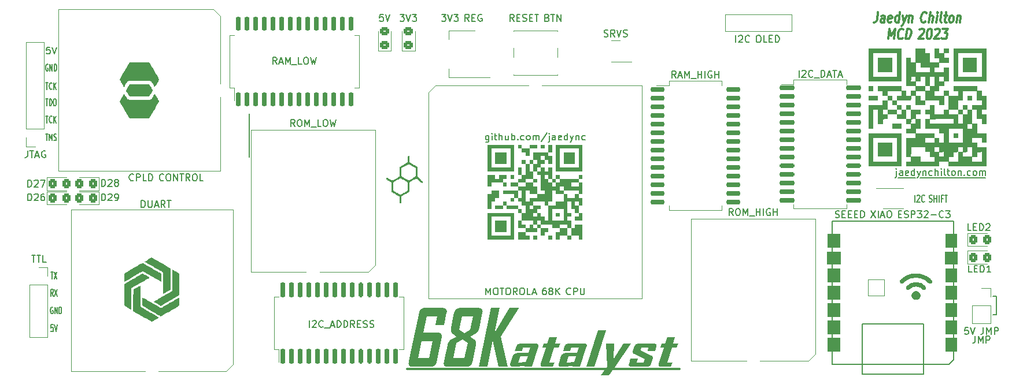
<source format=gto>
G04 #@! TF.GenerationSoftware,KiCad,Pcbnew,(7.0.0)*
G04 #@! TF.CreationDate,2023-02-28T23:09:26-06:00*
G04 #@! TF.ProjectId,MCD,4d43442e-6b69-4636-9164-5f7063625858,rev?*
G04 #@! TF.SameCoordinates,Original*
G04 #@! TF.FileFunction,Legend,Top*
G04 #@! TF.FilePolarity,Positive*
%FSLAX46Y46*%
G04 Gerber Fmt 4.6, Leading zero omitted, Abs format (unit mm)*
G04 Created by KiCad (PCBNEW (7.0.0)) date 2023-02-28 23:09:26*
%MOMM*%
%LPD*%
G01*
G04 APERTURE LIST*
G04 Aperture macros list*
%AMRoundRect*
0 Rectangle with rounded corners*
0 $1 Rounding radius*
0 $2 $3 $4 $5 $6 $7 $8 $9 X,Y pos of 4 corners*
0 Add a 4 corners polygon primitive as box body*
4,1,4,$2,$3,$4,$5,$6,$7,$8,$9,$2,$3,0*
0 Add four circle primitives for the rounded corners*
1,1,$1+$1,$2,$3*
1,1,$1+$1,$4,$5*
1,1,$1+$1,$6,$7*
1,1,$1+$1,$8,$9*
0 Add four rect primitives between the rounded corners*
20,1,$1+$1,$2,$3,$4,$5,0*
20,1,$1+$1,$4,$5,$6,$7,0*
20,1,$1+$1,$6,$7,$8,$9,0*
20,1,$1+$1,$8,$9,$2,$3,0*%
G04 Aperture macros list end*
%ADD10C,0.150000*%
%ADD11C,0.300000*%
%ADD12C,1.000000*%
%ADD13C,0.153000*%
%ADD14C,0.120000*%
%ADD15C,0.127000*%
%ADD16R,1.422400X1.422400*%
%ADD17C,1.422400*%
%ADD18RoundRect,0.250000X-0.325000X-0.450000X0.325000X-0.450000X0.325000X0.450000X-0.325000X0.450000X0*%
%ADD19C,3.800000*%
%ADD20R,2.000000X2.000000*%
%ADD21RoundRect,0.250000X0.325000X0.450000X-0.325000X0.450000X-0.325000X-0.450000X0.325000X-0.450000X0*%
%ADD22R,1.700000X1.700000*%
%ADD23O,1.700000X1.700000*%
%ADD24R,1.800000X1.500000*%
%ADD25RoundRect,0.150000X0.150000X-0.907500X0.150000X0.907500X-0.150000X0.907500X-0.150000X-0.907500X0*%
%ADD26RoundRect,0.156250X0.156250X-0.901250X0.156250X0.901250X-0.156250X0.901250X-0.156250X-0.901250X0*%
%ADD27R,1.600000X0.400000*%
%ADD28RoundRect,0.150000X0.150000X-0.975000X0.150000X0.975000X-0.150000X0.975000X-0.150000X-0.975000X0*%
%ADD29RoundRect,0.156250X0.156250X-0.968750X0.156250X0.968750X-0.156250X0.968750X-0.156250X-0.968750X0*%
%ADD30RoundRect,0.151250X0.151250X-0.973750X0.151250X0.973750X-0.151250X0.973750X-0.151250X-0.973750X0*%
%ADD31RoundRect,0.250000X0.450000X-0.325000X0.450000X0.325000X-0.450000X0.325000X-0.450000X-0.325000X0*%
%ADD32R,2.200000X1.000000*%
%ADD33R,1.800000X3.400000*%
%ADD34RoundRect,0.150000X-0.907500X-0.150000X0.907500X-0.150000X0.907500X0.150000X-0.907500X0.150000X0*%
%ADD35RoundRect,0.156250X-0.901250X-0.156250X0.901250X-0.156250X0.901250X0.156250X-0.901250X0.156250X0*%
%ADD36R,1.700000X1.000000*%
%ADD37R,1.700000X0.600000*%
%ADD38RoundRect,0.150000X-0.975000X-0.150000X0.975000X-0.150000X0.975000X0.150000X-0.975000X0.150000X0*%
%ADD39RoundRect,0.156250X-0.968750X-0.156250X0.968750X-0.156250X0.968750X0.156250X-0.968750X0.156250X0*%
%ADD40RoundRect,0.151250X-0.973750X-0.151250X0.973750X-0.151250X0.973750X0.151250X-0.973750X0.151250X0*%
%ADD41O,1.600000X2.000000*%
%ADD42RoundRect,1.000000X0.855000X0.000000X-0.855000X0.000000X-0.855000X0.000000X0.855000X0.000000X0*%
%ADD43RoundRect,0.960000X0.895000X0.000000X-0.895000X0.000000X-0.895000X0.000000X0.895000X0.000000X0*%
%ADD44RoundRect,1.000000X0.937500X0.000000X-0.937500X0.000000X-0.937500X0.000000X0.937500X0.000000X0*%
%ADD45RoundRect,0.960000X0.977500X0.000000X-0.977500X0.000000X-0.977500X0.000000X0.977500X0.000000X0*%
%ADD46RoundRect,0.980000X0.957500X0.000000X-0.957500X0.000000X-0.957500X0.000000X0.957500X0.000000X0*%
G04 APERTURE END LIST*
D10*
X112600000Y-97300000D02*
X112600000Y-103700000D01*
X220400000Y-106700000D02*
X210800000Y-106700000D01*
X221500000Y-124100000D02*
X222000000Y-124100000D01*
X207600000Y-106700000D02*
X210100000Y-106700000D01*
D11*
X135700000Y-134800000D02*
X175600000Y-134800000D01*
D10*
X222000000Y-124100000D02*
X222000000Y-126800000D01*
X222000000Y-126800000D02*
X221500000Y-126800000D01*
X83542856Y-120567380D02*
X83885714Y-120567380D01*
X83714285Y-121567380D02*
X83714285Y-120567380D01*
X84028571Y-120567380D02*
X84428571Y-121567380D01*
X84428571Y-120567380D02*
X84028571Y-121567380D01*
X218871428Y-129967380D02*
X218871428Y-130681666D01*
X218871428Y-130681666D02*
X218823809Y-130824523D01*
X218823809Y-130824523D02*
X218728571Y-130919761D01*
X218728571Y-130919761D02*
X218585714Y-130967380D01*
X218585714Y-130967380D02*
X218490476Y-130967380D01*
X219347619Y-130967380D02*
X219347619Y-129967380D01*
X219347619Y-129967380D02*
X219680952Y-130681666D01*
X219680952Y-130681666D02*
X220014285Y-129967380D01*
X220014285Y-129967380D02*
X220014285Y-130967380D01*
X220490476Y-130967380D02*
X220490476Y-129967380D01*
X220490476Y-129967380D02*
X220871428Y-129967380D01*
X220871428Y-129967380D02*
X220966666Y-130015000D01*
X220966666Y-130015000D02*
X221014285Y-130062619D01*
X221014285Y-130062619D02*
X221061904Y-130157857D01*
X221061904Y-130157857D02*
X221061904Y-130300714D01*
X221061904Y-130300714D02*
X221014285Y-130395952D01*
X221014285Y-130395952D02*
X220966666Y-130443571D01*
X220966666Y-130443571D02*
X220871428Y-130491190D01*
X220871428Y-130491190D02*
X220490476Y-130491190D01*
X83142857Y-90115000D02*
X83085715Y-90067380D01*
X83085715Y-90067380D02*
X83000000Y-90067380D01*
X83000000Y-90067380D02*
X82914286Y-90115000D01*
X82914286Y-90115000D02*
X82857143Y-90210238D01*
X82857143Y-90210238D02*
X82828572Y-90305476D01*
X82828572Y-90305476D02*
X82800000Y-90495952D01*
X82800000Y-90495952D02*
X82800000Y-90638809D01*
X82800000Y-90638809D02*
X82828572Y-90829285D01*
X82828572Y-90829285D02*
X82857143Y-90924523D01*
X82857143Y-90924523D02*
X82914286Y-91019761D01*
X82914286Y-91019761D02*
X83000000Y-91067380D01*
X83000000Y-91067380D02*
X83057143Y-91067380D01*
X83057143Y-91067380D02*
X83142857Y-91019761D01*
X83142857Y-91019761D02*
X83171429Y-90972142D01*
X83171429Y-90972142D02*
X83171429Y-90638809D01*
X83171429Y-90638809D02*
X83057143Y-90638809D01*
X83428572Y-91067380D02*
X83428572Y-90067380D01*
X83428572Y-90067380D02*
X83771429Y-91067380D01*
X83771429Y-91067380D02*
X83771429Y-90067380D01*
X84057143Y-91067380D02*
X84057143Y-90067380D01*
X84057143Y-90067380D02*
X84200000Y-90067380D01*
X84200000Y-90067380D02*
X84285714Y-90115000D01*
X84285714Y-90115000D02*
X84342857Y-90210238D01*
X84342857Y-90210238D02*
X84371428Y-90305476D01*
X84371428Y-90305476D02*
X84400000Y-90495952D01*
X84400000Y-90495952D02*
X84400000Y-90638809D01*
X84400000Y-90638809D02*
X84371428Y-90829285D01*
X84371428Y-90829285D02*
X84342857Y-90924523D01*
X84342857Y-90924523D02*
X84285714Y-91019761D01*
X84285714Y-91019761D02*
X84200000Y-91067380D01*
X84200000Y-91067380D02*
X84057143Y-91067380D01*
X83409523Y-87567380D02*
X82933333Y-87567380D01*
X82933333Y-87567380D02*
X82885714Y-88043571D01*
X82885714Y-88043571D02*
X82933333Y-87995952D01*
X82933333Y-87995952D02*
X83028571Y-87948333D01*
X83028571Y-87948333D02*
X83266666Y-87948333D01*
X83266666Y-87948333D02*
X83361904Y-87995952D01*
X83361904Y-87995952D02*
X83409523Y-88043571D01*
X83409523Y-88043571D02*
X83457142Y-88138809D01*
X83457142Y-88138809D02*
X83457142Y-88376904D01*
X83457142Y-88376904D02*
X83409523Y-88472142D01*
X83409523Y-88472142D02*
X83361904Y-88519761D01*
X83361904Y-88519761D02*
X83266666Y-88567380D01*
X83266666Y-88567380D02*
X83028571Y-88567380D01*
X83028571Y-88567380D02*
X82933333Y-88519761D01*
X82933333Y-88519761D02*
X82885714Y-88472142D01*
X83742857Y-87567380D02*
X84076190Y-88567380D01*
X84076190Y-88567380D02*
X84409523Y-87567380D01*
X82814285Y-95167380D02*
X83157143Y-95167380D01*
X82985714Y-96167380D02*
X82985714Y-95167380D01*
X83357143Y-96167380D02*
X83357143Y-95167380D01*
X83357143Y-95167380D02*
X83500000Y-95167380D01*
X83500000Y-95167380D02*
X83585714Y-95215000D01*
X83585714Y-95215000D02*
X83642857Y-95310238D01*
X83642857Y-95310238D02*
X83671428Y-95405476D01*
X83671428Y-95405476D02*
X83700000Y-95595952D01*
X83700000Y-95595952D02*
X83700000Y-95738809D01*
X83700000Y-95738809D02*
X83671428Y-95929285D01*
X83671428Y-95929285D02*
X83642857Y-96024523D01*
X83642857Y-96024523D02*
X83585714Y-96119761D01*
X83585714Y-96119761D02*
X83500000Y-96167380D01*
X83500000Y-96167380D02*
X83357143Y-96167380D01*
X84071428Y-95167380D02*
X84185714Y-95167380D01*
X84185714Y-95167380D02*
X84242857Y-95215000D01*
X84242857Y-95215000D02*
X84300000Y-95310238D01*
X84300000Y-95310238D02*
X84328571Y-95500714D01*
X84328571Y-95500714D02*
X84328571Y-95834047D01*
X84328571Y-95834047D02*
X84300000Y-96024523D01*
X84300000Y-96024523D02*
X84242857Y-96119761D01*
X84242857Y-96119761D02*
X84185714Y-96167380D01*
X84185714Y-96167380D02*
X84071428Y-96167380D01*
X84071428Y-96167380D02*
X84014286Y-96119761D01*
X84014286Y-96119761D02*
X83957143Y-96024523D01*
X83957143Y-96024523D02*
X83928571Y-95834047D01*
X83928571Y-95834047D02*
X83928571Y-95500714D01*
X83928571Y-95500714D02*
X83957143Y-95310238D01*
X83957143Y-95310238D02*
X84014286Y-95215000D01*
X84014286Y-95215000D02*
X84071428Y-95167380D01*
X147666666Y-100515714D02*
X147666666Y-101325238D01*
X147666666Y-101325238D02*
X147619047Y-101420476D01*
X147619047Y-101420476D02*
X147571428Y-101468095D01*
X147571428Y-101468095D02*
X147476190Y-101515714D01*
X147476190Y-101515714D02*
X147333333Y-101515714D01*
X147333333Y-101515714D02*
X147238095Y-101468095D01*
X147666666Y-101134761D02*
X147571428Y-101182380D01*
X147571428Y-101182380D02*
X147380952Y-101182380D01*
X147380952Y-101182380D02*
X147285714Y-101134761D01*
X147285714Y-101134761D02*
X147238095Y-101087142D01*
X147238095Y-101087142D02*
X147190476Y-100991904D01*
X147190476Y-100991904D02*
X147190476Y-100706190D01*
X147190476Y-100706190D02*
X147238095Y-100610952D01*
X147238095Y-100610952D02*
X147285714Y-100563333D01*
X147285714Y-100563333D02*
X147380952Y-100515714D01*
X147380952Y-100515714D02*
X147571428Y-100515714D01*
X147571428Y-100515714D02*
X147666666Y-100563333D01*
X148142857Y-101182380D02*
X148142857Y-100515714D01*
X148142857Y-100182380D02*
X148095238Y-100230000D01*
X148095238Y-100230000D02*
X148142857Y-100277619D01*
X148142857Y-100277619D02*
X148190476Y-100230000D01*
X148190476Y-100230000D02*
X148142857Y-100182380D01*
X148142857Y-100182380D02*
X148142857Y-100277619D01*
X148476190Y-100515714D02*
X148857142Y-100515714D01*
X148619047Y-100182380D02*
X148619047Y-101039523D01*
X148619047Y-101039523D02*
X148666666Y-101134761D01*
X148666666Y-101134761D02*
X148761904Y-101182380D01*
X148761904Y-101182380D02*
X148857142Y-101182380D01*
X149190476Y-101182380D02*
X149190476Y-100182380D01*
X149619047Y-101182380D02*
X149619047Y-100658571D01*
X149619047Y-100658571D02*
X149571428Y-100563333D01*
X149571428Y-100563333D02*
X149476190Y-100515714D01*
X149476190Y-100515714D02*
X149333333Y-100515714D01*
X149333333Y-100515714D02*
X149238095Y-100563333D01*
X149238095Y-100563333D02*
X149190476Y-100610952D01*
X150523809Y-100515714D02*
X150523809Y-101182380D01*
X150095238Y-100515714D02*
X150095238Y-101039523D01*
X150095238Y-101039523D02*
X150142857Y-101134761D01*
X150142857Y-101134761D02*
X150238095Y-101182380D01*
X150238095Y-101182380D02*
X150380952Y-101182380D01*
X150380952Y-101182380D02*
X150476190Y-101134761D01*
X150476190Y-101134761D02*
X150523809Y-101087142D01*
X151000000Y-101182380D02*
X151000000Y-100182380D01*
X151000000Y-100563333D02*
X151095238Y-100515714D01*
X151095238Y-100515714D02*
X151285714Y-100515714D01*
X151285714Y-100515714D02*
X151380952Y-100563333D01*
X151380952Y-100563333D02*
X151428571Y-100610952D01*
X151428571Y-100610952D02*
X151476190Y-100706190D01*
X151476190Y-100706190D02*
X151476190Y-100991904D01*
X151476190Y-100991904D02*
X151428571Y-101087142D01*
X151428571Y-101087142D02*
X151380952Y-101134761D01*
X151380952Y-101134761D02*
X151285714Y-101182380D01*
X151285714Y-101182380D02*
X151095238Y-101182380D01*
X151095238Y-101182380D02*
X151000000Y-101134761D01*
X151904762Y-101087142D02*
X151952381Y-101134761D01*
X151952381Y-101134761D02*
X151904762Y-101182380D01*
X151904762Y-101182380D02*
X151857143Y-101134761D01*
X151857143Y-101134761D02*
X151904762Y-101087142D01*
X151904762Y-101087142D02*
X151904762Y-101182380D01*
X152809523Y-101134761D02*
X152714285Y-101182380D01*
X152714285Y-101182380D02*
X152523809Y-101182380D01*
X152523809Y-101182380D02*
X152428571Y-101134761D01*
X152428571Y-101134761D02*
X152380952Y-101087142D01*
X152380952Y-101087142D02*
X152333333Y-100991904D01*
X152333333Y-100991904D02*
X152333333Y-100706190D01*
X152333333Y-100706190D02*
X152380952Y-100610952D01*
X152380952Y-100610952D02*
X152428571Y-100563333D01*
X152428571Y-100563333D02*
X152523809Y-100515714D01*
X152523809Y-100515714D02*
X152714285Y-100515714D01*
X152714285Y-100515714D02*
X152809523Y-100563333D01*
X153380952Y-101182380D02*
X153285714Y-101134761D01*
X153285714Y-101134761D02*
X153238095Y-101087142D01*
X153238095Y-101087142D02*
X153190476Y-100991904D01*
X153190476Y-100991904D02*
X153190476Y-100706190D01*
X153190476Y-100706190D02*
X153238095Y-100610952D01*
X153238095Y-100610952D02*
X153285714Y-100563333D01*
X153285714Y-100563333D02*
X153380952Y-100515714D01*
X153380952Y-100515714D02*
X153523809Y-100515714D01*
X153523809Y-100515714D02*
X153619047Y-100563333D01*
X153619047Y-100563333D02*
X153666666Y-100610952D01*
X153666666Y-100610952D02*
X153714285Y-100706190D01*
X153714285Y-100706190D02*
X153714285Y-100991904D01*
X153714285Y-100991904D02*
X153666666Y-101087142D01*
X153666666Y-101087142D02*
X153619047Y-101134761D01*
X153619047Y-101134761D02*
X153523809Y-101182380D01*
X153523809Y-101182380D02*
X153380952Y-101182380D01*
X154142857Y-101182380D02*
X154142857Y-100515714D01*
X154142857Y-100610952D02*
X154190476Y-100563333D01*
X154190476Y-100563333D02*
X154285714Y-100515714D01*
X154285714Y-100515714D02*
X154428571Y-100515714D01*
X154428571Y-100515714D02*
X154523809Y-100563333D01*
X154523809Y-100563333D02*
X154571428Y-100658571D01*
X154571428Y-100658571D02*
X154571428Y-101182380D01*
X154571428Y-100658571D02*
X154619047Y-100563333D01*
X154619047Y-100563333D02*
X154714285Y-100515714D01*
X154714285Y-100515714D02*
X154857142Y-100515714D01*
X154857142Y-100515714D02*
X154952381Y-100563333D01*
X154952381Y-100563333D02*
X155000000Y-100658571D01*
X155000000Y-100658571D02*
X155000000Y-101182380D01*
X156190475Y-100134761D02*
X155333333Y-101420476D01*
X156523809Y-100515714D02*
X156523809Y-101372857D01*
X156523809Y-101372857D02*
X156476190Y-101468095D01*
X156476190Y-101468095D02*
X156380952Y-101515714D01*
X156380952Y-101515714D02*
X156333333Y-101515714D01*
X156523809Y-100182380D02*
X156476190Y-100230000D01*
X156476190Y-100230000D02*
X156523809Y-100277619D01*
X156523809Y-100277619D02*
X156571428Y-100230000D01*
X156571428Y-100230000D02*
X156523809Y-100182380D01*
X156523809Y-100182380D02*
X156523809Y-100277619D01*
X157428570Y-101182380D02*
X157428570Y-100658571D01*
X157428570Y-100658571D02*
X157380951Y-100563333D01*
X157380951Y-100563333D02*
X157285713Y-100515714D01*
X157285713Y-100515714D02*
X157095237Y-100515714D01*
X157095237Y-100515714D02*
X156999999Y-100563333D01*
X157428570Y-101134761D02*
X157333332Y-101182380D01*
X157333332Y-101182380D02*
X157095237Y-101182380D01*
X157095237Y-101182380D02*
X156999999Y-101134761D01*
X156999999Y-101134761D02*
X156952380Y-101039523D01*
X156952380Y-101039523D02*
X156952380Y-100944285D01*
X156952380Y-100944285D02*
X156999999Y-100849047D01*
X156999999Y-100849047D02*
X157095237Y-100801428D01*
X157095237Y-100801428D02*
X157333332Y-100801428D01*
X157333332Y-100801428D02*
X157428570Y-100753809D01*
X158285713Y-101134761D02*
X158190475Y-101182380D01*
X158190475Y-101182380D02*
X157999999Y-101182380D01*
X157999999Y-101182380D02*
X157904761Y-101134761D01*
X157904761Y-101134761D02*
X157857142Y-101039523D01*
X157857142Y-101039523D02*
X157857142Y-100658571D01*
X157857142Y-100658571D02*
X157904761Y-100563333D01*
X157904761Y-100563333D02*
X157999999Y-100515714D01*
X157999999Y-100515714D02*
X158190475Y-100515714D01*
X158190475Y-100515714D02*
X158285713Y-100563333D01*
X158285713Y-100563333D02*
X158333332Y-100658571D01*
X158333332Y-100658571D02*
X158333332Y-100753809D01*
X158333332Y-100753809D02*
X157857142Y-100849047D01*
X159190475Y-101182380D02*
X159190475Y-100182380D01*
X159190475Y-101134761D02*
X159095237Y-101182380D01*
X159095237Y-101182380D02*
X158904761Y-101182380D01*
X158904761Y-101182380D02*
X158809523Y-101134761D01*
X158809523Y-101134761D02*
X158761904Y-101087142D01*
X158761904Y-101087142D02*
X158714285Y-100991904D01*
X158714285Y-100991904D02*
X158714285Y-100706190D01*
X158714285Y-100706190D02*
X158761904Y-100610952D01*
X158761904Y-100610952D02*
X158809523Y-100563333D01*
X158809523Y-100563333D02*
X158904761Y-100515714D01*
X158904761Y-100515714D02*
X159095237Y-100515714D01*
X159095237Y-100515714D02*
X159190475Y-100563333D01*
X159571428Y-100515714D02*
X159809523Y-101182380D01*
X160047618Y-100515714D02*
X159809523Y-101182380D01*
X159809523Y-101182380D02*
X159714285Y-101420476D01*
X159714285Y-101420476D02*
X159666666Y-101468095D01*
X159666666Y-101468095D02*
X159571428Y-101515714D01*
X160428571Y-100515714D02*
X160428571Y-101182380D01*
X160428571Y-100610952D02*
X160476190Y-100563333D01*
X160476190Y-100563333D02*
X160571428Y-100515714D01*
X160571428Y-100515714D02*
X160714285Y-100515714D01*
X160714285Y-100515714D02*
X160809523Y-100563333D01*
X160809523Y-100563333D02*
X160857142Y-100658571D01*
X160857142Y-100658571D02*
X160857142Y-101182380D01*
X161761904Y-101134761D02*
X161666666Y-101182380D01*
X161666666Y-101182380D02*
X161476190Y-101182380D01*
X161476190Y-101182380D02*
X161380952Y-101134761D01*
X161380952Y-101134761D02*
X161333333Y-101087142D01*
X161333333Y-101087142D02*
X161285714Y-100991904D01*
X161285714Y-100991904D02*
X161285714Y-100706190D01*
X161285714Y-100706190D02*
X161333333Y-100610952D01*
X161333333Y-100610952D02*
X161380952Y-100563333D01*
X161380952Y-100563333D02*
X161476190Y-100515714D01*
X161476190Y-100515714D02*
X161666666Y-100515714D01*
X161666666Y-100515714D02*
X161761904Y-100563333D01*
D12*
G36*
X140985393Y-125814052D02*
G01*
X141069626Y-125822043D01*
X141146837Y-125835362D01*
X141249488Y-125865330D01*
X141336339Y-125907284D01*
X141407391Y-125961225D01*
X141462643Y-126027154D01*
X141502096Y-126105069D01*
X141525750Y-126194972D01*
X141533604Y-126296861D01*
X141525658Y-126410737D01*
X141511584Y-126493314D01*
X141132519Y-128312435D01*
X139895673Y-128312435D01*
X140155547Y-127061912D01*
X138574808Y-127061912D01*
X138080460Y-129437906D01*
X140161409Y-129437906D01*
X140252664Y-129440570D01*
X140336898Y-129448561D01*
X140414109Y-129461880D01*
X140516760Y-129491847D01*
X140603611Y-129533802D01*
X140674663Y-129587743D01*
X140729915Y-129653672D01*
X140769368Y-129731587D01*
X140793021Y-129821489D01*
X140800875Y-129923379D01*
X140792930Y-130037255D01*
X140778855Y-130119832D01*
X140022679Y-133758073D01*
X140002445Y-133840650D01*
X139977403Y-133917900D01*
X139930823Y-134023785D01*
X139873424Y-134117683D01*
X139805206Y-134199594D01*
X139726168Y-134269518D01*
X139636312Y-134327455D01*
X139535636Y-134373405D01*
X139424141Y-134407368D01*
X139343800Y-134423351D01*
X139258651Y-134434006D01*
X139168694Y-134439334D01*
X139121912Y-134440000D01*
X136568108Y-134440000D01*
X136476151Y-134437336D01*
X136391277Y-134429344D01*
X136313485Y-134416026D01*
X136210079Y-134386058D01*
X136122609Y-134344104D01*
X136051077Y-134290162D01*
X135995481Y-134224234D01*
X135955822Y-134146318D01*
X135932100Y-134056416D01*
X135924315Y-133954527D01*
X135932466Y-133840650D01*
X135946755Y-133758073D01*
X136064971Y-133189476D01*
X137300837Y-133189476D01*
X138908932Y-133189476D01*
X139428681Y-130688429D01*
X137820586Y-130688429D01*
X137300837Y-133189476D01*
X136064971Y-133189476D01*
X137457152Y-126493314D01*
X137477112Y-126410737D01*
X137501818Y-126333488D01*
X137547780Y-126227603D01*
X137604423Y-126133705D01*
X137671748Y-126051794D01*
X137749755Y-125981870D01*
X137838444Y-125923933D01*
X137937815Y-125877983D01*
X138047867Y-125844019D01*
X138127170Y-125828037D01*
X138211220Y-125817382D01*
X138300017Y-125812054D01*
X138346196Y-125811388D01*
X140894138Y-125811388D01*
X140985393Y-125814052D01*
G37*
G36*
X146228356Y-125814052D02*
G01*
X146311261Y-125822043D01*
X146422624Y-125844019D01*
X146518394Y-125877983D01*
X146598571Y-125923933D01*
X146663154Y-125981870D01*
X146712143Y-126051794D01*
X146745540Y-126133705D01*
X146763343Y-126227603D01*
X146765553Y-126333488D01*
X146752169Y-126451360D01*
X146744242Y-126493314D01*
X146273342Y-128750118D01*
X146251818Y-128841303D01*
X146225348Y-128928744D01*
X146193933Y-129012441D01*
X146157571Y-129092394D01*
X146116263Y-129168603D01*
X146070010Y-129241069D01*
X146018811Y-129309791D01*
X145962665Y-129374769D01*
X145901574Y-129436004D01*
X145835537Y-129493494D01*
X145788764Y-129529741D01*
X145712526Y-129573722D01*
X145636219Y-129617737D01*
X145559844Y-129661787D01*
X145483400Y-129705871D01*
X145406887Y-129749989D01*
X145330305Y-129794142D01*
X145253655Y-129838329D01*
X145176936Y-129882550D01*
X145100148Y-129926806D01*
X145023292Y-129971096D01*
X144972016Y-130000642D01*
X145052677Y-130059260D01*
X145133461Y-130117878D01*
X145214366Y-130176496D01*
X145295394Y-130235115D01*
X145376543Y-130293733D01*
X145457815Y-130352351D01*
X145539209Y-130410969D01*
X145620725Y-130469588D01*
X145680870Y-130541212D01*
X145729413Y-130620286D01*
X145766355Y-130706809D01*
X145791695Y-130800781D01*
X145805434Y-130902203D01*
X145808124Y-130983158D01*
X145804289Y-131068303D01*
X145793928Y-131157639D01*
X145777041Y-131251165D01*
X145257292Y-133758073D01*
X145237050Y-133840650D01*
X145211985Y-133917900D01*
X145165342Y-134023785D01*
X145107846Y-134117683D01*
X145039496Y-134199594D01*
X144960293Y-134269518D01*
X144870236Y-134327455D01*
X144769325Y-134373405D01*
X144657561Y-134407368D01*
X144577022Y-134423351D01*
X144491659Y-134434006D01*
X144401473Y-134439334D01*
X144354570Y-134440000D01*
X141701116Y-134440000D01*
X141611051Y-134437336D01*
X141527948Y-134429344D01*
X141416344Y-134407368D01*
X141320403Y-134373405D01*
X141240123Y-134327455D01*
X141175505Y-134269518D01*
X141126550Y-134199594D01*
X141093257Y-134117683D01*
X141075625Y-134023785D01*
X141073656Y-133917900D01*
X141087349Y-133800028D01*
X141095394Y-133758073D01*
X141213279Y-133189476D01*
X142459246Y-133189476D01*
X144120097Y-133189476D01*
X144589043Y-130936580D01*
X143856315Y-130479357D01*
X142928192Y-130936580D01*
X142459246Y-133189476D01*
X141213279Y-133189476D01*
X141615143Y-131251165D01*
X141637577Y-131157639D01*
X141664579Y-131068303D01*
X141696149Y-130983158D01*
X141732288Y-130902203D01*
X141772994Y-130825438D01*
X141818269Y-130752864D01*
X141868111Y-130684480D01*
X141922522Y-130620286D01*
X141981501Y-130560282D01*
X142045048Y-130504469D01*
X142089951Y-130469588D01*
X142168753Y-130425624D01*
X142247625Y-130381660D01*
X142326565Y-130337697D01*
X142405573Y-130293733D01*
X142484651Y-130249769D01*
X142563797Y-130205806D01*
X142643012Y-130161842D01*
X142722295Y-130117878D01*
X142801648Y-130073914D01*
X142881068Y-130029951D01*
X142934054Y-130000642D01*
X142856354Y-129941565D01*
X142778593Y-129882550D01*
X142700771Y-129823596D01*
X142622889Y-129764703D01*
X142544945Y-129705871D01*
X142466939Y-129647100D01*
X142388873Y-129588390D01*
X142310746Y-129529741D01*
X142249594Y-129453873D01*
X142199982Y-129371838D01*
X142161911Y-129283636D01*
X142135380Y-129189267D01*
X142120389Y-129088730D01*
X142118197Y-129041256D01*
X143344382Y-129041256D01*
X144057571Y-129516064D01*
X144972016Y-129041256D01*
X145384298Y-127061912D01*
X143756664Y-127061912D01*
X143344382Y-129041256D01*
X142118197Y-129041256D01*
X142116720Y-129009281D01*
X142119542Y-128926362D01*
X142128856Y-128839975D01*
X142144661Y-128750118D01*
X142615561Y-126493314D01*
X142635582Y-126410737D01*
X142660471Y-126333488D01*
X142706937Y-126227603D01*
X142764359Y-126133705D01*
X142832737Y-126051794D01*
X142912072Y-125981870D01*
X143002364Y-125923933D01*
X143103612Y-125877983D01*
X143215817Y-125844019D01*
X143296707Y-125828037D01*
X143382467Y-125817382D01*
X143473096Y-125812054D01*
X143520237Y-125811388D01*
X146138520Y-125811388D01*
X146228356Y-125814052D01*
G37*
G36*
X150456734Y-134440000D02*
G01*
X149071388Y-134440000D01*
X148268318Y-130621995D01*
X147475017Y-134440000D01*
X146214724Y-134440000D01*
X148008443Y-125811388D01*
X149268736Y-125811388D01*
X148502791Y-129494570D01*
X150665806Y-125811388D01*
X152041381Y-125811388D01*
X152029658Y-125871960D01*
X149460223Y-130000642D01*
X150456734Y-134440000D01*
G37*
D10*
X207338095Y-105700714D02*
X207338095Y-106557857D01*
X207338095Y-106557857D02*
X207290476Y-106653095D01*
X207290476Y-106653095D02*
X207195238Y-106700714D01*
X207195238Y-106700714D02*
X207147619Y-106700714D01*
X207338095Y-105367380D02*
X207290476Y-105415000D01*
X207290476Y-105415000D02*
X207338095Y-105462619D01*
X207338095Y-105462619D02*
X207385714Y-105415000D01*
X207385714Y-105415000D02*
X207338095Y-105367380D01*
X207338095Y-105367380D02*
X207338095Y-105462619D01*
X208242856Y-106367380D02*
X208242856Y-105843571D01*
X208242856Y-105843571D02*
X208195237Y-105748333D01*
X208195237Y-105748333D02*
X208099999Y-105700714D01*
X208099999Y-105700714D02*
X207909523Y-105700714D01*
X207909523Y-105700714D02*
X207814285Y-105748333D01*
X208242856Y-106319761D02*
X208147618Y-106367380D01*
X208147618Y-106367380D02*
X207909523Y-106367380D01*
X207909523Y-106367380D02*
X207814285Y-106319761D01*
X207814285Y-106319761D02*
X207766666Y-106224523D01*
X207766666Y-106224523D02*
X207766666Y-106129285D01*
X207766666Y-106129285D02*
X207814285Y-106034047D01*
X207814285Y-106034047D02*
X207909523Y-105986428D01*
X207909523Y-105986428D02*
X208147618Y-105986428D01*
X208147618Y-105986428D02*
X208242856Y-105938809D01*
X209099999Y-106319761D02*
X209004761Y-106367380D01*
X209004761Y-106367380D02*
X208814285Y-106367380D01*
X208814285Y-106367380D02*
X208719047Y-106319761D01*
X208719047Y-106319761D02*
X208671428Y-106224523D01*
X208671428Y-106224523D02*
X208671428Y-105843571D01*
X208671428Y-105843571D02*
X208719047Y-105748333D01*
X208719047Y-105748333D02*
X208814285Y-105700714D01*
X208814285Y-105700714D02*
X209004761Y-105700714D01*
X209004761Y-105700714D02*
X209099999Y-105748333D01*
X209099999Y-105748333D02*
X209147618Y-105843571D01*
X209147618Y-105843571D02*
X209147618Y-105938809D01*
X209147618Y-105938809D02*
X208671428Y-106034047D01*
X210004761Y-106367380D02*
X210004761Y-105367380D01*
X210004761Y-106319761D02*
X209909523Y-106367380D01*
X209909523Y-106367380D02*
X209719047Y-106367380D01*
X209719047Y-106367380D02*
X209623809Y-106319761D01*
X209623809Y-106319761D02*
X209576190Y-106272142D01*
X209576190Y-106272142D02*
X209528571Y-106176904D01*
X209528571Y-106176904D02*
X209528571Y-105891190D01*
X209528571Y-105891190D02*
X209576190Y-105795952D01*
X209576190Y-105795952D02*
X209623809Y-105748333D01*
X209623809Y-105748333D02*
X209719047Y-105700714D01*
X209719047Y-105700714D02*
X209909523Y-105700714D01*
X209909523Y-105700714D02*
X210004761Y-105748333D01*
X210385714Y-105700714D02*
X210623809Y-106367380D01*
X210861904Y-105700714D02*
X210623809Y-106367380D01*
X210623809Y-106367380D02*
X210528571Y-106605476D01*
X210528571Y-106605476D02*
X210480952Y-106653095D01*
X210480952Y-106653095D02*
X210385714Y-106700714D01*
X211242857Y-105700714D02*
X211242857Y-106367380D01*
X211242857Y-105795952D02*
X211290476Y-105748333D01*
X211290476Y-105748333D02*
X211385714Y-105700714D01*
X211385714Y-105700714D02*
X211528571Y-105700714D01*
X211528571Y-105700714D02*
X211623809Y-105748333D01*
X211623809Y-105748333D02*
X211671428Y-105843571D01*
X211671428Y-105843571D02*
X211671428Y-106367380D01*
X212576190Y-106319761D02*
X212480952Y-106367380D01*
X212480952Y-106367380D02*
X212290476Y-106367380D01*
X212290476Y-106367380D02*
X212195238Y-106319761D01*
X212195238Y-106319761D02*
X212147619Y-106272142D01*
X212147619Y-106272142D02*
X212100000Y-106176904D01*
X212100000Y-106176904D02*
X212100000Y-105891190D01*
X212100000Y-105891190D02*
X212147619Y-105795952D01*
X212147619Y-105795952D02*
X212195238Y-105748333D01*
X212195238Y-105748333D02*
X212290476Y-105700714D01*
X212290476Y-105700714D02*
X212480952Y-105700714D01*
X212480952Y-105700714D02*
X212576190Y-105748333D01*
X213004762Y-106367380D02*
X213004762Y-105367380D01*
X213433333Y-106367380D02*
X213433333Y-105843571D01*
X213433333Y-105843571D02*
X213385714Y-105748333D01*
X213385714Y-105748333D02*
X213290476Y-105700714D01*
X213290476Y-105700714D02*
X213147619Y-105700714D01*
X213147619Y-105700714D02*
X213052381Y-105748333D01*
X213052381Y-105748333D02*
X213004762Y-105795952D01*
X213909524Y-106367380D02*
X213909524Y-105700714D01*
X213909524Y-105367380D02*
X213861905Y-105415000D01*
X213861905Y-105415000D02*
X213909524Y-105462619D01*
X213909524Y-105462619D02*
X213957143Y-105415000D01*
X213957143Y-105415000D02*
X213909524Y-105367380D01*
X213909524Y-105367380D02*
X213909524Y-105462619D01*
X214528571Y-106367380D02*
X214433333Y-106319761D01*
X214433333Y-106319761D02*
X214385714Y-106224523D01*
X214385714Y-106224523D02*
X214385714Y-105367380D01*
X214766667Y-105700714D02*
X215147619Y-105700714D01*
X214909524Y-105367380D02*
X214909524Y-106224523D01*
X214909524Y-106224523D02*
X214957143Y-106319761D01*
X214957143Y-106319761D02*
X215052381Y-106367380D01*
X215052381Y-106367380D02*
X215147619Y-106367380D01*
X215623810Y-106367380D02*
X215528572Y-106319761D01*
X215528572Y-106319761D02*
X215480953Y-106272142D01*
X215480953Y-106272142D02*
X215433334Y-106176904D01*
X215433334Y-106176904D02*
X215433334Y-105891190D01*
X215433334Y-105891190D02*
X215480953Y-105795952D01*
X215480953Y-105795952D02*
X215528572Y-105748333D01*
X215528572Y-105748333D02*
X215623810Y-105700714D01*
X215623810Y-105700714D02*
X215766667Y-105700714D01*
X215766667Y-105700714D02*
X215861905Y-105748333D01*
X215861905Y-105748333D02*
X215909524Y-105795952D01*
X215909524Y-105795952D02*
X215957143Y-105891190D01*
X215957143Y-105891190D02*
X215957143Y-106176904D01*
X215957143Y-106176904D02*
X215909524Y-106272142D01*
X215909524Y-106272142D02*
X215861905Y-106319761D01*
X215861905Y-106319761D02*
X215766667Y-106367380D01*
X215766667Y-106367380D02*
X215623810Y-106367380D01*
X216385715Y-105700714D02*
X216385715Y-106367380D01*
X216385715Y-105795952D02*
X216433334Y-105748333D01*
X216433334Y-105748333D02*
X216528572Y-105700714D01*
X216528572Y-105700714D02*
X216671429Y-105700714D01*
X216671429Y-105700714D02*
X216766667Y-105748333D01*
X216766667Y-105748333D02*
X216814286Y-105843571D01*
X216814286Y-105843571D02*
X216814286Y-106367380D01*
X217290477Y-106272142D02*
X217338096Y-106319761D01*
X217338096Y-106319761D02*
X217290477Y-106367380D01*
X217290477Y-106367380D02*
X217242858Y-106319761D01*
X217242858Y-106319761D02*
X217290477Y-106272142D01*
X217290477Y-106272142D02*
X217290477Y-106367380D01*
X218195238Y-106319761D02*
X218100000Y-106367380D01*
X218100000Y-106367380D02*
X217909524Y-106367380D01*
X217909524Y-106367380D02*
X217814286Y-106319761D01*
X217814286Y-106319761D02*
X217766667Y-106272142D01*
X217766667Y-106272142D02*
X217719048Y-106176904D01*
X217719048Y-106176904D02*
X217719048Y-105891190D01*
X217719048Y-105891190D02*
X217766667Y-105795952D01*
X217766667Y-105795952D02*
X217814286Y-105748333D01*
X217814286Y-105748333D02*
X217909524Y-105700714D01*
X217909524Y-105700714D02*
X218100000Y-105700714D01*
X218100000Y-105700714D02*
X218195238Y-105748333D01*
X218766667Y-106367380D02*
X218671429Y-106319761D01*
X218671429Y-106319761D02*
X218623810Y-106272142D01*
X218623810Y-106272142D02*
X218576191Y-106176904D01*
X218576191Y-106176904D02*
X218576191Y-105891190D01*
X218576191Y-105891190D02*
X218623810Y-105795952D01*
X218623810Y-105795952D02*
X218671429Y-105748333D01*
X218671429Y-105748333D02*
X218766667Y-105700714D01*
X218766667Y-105700714D02*
X218909524Y-105700714D01*
X218909524Y-105700714D02*
X219004762Y-105748333D01*
X219004762Y-105748333D02*
X219052381Y-105795952D01*
X219052381Y-105795952D02*
X219100000Y-105891190D01*
X219100000Y-105891190D02*
X219100000Y-106176904D01*
X219100000Y-106176904D02*
X219052381Y-106272142D01*
X219052381Y-106272142D02*
X219004762Y-106319761D01*
X219004762Y-106319761D02*
X218909524Y-106367380D01*
X218909524Y-106367380D02*
X218766667Y-106367380D01*
X219528572Y-106367380D02*
X219528572Y-105700714D01*
X219528572Y-105795952D02*
X219576191Y-105748333D01*
X219576191Y-105748333D02*
X219671429Y-105700714D01*
X219671429Y-105700714D02*
X219814286Y-105700714D01*
X219814286Y-105700714D02*
X219909524Y-105748333D01*
X219909524Y-105748333D02*
X219957143Y-105843571D01*
X219957143Y-105843571D02*
X219957143Y-106367380D01*
X219957143Y-105843571D02*
X220004762Y-105748333D01*
X220004762Y-105748333D02*
X220100000Y-105700714D01*
X220100000Y-105700714D02*
X220242857Y-105700714D01*
X220242857Y-105700714D02*
X220338096Y-105748333D01*
X220338096Y-105748333D02*
X220385715Y-105843571D01*
X220385715Y-105843571D02*
X220385715Y-106367380D01*
D12*
G36*
X154502384Y-131012725D02*
G01*
X154606744Y-131021466D01*
X154697516Y-131037698D01*
X154774699Y-131061422D01*
X154838294Y-131092638D01*
X154888301Y-131131346D01*
X154924719Y-131177546D01*
X154947549Y-131231238D01*
X154956790Y-131292421D01*
X154952443Y-131361097D01*
X154941996Y-131411042D01*
X154934508Y-131437264D01*
X153994783Y-134450000D01*
X152890195Y-134450000D01*
X152939654Y-134293684D01*
X152863372Y-134302625D01*
X152787026Y-134311587D01*
X152710616Y-134320571D01*
X152634141Y-134329576D01*
X152557601Y-134338603D01*
X152480997Y-134347651D01*
X152404329Y-134356721D01*
X152327597Y-134365812D01*
X152250800Y-134374925D01*
X152173938Y-134384059D01*
X152122662Y-134390160D01*
X152025064Y-134400854D01*
X151932167Y-134410496D01*
X151843971Y-134419086D01*
X151760476Y-134426625D01*
X151681683Y-134433111D01*
X151607591Y-134438546D01*
X151516114Y-134444156D01*
X151432995Y-134447896D01*
X151358234Y-134449766D01*
X151323988Y-134450000D01*
X151247981Y-134448335D01*
X151145188Y-134439594D01*
X151055855Y-134423362D01*
X150979981Y-134399638D01*
X150917567Y-134368421D01*
X150868612Y-134329713D01*
X150833117Y-134283514D01*
X150811081Y-134229822D01*
X150802505Y-134168638D01*
X150807389Y-134099963D01*
X150818122Y-134050017D01*
X150825732Y-134023796D01*
X150887551Y-133824738D01*
X151990771Y-133824738D01*
X153106350Y-133785659D01*
X153386618Y-132886845D01*
X152283862Y-132886845D01*
X151990771Y-133824738D01*
X150887551Y-133824738D01*
X151192096Y-132844103D01*
X151210830Y-132792492D01*
X151233599Y-132744211D01*
X151275319Y-132678033D01*
X151326120Y-132619347D01*
X151386001Y-132568152D01*
X151454963Y-132524450D01*
X151533005Y-132488239D01*
X151620127Y-132459520D01*
X151716330Y-132438294D01*
X151821613Y-132424558D01*
X151896847Y-132419564D01*
X151976116Y-132417899D01*
X153533164Y-132417899D01*
X153776796Y-131636322D01*
X152674040Y-131636322D01*
X152527494Y-132105268D01*
X151483356Y-132105268D01*
X151692184Y-131437264D01*
X151710702Y-131385653D01*
X151733285Y-131337372D01*
X151774780Y-131271194D01*
X151825420Y-131212508D01*
X151885205Y-131161314D01*
X151954134Y-131117611D01*
X152032208Y-131081400D01*
X152119427Y-131052682D01*
X152215791Y-131031455D01*
X152321300Y-131017720D01*
X152396719Y-131012725D01*
X152476203Y-131011060D01*
X154425261Y-131011060D01*
X154502384Y-131012725D01*
G37*
G36*
X157086898Y-134450000D02*
G01*
X155808286Y-134450000D01*
X155731171Y-134448335D01*
X155626848Y-134439594D01*
X155536146Y-134423362D01*
X155459065Y-134399638D01*
X155395604Y-134368421D01*
X155345764Y-134329713D01*
X155309544Y-134283514D01*
X155286945Y-134229822D01*
X155277967Y-134168638D01*
X155282609Y-134099963D01*
X155293271Y-134050017D01*
X155300872Y-134023796D01*
X156044591Y-131636322D01*
X155500540Y-131636322D01*
X155694713Y-131011060D01*
X156238764Y-131011060D01*
X156531856Y-130073168D01*
X157682240Y-130073168D01*
X157389148Y-131011060D01*
X158129204Y-131011060D01*
X157935031Y-131636322D01*
X157194975Y-131636322D01*
X156511706Y-133824738D01*
X157281071Y-133824738D01*
X157086898Y-134450000D01*
G37*
G36*
X161565887Y-131012725D02*
G01*
X161670247Y-131021466D01*
X161761019Y-131037698D01*
X161838202Y-131061422D01*
X161901797Y-131092638D01*
X161951804Y-131131346D01*
X161988222Y-131177546D01*
X162011052Y-131231238D01*
X162020293Y-131292421D01*
X162015946Y-131361097D01*
X162005499Y-131411042D01*
X161998011Y-131437264D01*
X161058286Y-134450000D01*
X159953698Y-134450000D01*
X160003157Y-134293684D01*
X159926875Y-134302625D01*
X159850529Y-134311587D01*
X159774119Y-134320571D01*
X159697644Y-134329576D01*
X159621104Y-134338603D01*
X159544501Y-134347651D01*
X159467832Y-134356721D01*
X159391100Y-134365812D01*
X159314303Y-134374925D01*
X159237442Y-134384059D01*
X159186165Y-134390160D01*
X159088567Y-134400854D01*
X158995670Y-134410496D01*
X158907474Y-134419086D01*
X158823979Y-134426625D01*
X158745186Y-134433111D01*
X158671094Y-134438546D01*
X158579617Y-134444156D01*
X158496498Y-134447896D01*
X158421737Y-134449766D01*
X158387491Y-134450000D01*
X158311485Y-134448335D01*
X158208691Y-134439594D01*
X158119358Y-134423362D01*
X158043484Y-134399638D01*
X157981070Y-134368421D01*
X157932115Y-134329713D01*
X157896620Y-134283514D01*
X157874584Y-134229822D01*
X157866008Y-134168638D01*
X157870892Y-134099963D01*
X157881625Y-134050017D01*
X157889235Y-134023796D01*
X157951054Y-133824738D01*
X159054274Y-133824738D01*
X160169853Y-133785659D01*
X160450122Y-132886845D01*
X159347365Y-132886845D01*
X159054274Y-133824738D01*
X157951054Y-133824738D01*
X158255600Y-132844103D01*
X158274333Y-132792492D01*
X158297102Y-132744211D01*
X158338822Y-132678033D01*
X158389623Y-132619347D01*
X158449504Y-132568152D01*
X158518466Y-132524450D01*
X158596508Y-132488239D01*
X158683630Y-132459520D01*
X158779833Y-132438294D01*
X158885116Y-132424558D01*
X158960350Y-132419564D01*
X159039619Y-132417899D01*
X160596667Y-132417899D01*
X160840300Y-131636322D01*
X159737543Y-131636322D01*
X159590997Y-132105268D01*
X158546859Y-132105268D01*
X158755687Y-131437264D01*
X158774205Y-131385653D01*
X158796788Y-131337372D01*
X158838283Y-131271194D01*
X158888923Y-131212508D01*
X158948708Y-131161314D01*
X159017637Y-131117611D01*
X159095712Y-131081400D01*
X159182931Y-131052682D01*
X159279294Y-131031455D01*
X159384803Y-131017720D01*
X159460223Y-131012725D01*
X159539706Y-131011060D01*
X161488764Y-131011060D01*
X161565887Y-131012725D01*
G37*
G36*
X163117254Y-134450000D02*
G01*
X161985188Y-134450000D01*
X163666800Y-129057117D01*
X164798866Y-129057117D01*
X163117254Y-134450000D01*
G37*
G36*
X168522958Y-131011060D02*
G01*
X166181891Y-134432903D01*
X165297121Y-135700523D01*
X164119260Y-135700523D01*
X165037002Y-134450000D01*
X164819016Y-131011060D01*
X166004204Y-131011060D01*
X165941922Y-133355792D01*
X167343265Y-131011060D01*
X168522958Y-131011060D01*
G37*
G36*
X171420900Y-134023796D02*
G01*
X171402202Y-134075406D01*
X171379541Y-134123687D01*
X171338115Y-134189865D01*
X171287771Y-134248552D01*
X171228507Y-134299746D01*
X171160323Y-134343449D01*
X171083220Y-134379659D01*
X170997198Y-134408378D01*
X170902256Y-134429605D01*
X170798395Y-134443340D01*
X170724199Y-134448335D01*
X170646039Y-134450000D01*
X168706140Y-134450000D01*
X168629025Y-134448335D01*
X168524702Y-134439594D01*
X168434001Y-134423362D01*
X168356919Y-134399638D01*
X168293458Y-134368421D01*
X168243618Y-134329713D01*
X168207398Y-134283514D01*
X168184799Y-134229822D01*
X168175821Y-134168638D01*
X168180463Y-134099963D01*
X168191125Y-134050017D01*
X168198726Y-134023796D01*
X168431367Y-133277634D01*
X169535956Y-133277634D01*
X169363764Y-133824738D01*
X170376762Y-133824738D01*
X170536130Y-133316713D01*
X168991905Y-132596196D01*
X168921809Y-132559235D01*
X168863563Y-132519183D01*
X168817166Y-132476040D01*
X168782619Y-132429806D01*
X168759922Y-132380480D01*
X168749074Y-132328063D01*
X168750076Y-132272555D01*
X168762927Y-132213956D01*
X169004727Y-131437264D01*
X169023239Y-131385653D01*
X169045800Y-131337372D01*
X169087236Y-131271194D01*
X169137785Y-131212508D01*
X169197446Y-131161314D01*
X169266220Y-131117611D01*
X169344106Y-131081400D01*
X169431105Y-131052682D01*
X169527217Y-131031455D01*
X169632441Y-131017720D01*
X169707653Y-131012725D01*
X169786915Y-131011060D01*
X171708496Y-131011060D01*
X171785396Y-131012725D01*
X171889451Y-131021466D01*
X171979949Y-131037698D01*
X172056891Y-131061422D01*
X172120276Y-131092638D01*
X172170106Y-131131346D01*
X172206379Y-131177546D01*
X172229096Y-131231238D01*
X172238257Y-131292421D01*
X172233862Y-131361097D01*
X172223400Y-131411042D01*
X172215910Y-131437264D01*
X172007083Y-132105268D01*
X170913485Y-132105268D01*
X171060031Y-131636322D01*
X170047034Y-131636322D01*
X169913311Y-132066189D01*
X171453872Y-132779378D01*
X171525628Y-132815919D01*
X171585191Y-132855933D01*
X171632561Y-132899420D01*
X171667738Y-132946379D01*
X171690721Y-132996812D01*
X171701512Y-133050717D01*
X171700109Y-133108095D01*
X171686514Y-133168946D01*
X171420900Y-134023796D01*
G37*
G36*
X174357309Y-134450000D02*
G01*
X173078698Y-134450000D01*
X173001583Y-134448335D01*
X172897260Y-134439594D01*
X172806558Y-134423362D01*
X172729477Y-134399638D01*
X172666016Y-134368421D01*
X172616176Y-134329713D01*
X172579956Y-134283514D01*
X172557357Y-134229822D01*
X172548379Y-134168638D01*
X172553021Y-134099963D01*
X172563683Y-134050017D01*
X172571284Y-134023796D01*
X173315003Y-131636322D01*
X172770952Y-131636322D01*
X172965125Y-131011060D01*
X173509176Y-131011060D01*
X173802267Y-130073168D01*
X174952651Y-130073168D01*
X174659560Y-131011060D01*
X175399616Y-131011060D01*
X175205443Y-131636322D01*
X174465387Y-131636322D01*
X173782117Y-133824738D01*
X174551482Y-133824738D01*
X174357309Y-134450000D01*
G37*
D10*
X82828571Y-92767380D02*
X83171429Y-92767380D01*
X83000000Y-93767380D02*
X83000000Y-92767380D01*
X83714286Y-93672142D02*
X83685714Y-93719761D01*
X83685714Y-93719761D02*
X83600000Y-93767380D01*
X83600000Y-93767380D02*
X83542857Y-93767380D01*
X83542857Y-93767380D02*
X83457143Y-93719761D01*
X83457143Y-93719761D02*
X83400000Y-93624523D01*
X83400000Y-93624523D02*
X83371429Y-93529285D01*
X83371429Y-93529285D02*
X83342857Y-93338809D01*
X83342857Y-93338809D02*
X83342857Y-93195952D01*
X83342857Y-93195952D02*
X83371429Y-93005476D01*
X83371429Y-93005476D02*
X83400000Y-92910238D01*
X83400000Y-92910238D02*
X83457143Y-92815000D01*
X83457143Y-92815000D02*
X83542857Y-92767380D01*
X83542857Y-92767380D02*
X83600000Y-92767380D01*
X83600000Y-92767380D02*
X83685714Y-92815000D01*
X83685714Y-92815000D02*
X83714286Y-92862619D01*
X83971429Y-93767380D02*
X83971429Y-92767380D01*
X84314286Y-93767380D02*
X84057143Y-93195952D01*
X84314286Y-92767380D02*
X83971429Y-93338809D01*
D11*
X204663216Y-82443571D02*
X204529287Y-83515000D01*
X204529287Y-83515000D02*
X204445358Y-83729285D01*
X204445358Y-83729285D02*
X204313216Y-83872142D01*
X204313216Y-83872142D02*
X204132858Y-83943571D01*
X204132858Y-83943571D02*
X204018573Y-83943571D01*
X205561430Y-83943571D02*
X205659644Y-83157857D01*
X205659644Y-83157857D02*
X205620359Y-83015000D01*
X205620359Y-83015000D02*
X205515002Y-82943571D01*
X205515002Y-82943571D02*
X205286430Y-82943571D01*
X205286430Y-82943571D02*
X205163216Y-83015000D01*
X205570359Y-83872142D02*
X205447144Y-83943571D01*
X205447144Y-83943571D02*
X205161430Y-83943571D01*
X205161430Y-83943571D02*
X205056073Y-83872142D01*
X205056073Y-83872142D02*
X205016787Y-83729285D01*
X205016787Y-83729285D02*
X205034644Y-83586428D01*
X205034644Y-83586428D02*
X205109644Y-83443571D01*
X205109644Y-83443571D02*
X205232859Y-83372142D01*
X205232859Y-83372142D02*
X205518573Y-83372142D01*
X205518573Y-83372142D02*
X205641787Y-83300714D01*
X206598930Y-83872142D02*
X206475716Y-83943571D01*
X206475716Y-83943571D02*
X206247144Y-83943571D01*
X206247144Y-83943571D02*
X206141787Y-83872142D01*
X206141787Y-83872142D02*
X206102501Y-83729285D01*
X206102501Y-83729285D02*
X206173930Y-83157857D01*
X206173930Y-83157857D02*
X206248930Y-83015000D01*
X206248930Y-83015000D02*
X206372144Y-82943571D01*
X206372144Y-82943571D02*
X206600716Y-82943571D01*
X206600716Y-82943571D02*
X206706073Y-83015000D01*
X206706073Y-83015000D02*
X206745358Y-83157857D01*
X206745358Y-83157857D02*
X206727501Y-83300714D01*
X206727501Y-83300714D02*
X206138216Y-83443571D01*
X207675715Y-83943571D02*
X207863215Y-82443571D01*
X207684644Y-83872142D02*
X207561429Y-83943571D01*
X207561429Y-83943571D02*
X207332858Y-83943571D01*
X207332858Y-83943571D02*
X207227501Y-83872142D01*
X207227501Y-83872142D02*
X207179287Y-83800714D01*
X207179287Y-83800714D02*
X207140001Y-83657857D01*
X207140001Y-83657857D02*
X207193572Y-83229285D01*
X207193572Y-83229285D02*
X207268572Y-83086428D01*
X207268572Y-83086428D02*
X207334644Y-83015000D01*
X207334644Y-83015000D02*
X207457858Y-82943571D01*
X207457858Y-82943571D02*
X207686429Y-82943571D01*
X207686429Y-82943571D02*
X207791787Y-83015000D01*
X208257858Y-82943571D02*
X208418572Y-83943571D01*
X208829286Y-82943571D02*
X208418572Y-83943571D01*
X208418572Y-83943571D02*
X208259643Y-84300714D01*
X208259643Y-84300714D02*
X208193572Y-84372142D01*
X208193572Y-84372142D02*
X208070358Y-84443571D01*
X209232857Y-82943571D02*
X209107857Y-83943571D01*
X209215000Y-83086428D02*
X209281072Y-83015000D01*
X209281072Y-83015000D02*
X209404286Y-82943571D01*
X209404286Y-82943571D02*
X209575715Y-82943571D01*
X209575715Y-82943571D02*
X209681072Y-83015000D01*
X209681072Y-83015000D02*
X209720357Y-83157857D01*
X209720357Y-83157857D02*
X209622143Y-83943571D01*
X211617143Y-83800714D02*
X211551071Y-83872142D01*
X211551071Y-83872142D02*
X211370714Y-83943571D01*
X211370714Y-83943571D02*
X211256429Y-83943571D01*
X211256429Y-83943571D02*
X211093929Y-83872142D01*
X211093929Y-83872142D02*
X210997500Y-83729285D01*
X210997500Y-83729285D02*
X210958214Y-83586428D01*
X210958214Y-83586428D02*
X210936786Y-83300714D01*
X210936786Y-83300714D02*
X210963571Y-83086428D01*
X210963571Y-83086428D02*
X211056429Y-82800714D01*
X211056429Y-82800714D02*
X211131429Y-82657857D01*
X211131429Y-82657857D02*
X211263571Y-82515000D01*
X211263571Y-82515000D02*
X211443929Y-82443571D01*
X211443929Y-82443571D02*
X211558214Y-82443571D01*
X211558214Y-82443571D02*
X211720714Y-82515000D01*
X211720714Y-82515000D02*
X211768929Y-82586428D01*
X212113571Y-83943571D02*
X212301071Y-82443571D01*
X212627857Y-83943571D02*
X212726071Y-83157857D01*
X212726071Y-83157857D02*
X212686786Y-83015000D01*
X212686786Y-83015000D02*
X212581429Y-82943571D01*
X212581429Y-82943571D02*
X212410000Y-82943571D01*
X212410000Y-82943571D02*
X212286786Y-83015000D01*
X212286786Y-83015000D02*
X212220714Y-83086428D01*
X213199285Y-83943571D02*
X213324285Y-82943571D01*
X213386785Y-82443571D02*
X213320714Y-82515000D01*
X213320714Y-82515000D02*
X213368928Y-82586428D01*
X213368928Y-82586428D02*
X213435000Y-82515000D01*
X213435000Y-82515000D02*
X213386785Y-82443571D01*
X213386785Y-82443571D02*
X213368928Y-82586428D01*
X213942143Y-83943571D02*
X213836786Y-83872142D01*
X213836786Y-83872142D02*
X213797500Y-83729285D01*
X213797500Y-83729285D02*
X213958214Y-82443571D01*
X214352857Y-82943571D02*
X214810000Y-82943571D01*
X214586785Y-82443571D02*
X214426071Y-83729285D01*
X214426071Y-83729285D02*
X214465357Y-83872142D01*
X214465357Y-83872142D02*
X214570714Y-83943571D01*
X214570714Y-83943571D02*
X214685000Y-83943571D01*
X215256428Y-83943571D02*
X215151071Y-83872142D01*
X215151071Y-83872142D02*
X215102857Y-83800714D01*
X215102857Y-83800714D02*
X215063571Y-83657857D01*
X215063571Y-83657857D02*
X215117142Y-83229285D01*
X215117142Y-83229285D02*
X215192142Y-83086428D01*
X215192142Y-83086428D02*
X215258214Y-83015000D01*
X215258214Y-83015000D02*
X215381428Y-82943571D01*
X215381428Y-82943571D02*
X215552857Y-82943571D01*
X215552857Y-82943571D02*
X215658214Y-83015000D01*
X215658214Y-83015000D02*
X215706428Y-83086428D01*
X215706428Y-83086428D02*
X215745714Y-83229285D01*
X215745714Y-83229285D02*
X215692142Y-83657857D01*
X215692142Y-83657857D02*
X215617142Y-83800714D01*
X215617142Y-83800714D02*
X215551071Y-83872142D01*
X215551071Y-83872142D02*
X215427857Y-83943571D01*
X215427857Y-83943571D02*
X215256428Y-83943571D01*
X216295713Y-82943571D02*
X216170713Y-83943571D01*
X216277856Y-83086428D02*
X216343928Y-83015000D01*
X216343928Y-83015000D02*
X216467142Y-82943571D01*
X216467142Y-82943571D02*
X216638571Y-82943571D01*
X216638571Y-82943571D02*
X216743928Y-83015000D01*
X216743928Y-83015000D02*
X216783213Y-83157857D01*
X216783213Y-83157857D02*
X216684999Y-83943571D01*
X206163214Y-86373571D02*
X206350714Y-84873571D01*
X206350714Y-84873571D02*
X206616786Y-85945000D01*
X206616786Y-85945000D02*
X207150714Y-84873571D01*
X207150714Y-84873571D02*
X206963214Y-86373571D01*
X208238215Y-86230714D02*
X208172143Y-86302142D01*
X208172143Y-86302142D02*
X207991786Y-86373571D01*
X207991786Y-86373571D02*
X207877501Y-86373571D01*
X207877501Y-86373571D02*
X207715001Y-86302142D01*
X207715001Y-86302142D02*
X207618572Y-86159285D01*
X207618572Y-86159285D02*
X207579286Y-86016428D01*
X207579286Y-86016428D02*
X207557858Y-85730714D01*
X207557858Y-85730714D02*
X207584643Y-85516428D01*
X207584643Y-85516428D02*
X207677501Y-85230714D01*
X207677501Y-85230714D02*
X207752501Y-85087857D01*
X207752501Y-85087857D02*
X207884643Y-84945000D01*
X207884643Y-84945000D02*
X208065001Y-84873571D01*
X208065001Y-84873571D02*
X208179286Y-84873571D01*
X208179286Y-84873571D02*
X208341786Y-84945000D01*
X208341786Y-84945000D02*
X208390001Y-85016428D01*
X208734643Y-86373571D02*
X208922143Y-84873571D01*
X208922143Y-84873571D02*
X209207858Y-84873571D01*
X209207858Y-84873571D02*
X209370358Y-84945000D01*
X209370358Y-84945000D02*
X209466786Y-85087857D01*
X209466786Y-85087857D02*
X209506072Y-85230714D01*
X209506072Y-85230714D02*
X209527501Y-85516428D01*
X209527501Y-85516428D02*
X209500715Y-85730714D01*
X209500715Y-85730714D02*
X209407858Y-86016428D01*
X209407858Y-86016428D02*
X209332858Y-86159285D01*
X209332858Y-86159285D02*
X209200715Y-86302142D01*
X209200715Y-86302142D02*
X209020358Y-86373571D01*
X209020358Y-86373571D02*
X208734643Y-86373571D01*
X210767143Y-85016428D02*
X210833215Y-84945000D01*
X210833215Y-84945000D02*
X210956429Y-84873571D01*
X210956429Y-84873571D02*
X211242143Y-84873571D01*
X211242143Y-84873571D02*
X211347501Y-84945000D01*
X211347501Y-84945000D02*
X211395715Y-85016428D01*
X211395715Y-85016428D02*
X211435001Y-85159285D01*
X211435001Y-85159285D02*
X211417143Y-85302142D01*
X211417143Y-85302142D02*
X211333215Y-85516428D01*
X211333215Y-85516428D02*
X210540358Y-86373571D01*
X210540358Y-86373571D02*
X211283215Y-86373571D01*
X212213572Y-84873571D02*
X212327858Y-84873571D01*
X212327858Y-84873571D02*
X212433215Y-84945000D01*
X212433215Y-84945000D02*
X212481429Y-85016428D01*
X212481429Y-85016428D02*
X212520715Y-85159285D01*
X212520715Y-85159285D02*
X212542143Y-85445000D01*
X212542143Y-85445000D02*
X212497500Y-85802142D01*
X212497500Y-85802142D02*
X212404643Y-86087857D01*
X212404643Y-86087857D02*
X212329643Y-86230714D01*
X212329643Y-86230714D02*
X212263572Y-86302142D01*
X212263572Y-86302142D02*
X212140358Y-86373571D01*
X212140358Y-86373571D02*
X212026072Y-86373571D01*
X212026072Y-86373571D02*
X211920715Y-86302142D01*
X211920715Y-86302142D02*
X211872500Y-86230714D01*
X211872500Y-86230714D02*
X211833215Y-86087857D01*
X211833215Y-86087857D02*
X211811786Y-85802142D01*
X211811786Y-85802142D02*
X211856429Y-85445000D01*
X211856429Y-85445000D02*
X211949286Y-85159285D01*
X211949286Y-85159285D02*
X212024286Y-85016428D01*
X212024286Y-85016428D02*
X212090358Y-84945000D01*
X212090358Y-84945000D02*
X212213572Y-84873571D01*
X213052857Y-85016428D02*
X213118929Y-84945000D01*
X213118929Y-84945000D02*
X213242143Y-84873571D01*
X213242143Y-84873571D02*
X213527857Y-84873571D01*
X213527857Y-84873571D02*
X213633215Y-84945000D01*
X213633215Y-84945000D02*
X213681429Y-85016428D01*
X213681429Y-85016428D02*
X213720715Y-85159285D01*
X213720715Y-85159285D02*
X213702857Y-85302142D01*
X213702857Y-85302142D02*
X213618929Y-85516428D01*
X213618929Y-85516428D02*
X212826072Y-86373571D01*
X212826072Y-86373571D02*
X213568929Y-86373571D01*
X214156429Y-84873571D02*
X214899286Y-84873571D01*
X214899286Y-84873571D02*
X214427857Y-85445000D01*
X214427857Y-85445000D02*
X214599286Y-85445000D01*
X214599286Y-85445000D02*
X214704643Y-85516428D01*
X214704643Y-85516428D02*
X214752857Y-85587857D01*
X214752857Y-85587857D02*
X214792143Y-85730714D01*
X214792143Y-85730714D02*
X214747500Y-86087857D01*
X214747500Y-86087857D02*
X214672500Y-86230714D01*
X214672500Y-86230714D02*
X214606429Y-86302142D01*
X214606429Y-86302142D02*
X214483214Y-86373571D01*
X214483214Y-86373571D02*
X214140357Y-86373571D01*
X214140357Y-86373571D02*
X214035000Y-86302142D01*
X214035000Y-86302142D02*
X213986786Y-86230714D01*
D10*
X82828571Y-97667380D02*
X83171429Y-97667380D01*
X83000000Y-98667380D02*
X83000000Y-97667380D01*
X83714286Y-98572142D02*
X83685714Y-98619761D01*
X83685714Y-98619761D02*
X83600000Y-98667380D01*
X83600000Y-98667380D02*
X83542857Y-98667380D01*
X83542857Y-98667380D02*
X83457143Y-98619761D01*
X83457143Y-98619761D02*
X83400000Y-98524523D01*
X83400000Y-98524523D02*
X83371429Y-98429285D01*
X83371429Y-98429285D02*
X83342857Y-98238809D01*
X83342857Y-98238809D02*
X83342857Y-98095952D01*
X83342857Y-98095952D02*
X83371429Y-97905476D01*
X83371429Y-97905476D02*
X83400000Y-97810238D01*
X83400000Y-97810238D02*
X83457143Y-97715000D01*
X83457143Y-97715000D02*
X83542857Y-97667380D01*
X83542857Y-97667380D02*
X83600000Y-97667380D01*
X83600000Y-97667380D02*
X83685714Y-97715000D01*
X83685714Y-97715000D02*
X83714286Y-97762619D01*
X83971429Y-98667380D02*
X83971429Y-97667380D01*
X84314286Y-98667380D02*
X84057143Y-98095952D01*
X84314286Y-97667380D02*
X83971429Y-98238809D01*
X83900000Y-124067380D02*
X83700000Y-123591190D01*
X83557143Y-124067380D02*
X83557143Y-123067380D01*
X83557143Y-123067380D02*
X83785714Y-123067380D01*
X83785714Y-123067380D02*
X83842857Y-123115000D01*
X83842857Y-123115000D02*
X83871428Y-123162619D01*
X83871428Y-123162619D02*
X83900000Y-123257857D01*
X83900000Y-123257857D02*
X83900000Y-123400714D01*
X83900000Y-123400714D02*
X83871428Y-123495952D01*
X83871428Y-123495952D02*
X83842857Y-123543571D01*
X83842857Y-123543571D02*
X83785714Y-123591190D01*
X83785714Y-123591190D02*
X83557143Y-123591190D01*
X84100000Y-123067380D02*
X84500000Y-124067380D01*
X84500000Y-123067380D02*
X84100000Y-124067380D01*
X82799999Y-100267380D02*
X83142857Y-100267380D01*
X82971428Y-101267380D02*
X82971428Y-100267380D01*
X83342857Y-101267380D02*
X83342857Y-100267380D01*
X83342857Y-100267380D02*
X83542857Y-100981666D01*
X83542857Y-100981666D02*
X83742857Y-100267380D01*
X83742857Y-100267380D02*
X83742857Y-101267380D01*
X83999999Y-101219761D02*
X84085714Y-101267380D01*
X84085714Y-101267380D02*
X84228571Y-101267380D01*
X84228571Y-101267380D02*
X84285714Y-101219761D01*
X84285714Y-101219761D02*
X84314285Y-101172142D01*
X84314285Y-101172142D02*
X84342856Y-101076904D01*
X84342856Y-101076904D02*
X84342856Y-100981666D01*
X84342856Y-100981666D02*
X84314285Y-100886428D01*
X84314285Y-100886428D02*
X84285714Y-100838809D01*
X84285714Y-100838809D02*
X84228571Y-100791190D01*
X84228571Y-100791190D02*
X84114285Y-100743571D01*
X84114285Y-100743571D02*
X84057142Y-100695952D01*
X84057142Y-100695952D02*
X84028571Y-100648333D01*
X84028571Y-100648333D02*
X83999999Y-100553095D01*
X83999999Y-100553095D02*
X83999999Y-100457857D01*
X83999999Y-100457857D02*
X84028571Y-100362619D01*
X84028571Y-100362619D02*
X84057142Y-100315000D01*
X84057142Y-100315000D02*
X84114285Y-100267380D01*
X84114285Y-100267380D02*
X84257142Y-100267380D01*
X84257142Y-100267380D02*
X84342856Y-100315000D01*
X83842857Y-125715000D02*
X83785715Y-125667380D01*
X83785715Y-125667380D02*
X83700000Y-125667380D01*
X83700000Y-125667380D02*
X83614286Y-125715000D01*
X83614286Y-125715000D02*
X83557143Y-125810238D01*
X83557143Y-125810238D02*
X83528572Y-125905476D01*
X83528572Y-125905476D02*
X83500000Y-126095952D01*
X83500000Y-126095952D02*
X83500000Y-126238809D01*
X83500000Y-126238809D02*
X83528572Y-126429285D01*
X83528572Y-126429285D02*
X83557143Y-126524523D01*
X83557143Y-126524523D02*
X83614286Y-126619761D01*
X83614286Y-126619761D02*
X83700000Y-126667380D01*
X83700000Y-126667380D02*
X83757143Y-126667380D01*
X83757143Y-126667380D02*
X83842857Y-126619761D01*
X83842857Y-126619761D02*
X83871429Y-126572142D01*
X83871429Y-126572142D02*
X83871429Y-126238809D01*
X83871429Y-126238809D02*
X83757143Y-126238809D01*
X84128572Y-126667380D02*
X84128572Y-125667380D01*
X84128572Y-125667380D02*
X84471429Y-126667380D01*
X84471429Y-126667380D02*
X84471429Y-125667380D01*
X84757143Y-126667380D02*
X84757143Y-125667380D01*
X84757143Y-125667380D02*
X84900000Y-125667380D01*
X84900000Y-125667380D02*
X84985714Y-125715000D01*
X84985714Y-125715000D02*
X85042857Y-125810238D01*
X85042857Y-125810238D02*
X85071428Y-125905476D01*
X85071428Y-125905476D02*
X85100000Y-126095952D01*
X85100000Y-126095952D02*
X85100000Y-126238809D01*
X85100000Y-126238809D02*
X85071428Y-126429285D01*
X85071428Y-126429285D02*
X85042857Y-126524523D01*
X85042857Y-126524523D02*
X84985714Y-126619761D01*
X84985714Y-126619761D02*
X84900000Y-126667380D01*
X84900000Y-126667380D02*
X84757143Y-126667380D01*
X83885714Y-128267380D02*
X83600000Y-128267380D01*
X83600000Y-128267380D02*
X83571428Y-128743571D01*
X83571428Y-128743571D02*
X83600000Y-128695952D01*
X83600000Y-128695952D02*
X83657143Y-128648333D01*
X83657143Y-128648333D02*
X83800000Y-128648333D01*
X83800000Y-128648333D02*
X83857143Y-128695952D01*
X83857143Y-128695952D02*
X83885714Y-128743571D01*
X83885714Y-128743571D02*
X83914285Y-128838809D01*
X83914285Y-128838809D02*
X83914285Y-129076904D01*
X83914285Y-129076904D02*
X83885714Y-129172142D01*
X83885714Y-129172142D02*
X83857143Y-129219761D01*
X83857143Y-129219761D02*
X83800000Y-129267380D01*
X83800000Y-129267380D02*
X83657143Y-129267380D01*
X83657143Y-129267380D02*
X83600000Y-129219761D01*
X83600000Y-129219761D02*
X83571428Y-129172142D01*
X84085714Y-128267380D02*
X84285714Y-129267380D01*
X84285714Y-129267380D02*
X84485714Y-128267380D01*
X183437619Y-112247380D02*
X183104286Y-111771190D01*
X182866191Y-112247380D02*
X182866191Y-111247380D01*
X182866191Y-111247380D02*
X183247143Y-111247380D01*
X183247143Y-111247380D02*
X183342381Y-111295000D01*
X183342381Y-111295000D02*
X183390000Y-111342619D01*
X183390000Y-111342619D02*
X183437619Y-111437857D01*
X183437619Y-111437857D02*
X183437619Y-111580714D01*
X183437619Y-111580714D02*
X183390000Y-111675952D01*
X183390000Y-111675952D02*
X183342381Y-111723571D01*
X183342381Y-111723571D02*
X183247143Y-111771190D01*
X183247143Y-111771190D02*
X182866191Y-111771190D01*
X184056667Y-111247380D02*
X184247143Y-111247380D01*
X184247143Y-111247380D02*
X184342381Y-111295000D01*
X184342381Y-111295000D02*
X184437619Y-111390238D01*
X184437619Y-111390238D02*
X184485238Y-111580714D01*
X184485238Y-111580714D02*
X184485238Y-111914047D01*
X184485238Y-111914047D02*
X184437619Y-112104523D01*
X184437619Y-112104523D02*
X184342381Y-112199761D01*
X184342381Y-112199761D02*
X184247143Y-112247380D01*
X184247143Y-112247380D02*
X184056667Y-112247380D01*
X184056667Y-112247380D02*
X183961429Y-112199761D01*
X183961429Y-112199761D02*
X183866191Y-112104523D01*
X183866191Y-112104523D02*
X183818572Y-111914047D01*
X183818572Y-111914047D02*
X183818572Y-111580714D01*
X183818572Y-111580714D02*
X183866191Y-111390238D01*
X183866191Y-111390238D02*
X183961429Y-111295000D01*
X183961429Y-111295000D02*
X184056667Y-111247380D01*
X184913810Y-112247380D02*
X184913810Y-111247380D01*
X184913810Y-111247380D02*
X185247143Y-111961666D01*
X185247143Y-111961666D02*
X185580476Y-111247380D01*
X185580476Y-111247380D02*
X185580476Y-112247380D01*
X185818572Y-112342619D02*
X186580476Y-112342619D01*
X186818572Y-112247380D02*
X186818572Y-111247380D01*
X186818572Y-111723571D02*
X187390000Y-111723571D01*
X187390000Y-112247380D02*
X187390000Y-111247380D01*
X187866191Y-112247380D02*
X187866191Y-111247380D01*
X188866190Y-111295000D02*
X188770952Y-111247380D01*
X188770952Y-111247380D02*
X188628095Y-111247380D01*
X188628095Y-111247380D02*
X188485238Y-111295000D01*
X188485238Y-111295000D02*
X188390000Y-111390238D01*
X188390000Y-111390238D02*
X188342381Y-111485476D01*
X188342381Y-111485476D02*
X188294762Y-111675952D01*
X188294762Y-111675952D02*
X188294762Y-111818809D01*
X188294762Y-111818809D02*
X188342381Y-112009285D01*
X188342381Y-112009285D02*
X188390000Y-112104523D01*
X188390000Y-112104523D02*
X188485238Y-112199761D01*
X188485238Y-112199761D02*
X188628095Y-112247380D01*
X188628095Y-112247380D02*
X188723333Y-112247380D01*
X188723333Y-112247380D02*
X188866190Y-112199761D01*
X188866190Y-112199761D02*
X188913809Y-112152142D01*
X188913809Y-112152142D02*
X188913809Y-111818809D01*
X188913809Y-111818809D02*
X188723333Y-111818809D01*
X189342381Y-112247380D02*
X189342381Y-111247380D01*
X189342381Y-111723571D02*
X189913809Y-111723571D01*
X189913809Y-112247380D02*
X189913809Y-111247380D01*
X218280952Y-114467380D02*
X217804762Y-114467380D01*
X217804762Y-114467380D02*
X217804762Y-113467380D01*
X218614286Y-113943571D02*
X218947619Y-113943571D01*
X219090476Y-114467380D02*
X218614286Y-114467380D01*
X218614286Y-114467380D02*
X218614286Y-113467380D01*
X218614286Y-113467380D02*
X219090476Y-113467380D01*
X219519048Y-114467380D02*
X219519048Y-113467380D01*
X219519048Y-113467380D02*
X219757143Y-113467380D01*
X219757143Y-113467380D02*
X219900000Y-113515000D01*
X219900000Y-113515000D02*
X219995238Y-113610238D01*
X219995238Y-113610238D02*
X220042857Y-113705476D01*
X220042857Y-113705476D02*
X220090476Y-113895952D01*
X220090476Y-113895952D02*
X220090476Y-114038809D01*
X220090476Y-114038809D02*
X220042857Y-114229285D01*
X220042857Y-114229285D02*
X219995238Y-114324523D01*
X219995238Y-114324523D02*
X219900000Y-114419761D01*
X219900000Y-114419761D02*
X219757143Y-114467380D01*
X219757143Y-114467380D02*
X219519048Y-114467380D01*
X220471429Y-113562619D02*
X220519048Y-113515000D01*
X220519048Y-113515000D02*
X220614286Y-113467380D01*
X220614286Y-113467380D02*
X220852381Y-113467380D01*
X220852381Y-113467380D02*
X220947619Y-113515000D01*
X220947619Y-113515000D02*
X220995238Y-113562619D01*
X220995238Y-113562619D02*
X221042857Y-113657857D01*
X221042857Y-113657857D02*
X221042857Y-113753095D01*
X221042857Y-113753095D02*
X220995238Y-113895952D01*
X220995238Y-113895952D02*
X220423810Y-114467380D01*
X220423810Y-114467380D02*
X221042857Y-114467380D01*
X147264762Y-123867380D02*
X147264762Y-122867380D01*
X147264762Y-122867380D02*
X147598095Y-123581666D01*
X147598095Y-123581666D02*
X147931428Y-122867380D01*
X147931428Y-122867380D02*
X147931428Y-123867380D01*
X148598095Y-122867380D02*
X148788571Y-122867380D01*
X148788571Y-122867380D02*
X148883809Y-122915000D01*
X148883809Y-122915000D02*
X148979047Y-123010238D01*
X148979047Y-123010238D02*
X149026666Y-123200714D01*
X149026666Y-123200714D02*
X149026666Y-123534047D01*
X149026666Y-123534047D02*
X148979047Y-123724523D01*
X148979047Y-123724523D02*
X148883809Y-123819761D01*
X148883809Y-123819761D02*
X148788571Y-123867380D01*
X148788571Y-123867380D02*
X148598095Y-123867380D01*
X148598095Y-123867380D02*
X148502857Y-123819761D01*
X148502857Y-123819761D02*
X148407619Y-123724523D01*
X148407619Y-123724523D02*
X148360000Y-123534047D01*
X148360000Y-123534047D02*
X148360000Y-123200714D01*
X148360000Y-123200714D02*
X148407619Y-123010238D01*
X148407619Y-123010238D02*
X148502857Y-122915000D01*
X148502857Y-122915000D02*
X148598095Y-122867380D01*
X149312381Y-122867380D02*
X149883809Y-122867380D01*
X149598095Y-123867380D02*
X149598095Y-122867380D01*
X150407619Y-122867380D02*
X150598095Y-122867380D01*
X150598095Y-122867380D02*
X150693333Y-122915000D01*
X150693333Y-122915000D02*
X150788571Y-123010238D01*
X150788571Y-123010238D02*
X150836190Y-123200714D01*
X150836190Y-123200714D02*
X150836190Y-123534047D01*
X150836190Y-123534047D02*
X150788571Y-123724523D01*
X150788571Y-123724523D02*
X150693333Y-123819761D01*
X150693333Y-123819761D02*
X150598095Y-123867380D01*
X150598095Y-123867380D02*
X150407619Y-123867380D01*
X150407619Y-123867380D02*
X150312381Y-123819761D01*
X150312381Y-123819761D02*
X150217143Y-123724523D01*
X150217143Y-123724523D02*
X150169524Y-123534047D01*
X150169524Y-123534047D02*
X150169524Y-123200714D01*
X150169524Y-123200714D02*
X150217143Y-123010238D01*
X150217143Y-123010238D02*
X150312381Y-122915000D01*
X150312381Y-122915000D02*
X150407619Y-122867380D01*
X151836190Y-123867380D02*
X151502857Y-123391190D01*
X151264762Y-123867380D02*
X151264762Y-122867380D01*
X151264762Y-122867380D02*
X151645714Y-122867380D01*
X151645714Y-122867380D02*
X151740952Y-122915000D01*
X151740952Y-122915000D02*
X151788571Y-122962619D01*
X151788571Y-122962619D02*
X151836190Y-123057857D01*
X151836190Y-123057857D02*
X151836190Y-123200714D01*
X151836190Y-123200714D02*
X151788571Y-123295952D01*
X151788571Y-123295952D02*
X151740952Y-123343571D01*
X151740952Y-123343571D02*
X151645714Y-123391190D01*
X151645714Y-123391190D02*
X151264762Y-123391190D01*
X152455238Y-122867380D02*
X152645714Y-122867380D01*
X152645714Y-122867380D02*
X152740952Y-122915000D01*
X152740952Y-122915000D02*
X152836190Y-123010238D01*
X152836190Y-123010238D02*
X152883809Y-123200714D01*
X152883809Y-123200714D02*
X152883809Y-123534047D01*
X152883809Y-123534047D02*
X152836190Y-123724523D01*
X152836190Y-123724523D02*
X152740952Y-123819761D01*
X152740952Y-123819761D02*
X152645714Y-123867380D01*
X152645714Y-123867380D02*
X152455238Y-123867380D01*
X152455238Y-123867380D02*
X152360000Y-123819761D01*
X152360000Y-123819761D02*
X152264762Y-123724523D01*
X152264762Y-123724523D02*
X152217143Y-123534047D01*
X152217143Y-123534047D02*
X152217143Y-123200714D01*
X152217143Y-123200714D02*
X152264762Y-123010238D01*
X152264762Y-123010238D02*
X152360000Y-122915000D01*
X152360000Y-122915000D02*
X152455238Y-122867380D01*
X153788571Y-123867380D02*
X153312381Y-123867380D01*
X153312381Y-123867380D02*
X153312381Y-122867380D01*
X154074286Y-123581666D02*
X154550476Y-123581666D01*
X153979048Y-123867380D02*
X154312381Y-122867380D01*
X154312381Y-122867380D02*
X154645714Y-123867380D01*
X156007619Y-122867380D02*
X155817143Y-122867380D01*
X155817143Y-122867380D02*
X155721905Y-122915000D01*
X155721905Y-122915000D02*
X155674286Y-122962619D01*
X155674286Y-122962619D02*
X155579048Y-123105476D01*
X155579048Y-123105476D02*
X155531429Y-123295952D01*
X155531429Y-123295952D02*
X155531429Y-123676904D01*
X155531429Y-123676904D02*
X155579048Y-123772142D01*
X155579048Y-123772142D02*
X155626667Y-123819761D01*
X155626667Y-123819761D02*
X155721905Y-123867380D01*
X155721905Y-123867380D02*
X155912381Y-123867380D01*
X155912381Y-123867380D02*
X156007619Y-123819761D01*
X156007619Y-123819761D02*
X156055238Y-123772142D01*
X156055238Y-123772142D02*
X156102857Y-123676904D01*
X156102857Y-123676904D02*
X156102857Y-123438809D01*
X156102857Y-123438809D02*
X156055238Y-123343571D01*
X156055238Y-123343571D02*
X156007619Y-123295952D01*
X156007619Y-123295952D02*
X155912381Y-123248333D01*
X155912381Y-123248333D02*
X155721905Y-123248333D01*
X155721905Y-123248333D02*
X155626667Y-123295952D01*
X155626667Y-123295952D02*
X155579048Y-123343571D01*
X155579048Y-123343571D02*
X155531429Y-123438809D01*
X156674286Y-123295952D02*
X156579048Y-123248333D01*
X156579048Y-123248333D02*
X156531429Y-123200714D01*
X156531429Y-123200714D02*
X156483810Y-123105476D01*
X156483810Y-123105476D02*
X156483810Y-123057857D01*
X156483810Y-123057857D02*
X156531429Y-122962619D01*
X156531429Y-122962619D02*
X156579048Y-122915000D01*
X156579048Y-122915000D02*
X156674286Y-122867380D01*
X156674286Y-122867380D02*
X156864762Y-122867380D01*
X156864762Y-122867380D02*
X156960000Y-122915000D01*
X156960000Y-122915000D02*
X157007619Y-122962619D01*
X157007619Y-122962619D02*
X157055238Y-123057857D01*
X157055238Y-123057857D02*
X157055238Y-123105476D01*
X157055238Y-123105476D02*
X157007619Y-123200714D01*
X157007619Y-123200714D02*
X156960000Y-123248333D01*
X156960000Y-123248333D02*
X156864762Y-123295952D01*
X156864762Y-123295952D02*
X156674286Y-123295952D01*
X156674286Y-123295952D02*
X156579048Y-123343571D01*
X156579048Y-123343571D02*
X156531429Y-123391190D01*
X156531429Y-123391190D02*
X156483810Y-123486428D01*
X156483810Y-123486428D02*
X156483810Y-123676904D01*
X156483810Y-123676904D02*
X156531429Y-123772142D01*
X156531429Y-123772142D02*
X156579048Y-123819761D01*
X156579048Y-123819761D02*
X156674286Y-123867380D01*
X156674286Y-123867380D02*
X156864762Y-123867380D01*
X156864762Y-123867380D02*
X156960000Y-123819761D01*
X156960000Y-123819761D02*
X157007619Y-123772142D01*
X157007619Y-123772142D02*
X157055238Y-123676904D01*
X157055238Y-123676904D02*
X157055238Y-123486428D01*
X157055238Y-123486428D02*
X157007619Y-123391190D01*
X157007619Y-123391190D02*
X156960000Y-123343571D01*
X156960000Y-123343571D02*
X156864762Y-123295952D01*
X157483810Y-123867380D02*
X157483810Y-122867380D01*
X158055238Y-123867380D02*
X157626667Y-123295952D01*
X158055238Y-122867380D02*
X157483810Y-123438809D01*
X159655238Y-123772142D02*
X159607619Y-123819761D01*
X159607619Y-123819761D02*
X159464762Y-123867380D01*
X159464762Y-123867380D02*
X159369524Y-123867380D01*
X159369524Y-123867380D02*
X159226667Y-123819761D01*
X159226667Y-123819761D02*
X159131429Y-123724523D01*
X159131429Y-123724523D02*
X159083810Y-123629285D01*
X159083810Y-123629285D02*
X159036191Y-123438809D01*
X159036191Y-123438809D02*
X159036191Y-123295952D01*
X159036191Y-123295952D02*
X159083810Y-123105476D01*
X159083810Y-123105476D02*
X159131429Y-123010238D01*
X159131429Y-123010238D02*
X159226667Y-122915000D01*
X159226667Y-122915000D02*
X159369524Y-122867380D01*
X159369524Y-122867380D02*
X159464762Y-122867380D01*
X159464762Y-122867380D02*
X159607619Y-122915000D01*
X159607619Y-122915000D02*
X159655238Y-122962619D01*
X160083810Y-123867380D02*
X160083810Y-122867380D01*
X160083810Y-122867380D02*
X160464762Y-122867380D01*
X160464762Y-122867380D02*
X160560000Y-122915000D01*
X160560000Y-122915000D02*
X160607619Y-122962619D01*
X160607619Y-122962619D02*
X160655238Y-123057857D01*
X160655238Y-123057857D02*
X160655238Y-123200714D01*
X160655238Y-123200714D02*
X160607619Y-123295952D01*
X160607619Y-123295952D02*
X160560000Y-123343571D01*
X160560000Y-123343571D02*
X160464762Y-123391190D01*
X160464762Y-123391190D02*
X160083810Y-123391190D01*
X161083810Y-122867380D02*
X161083810Y-123676904D01*
X161083810Y-123676904D02*
X161131429Y-123772142D01*
X161131429Y-123772142D02*
X161179048Y-123819761D01*
X161179048Y-123819761D02*
X161274286Y-123867380D01*
X161274286Y-123867380D02*
X161464762Y-123867380D01*
X161464762Y-123867380D02*
X161560000Y-123819761D01*
X161560000Y-123819761D02*
X161607619Y-123772142D01*
X161607619Y-123772142D02*
X161655238Y-123676904D01*
X161655238Y-123676904D02*
X161655238Y-122867380D01*
X90985714Y-110067380D02*
X90985714Y-109067380D01*
X90985714Y-109067380D02*
X91223809Y-109067380D01*
X91223809Y-109067380D02*
X91366666Y-109115000D01*
X91366666Y-109115000D02*
X91461904Y-109210238D01*
X91461904Y-109210238D02*
X91509523Y-109305476D01*
X91509523Y-109305476D02*
X91557142Y-109495952D01*
X91557142Y-109495952D02*
X91557142Y-109638809D01*
X91557142Y-109638809D02*
X91509523Y-109829285D01*
X91509523Y-109829285D02*
X91461904Y-109924523D01*
X91461904Y-109924523D02*
X91366666Y-110019761D01*
X91366666Y-110019761D02*
X91223809Y-110067380D01*
X91223809Y-110067380D02*
X90985714Y-110067380D01*
X91938095Y-109162619D02*
X91985714Y-109115000D01*
X91985714Y-109115000D02*
X92080952Y-109067380D01*
X92080952Y-109067380D02*
X92319047Y-109067380D01*
X92319047Y-109067380D02*
X92414285Y-109115000D01*
X92414285Y-109115000D02*
X92461904Y-109162619D01*
X92461904Y-109162619D02*
X92509523Y-109257857D01*
X92509523Y-109257857D02*
X92509523Y-109353095D01*
X92509523Y-109353095D02*
X92461904Y-109495952D01*
X92461904Y-109495952D02*
X91890476Y-110067380D01*
X91890476Y-110067380D02*
X92509523Y-110067380D01*
X92985714Y-110067380D02*
X93176190Y-110067380D01*
X93176190Y-110067380D02*
X93271428Y-110019761D01*
X93271428Y-110019761D02*
X93319047Y-109972142D01*
X93319047Y-109972142D02*
X93414285Y-109829285D01*
X93414285Y-109829285D02*
X93461904Y-109638809D01*
X93461904Y-109638809D02*
X93461904Y-109257857D01*
X93461904Y-109257857D02*
X93414285Y-109162619D01*
X93414285Y-109162619D02*
X93366666Y-109115000D01*
X93366666Y-109115000D02*
X93271428Y-109067380D01*
X93271428Y-109067380D02*
X93080952Y-109067380D01*
X93080952Y-109067380D02*
X92985714Y-109115000D01*
X92985714Y-109115000D02*
X92938095Y-109162619D01*
X92938095Y-109162619D02*
X92890476Y-109257857D01*
X92890476Y-109257857D02*
X92890476Y-109495952D01*
X92890476Y-109495952D02*
X92938095Y-109591190D01*
X92938095Y-109591190D02*
X92985714Y-109638809D01*
X92985714Y-109638809D02*
X93080952Y-109686428D01*
X93080952Y-109686428D02*
X93271428Y-109686428D01*
X93271428Y-109686428D02*
X93366666Y-109638809D01*
X93366666Y-109638809D02*
X93414285Y-109591190D01*
X93414285Y-109591190D02*
X93461904Y-109495952D01*
X217857142Y-128667380D02*
X217380952Y-128667380D01*
X217380952Y-128667380D02*
X217333333Y-129143571D01*
X217333333Y-129143571D02*
X217380952Y-129095952D01*
X217380952Y-129095952D02*
X217476190Y-129048333D01*
X217476190Y-129048333D02*
X217714285Y-129048333D01*
X217714285Y-129048333D02*
X217809523Y-129095952D01*
X217809523Y-129095952D02*
X217857142Y-129143571D01*
X217857142Y-129143571D02*
X217904761Y-129238809D01*
X217904761Y-129238809D02*
X217904761Y-129476904D01*
X217904761Y-129476904D02*
X217857142Y-129572142D01*
X217857142Y-129572142D02*
X217809523Y-129619761D01*
X217809523Y-129619761D02*
X217714285Y-129667380D01*
X217714285Y-129667380D02*
X217476190Y-129667380D01*
X217476190Y-129667380D02*
X217380952Y-129619761D01*
X217380952Y-129619761D02*
X217333333Y-129572142D01*
X218190476Y-128667380D02*
X218523809Y-129667380D01*
X218523809Y-129667380D02*
X218857142Y-128667380D01*
X220076190Y-128667380D02*
X220076190Y-129381666D01*
X220076190Y-129381666D02*
X220028571Y-129524523D01*
X220028571Y-129524523D02*
X219933333Y-129619761D01*
X219933333Y-129619761D02*
X219790476Y-129667380D01*
X219790476Y-129667380D02*
X219695238Y-129667380D01*
X220552381Y-129667380D02*
X220552381Y-128667380D01*
X220552381Y-128667380D02*
X220885714Y-129381666D01*
X220885714Y-129381666D02*
X221219047Y-128667380D01*
X221219047Y-128667380D02*
X221219047Y-129667380D01*
X221695238Y-129667380D02*
X221695238Y-128667380D01*
X221695238Y-128667380D02*
X222076190Y-128667380D01*
X222076190Y-128667380D02*
X222171428Y-128715000D01*
X222171428Y-128715000D02*
X222219047Y-128762619D01*
X222219047Y-128762619D02*
X222266666Y-128857857D01*
X222266666Y-128857857D02*
X222266666Y-129000714D01*
X222266666Y-129000714D02*
X222219047Y-129095952D01*
X222219047Y-129095952D02*
X222171428Y-129143571D01*
X222171428Y-129143571D02*
X222076190Y-129191190D01*
X222076190Y-129191190D02*
X221695238Y-129191190D01*
X151342856Y-83767380D02*
X151009523Y-83291190D01*
X150771428Y-83767380D02*
X150771428Y-82767380D01*
X150771428Y-82767380D02*
X151152380Y-82767380D01*
X151152380Y-82767380D02*
X151247618Y-82815000D01*
X151247618Y-82815000D02*
X151295237Y-82862619D01*
X151295237Y-82862619D02*
X151342856Y-82957857D01*
X151342856Y-82957857D02*
X151342856Y-83100714D01*
X151342856Y-83100714D02*
X151295237Y-83195952D01*
X151295237Y-83195952D02*
X151247618Y-83243571D01*
X151247618Y-83243571D02*
X151152380Y-83291190D01*
X151152380Y-83291190D02*
X150771428Y-83291190D01*
X151771428Y-83243571D02*
X152104761Y-83243571D01*
X152247618Y-83767380D02*
X151771428Y-83767380D01*
X151771428Y-83767380D02*
X151771428Y-82767380D01*
X151771428Y-82767380D02*
X152247618Y-82767380D01*
X152628571Y-83719761D02*
X152771428Y-83767380D01*
X152771428Y-83767380D02*
X153009523Y-83767380D01*
X153009523Y-83767380D02*
X153104761Y-83719761D01*
X153104761Y-83719761D02*
X153152380Y-83672142D01*
X153152380Y-83672142D02*
X153199999Y-83576904D01*
X153199999Y-83576904D02*
X153199999Y-83481666D01*
X153199999Y-83481666D02*
X153152380Y-83386428D01*
X153152380Y-83386428D02*
X153104761Y-83338809D01*
X153104761Y-83338809D02*
X153009523Y-83291190D01*
X153009523Y-83291190D02*
X152819047Y-83243571D01*
X152819047Y-83243571D02*
X152723809Y-83195952D01*
X152723809Y-83195952D02*
X152676190Y-83148333D01*
X152676190Y-83148333D02*
X152628571Y-83053095D01*
X152628571Y-83053095D02*
X152628571Y-82957857D01*
X152628571Y-82957857D02*
X152676190Y-82862619D01*
X152676190Y-82862619D02*
X152723809Y-82815000D01*
X152723809Y-82815000D02*
X152819047Y-82767380D01*
X152819047Y-82767380D02*
X153057142Y-82767380D01*
X153057142Y-82767380D02*
X153199999Y-82815000D01*
X153628571Y-83243571D02*
X153961904Y-83243571D01*
X154104761Y-83767380D02*
X153628571Y-83767380D01*
X153628571Y-83767380D02*
X153628571Y-82767380D01*
X153628571Y-82767380D02*
X154104761Y-82767380D01*
X154390476Y-82767380D02*
X154961904Y-82767380D01*
X154676190Y-83767380D02*
X154676190Y-82767380D01*
X156228571Y-83243571D02*
X156371428Y-83291190D01*
X156371428Y-83291190D02*
X156419047Y-83338809D01*
X156419047Y-83338809D02*
X156466666Y-83434047D01*
X156466666Y-83434047D02*
X156466666Y-83576904D01*
X156466666Y-83576904D02*
X156419047Y-83672142D01*
X156419047Y-83672142D02*
X156371428Y-83719761D01*
X156371428Y-83719761D02*
X156276190Y-83767380D01*
X156276190Y-83767380D02*
X155895238Y-83767380D01*
X155895238Y-83767380D02*
X155895238Y-82767380D01*
X155895238Y-82767380D02*
X156228571Y-82767380D01*
X156228571Y-82767380D02*
X156323809Y-82815000D01*
X156323809Y-82815000D02*
X156371428Y-82862619D01*
X156371428Y-82862619D02*
X156419047Y-82957857D01*
X156419047Y-82957857D02*
X156419047Y-83053095D01*
X156419047Y-83053095D02*
X156371428Y-83148333D01*
X156371428Y-83148333D02*
X156323809Y-83195952D01*
X156323809Y-83195952D02*
X156228571Y-83243571D01*
X156228571Y-83243571D02*
X155895238Y-83243571D01*
X156752381Y-82767380D02*
X157323809Y-82767380D01*
X157038095Y-83767380D02*
X157038095Y-82767380D01*
X157657143Y-83767380D02*
X157657143Y-82767380D01*
X157657143Y-82767380D02*
X158228571Y-83767380D01*
X158228571Y-83767380D02*
X158228571Y-82767380D01*
X116628571Y-90067380D02*
X116295238Y-89591190D01*
X116057143Y-90067380D02*
X116057143Y-89067380D01*
X116057143Y-89067380D02*
X116438095Y-89067380D01*
X116438095Y-89067380D02*
X116533333Y-89115000D01*
X116533333Y-89115000D02*
X116580952Y-89162619D01*
X116580952Y-89162619D02*
X116628571Y-89257857D01*
X116628571Y-89257857D02*
X116628571Y-89400714D01*
X116628571Y-89400714D02*
X116580952Y-89495952D01*
X116580952Y-89495952D02*
X116533333Y-89543571D01*
X116533333Y-89543571D02*
X116438095Y-89591190D01*
X116438095Y-89591190D02*
X116057143Y-89591190D01*
X117009524Y-89781666D02*
X117485714Y-89781666D01*
X116914286Y-90067380D02*
X117247619Y-89067380D01*
X117247619Y-89067380D02*
X117580952Y-90067380D01*
X117914286Y-90067380D02*
X117914286Y-89067380D01*
X117914286Y-89067380D02*
X118247619Y-89781666D01*
X118247619Y-89781666D02*
X118580952Y-89067380D01*
X118580952Y-89067380D02*
X118580952Y-90067380D01*
X118819048Y-90162619D02*
X119580952Y-90162619D01*
X120295238Y-90067380D02*
X119819048Y-90067380D01*
X119819048Y-90067380D02*
X119819048Y-89067380D01*
X120819048Y-89067380D02*
X121009524Y-89067380D01*
X121009524Y-89067380D02*
X121104762Y-89115000D01*
X121104762Y-89115000D02*
X121200000Y-89210238D01*
X121200000Y-89210238D02*
X121247619Y-89400714D01*
X121247619Y-89400714D02*
X121247619Y-89734047D01*
X121247619Y-89734047D02*
X121200000Y-89924523D01*
X121200000Y-89924523D02*
X121104762Y-90019761D01*
X121104762Y-90019761D02*
X121009524Y-90067380D01*
X121009524Y-90067380D02*
X120819048Y-90067380D01*
X120819048Y-90067380D02*
X120723810Y-90019761D01*
X120723810Y-90019761D02*
X120628572Y-89924523D01*
X120628572Y-89924523D02*
X120580953Y-89734047D01*
X120580953Y-89734047D02*
X120580953Y-89400714D01*
X120580953Y-89400714D02*
X120628572Y-89210238D01*
X120628572Y-89210238D02*
X120723810Y-89115000D01*
X120723810Y-89115000D02*
X120819048Y-89067380D01*
X121580953Y-89067380D02*
X121819048Y-90067380D01*
X121819048Y-90067380D02*
X122009524Y-89353095D01*
X122009524Y-89353095D02*
X122200000Y-90067380D01*
X122200000Y-90067380D02*
X122438096Y-89067380D01*
X80133333Y-102767380D02*
X80133333Y-103481666D01*
X80133333Y-103481666D02*
X80085714Y-103624523D01*
X80085714Y-103624523D02*
X79990476Y-103719761D01*
X79990476Y-103719761D02*
X79847619Y-103767380D01*
X79847619Y-103767380D02*
X79752381Y-103767380D01*
X80466667Y-102767380D02*
X81038095Y-102767380D01*
X80752381Y-103767380D02*
X80752381Y-102767380D01*
X81323810Y-103481666D02*
X81800000Y-103481666D01*
X81228572Y-103767380D02*
X81561905Y-102767380D01*
X81561905Y-102767380D02*
X81895238Y-103767380D01*
X82752381Y-102815000D02*
X82657143Y-102767380D01*
X82657143Y-102767380D02*
X82514286Y-102767380D01*
X82514286Y-102767380D02*
X82371429Y-102815000D01*
X82371429Y-102815000D02*
X82276191Y-102910238D01*
X82276191Y-102910238D02*
X82228572Y-103005476D01*
X82228572Y-103005476D02*
X82180953Y-103195952D01*
X82180953Y-103195952D02*
X82180953Y-103338809D01*
X82180953Y-103338809D02*
X82228572Y-103529285D01*
X82228572Y-103529285D02*
X82276191Y-103624523D01*
X82276191Y-103624523D02*
X82371429Y-103719761D01*
X82371429Y-103719761D02*
X82514286Y-103767380D01*
X82514286Y-103767380D02*
X82609524Y-103767380D01*
X82609524Y-103767380D02*
X82752381Y-103719761D01*
X82752381Y-103719761D02*
X82800000Y-103672142D01*
X82800000Y-103672142D02*
X82800000Y-103338809D01*
X82800000Y-103338809D02*
X82609524Y-103338809D01*
X210073333Y-110267380D02*
X210073333Y-109267380D01*
X210373333Y-109362619D02*
X210406666Y-109315000D01*
X210406666Y-109315000D02*
X210473333Y-109267380D01*
X210473333Y-109267380D02*
X210640000Y-109267380D01*
X210640000Y-109267380D02*
X210706666Y-109315000D01*
X210706666Y-109315000D02*
X210740000Y-109362619D01*
X210740000Y-109362619D02*
X210773333Y-109457857D01*
X210773333Y-109457857D02*
X210773333Y-109553095D01*
X210773333Y-109553095D02*
X210740000Y-109695952D01*
X210740000Y-109695952D02*
X210340000Y-110267380D01*
X210340000Y-110267380D02*
X210773333Y-110267380D01*
X211473333Y-110172142D02*
X211440000Y-110219761D01*
X211440000Y-110219761D02*
X211340000Y-110267380D01*
X211340000Y-110267380D02*
X211273333Y-110267380D01*
X211273333Y-110267380D02*
X211173333Y-110219761D01*
X211173333Y-110219761D02*
X211106667Y-110124523D01*
X211106667Y-110124523D02*
X211073333Y-110029285D01*
X211073333Y-110029285D02*
X211040000Y-109838809D01*
X211040000Y-109838809D02*
X211040000Y-109695952D01*
X211040000Y-109695952D02*
X211073333Y-109505476D01*
X211073333Y-109505476D02*
X211106667Y-109410238D01*
X211106667Y-109410238D02*
X211173333Y-109315000D01*
X211173333Y-109315000D02*
X211273333Y-109267380D01*
X211273333Y-109267380D02*
X211340000Y-109267380D01*
X211340000Y-109267380D02*
X211440000Y-109315000D01*
X211440000Y-109315000D02*
X211473333Y-109362619D01*
X212160000Y-110219761D02*
X212260000Y-110267380D01*
X212260000Y-110267380D02*
X212426667Y-110267380D01*
X212426667Y-110267380D02*
X212493333Y-110219761D01*
X212493333Y-110219761D02*
X212526667Y-110172142D01*
X212526667Y-110172142D02*
X212560000Y-110076904D01*
X212560000Y-110076904D02*
X212560000Y-109981666D01*
X212560000Y-109981666D02*
X212526667Y-109886428D01*
X212526667Y-109886428D02*
X212493333Y-109838809D01*
X212493333Y-109838809D02*
X212426667Y-109791190D01*
X212426667Y-109791190D02*
X212293333Y-109743571D01*
X212293333Y-109743571D02*
X212226667Y-109695952D01*
X212226667Y-109695952D02*
X212193333Y-109648333D01*
X212193333Y-109648333D02*
X212160000Y-109553095D01*
X212160000Y-109553095D02*
X212160000Y-109457857D01*
X212160000Y-109457857D02*
X212193333Y-109362619D01*
X212193333Y-109362619D02*
X212226667Y-109315000D01*
X212226667Y-109315000D02*
X212293333Y-109267380D01*
X212293333Y-109267380D02*
X212460000Y-109267380D01*
X212460000Y-109267380D02*
X212560000Y-109315000D01*
X212860000Y-110267380D02*
X212860000Y-109267380D01*
X212860000Y-109743571D02*
X213260000Y-109743571D01*
X213260000Y-110267380D02*
X213260000Y-109267380D01*
X213593333Y-110267380D02*
X213593333Y-109267380D01*
X214160000Y-109743571D02*
X213926666Y-109743571D01*
X213926666Y-110267380D02*
X213926666Y-109267380D01*
X213926666Y-109267380D02*
X214260000Y-109267380D01*
X214426666Y-109267380D02*
X214826666Y-109267380D01*
X214626666Y-110267380D02*
X214626666Y-109267380D01*
D13*
X121409524Y-128667380D02*
X121409524Y-127667380D01*
X121838095Y-127762619D02*
X121885714Y-127715000D01*
X121885714Y-127715000D02*
X121980952Y-127667380D01*
X121980952Y-127667380D02*
X122219047Y-127667380D01*
X122219047Y-127667380D02*
X122314285Y-127715000D01*
X122314285Y-127715000D02*
X122361904Y-127762619D01*
X122361904Y-127762619D02*
X122409523Y-127857857D01*
X122409523Y-127857857D02*
X122409523Y-127953095D01*
X122409523Y-127953095D02*
X122361904Y-128095952D01*
X122361904Y-128095952D02*
X121790476Y-128667380D01*
X121790476Y-128667380D02*
X122409523Y-128667380D01*
X123409523Y-128572142D02*
X123361904Y-128619761D01*
X123361904Y-128619761D02*
X123219047Y-128667380D01*
X123219047Y-128667380D02*
X123123809Y-128667380D01*
X123123809Y-128667380D02*
X122980952Y-128619761D01*
X122980952Y-128619761D02*
X122885714Y-128524523D01*
X122885714Y-128524523D02*
X122838095Y-128429285D01*
X122838095Y-128429285D02*
X122790476Y-128238809D01*
X122790476Y-128238809D02*
X122790476Y-128095952D01*
X122790476Y-128095952D02*
X122838095Y-127905476D01*
X122838095Y-127905476D02*
X122885714Y-127810238D01*
X122885714Y-127810238D02*
X122980952Y-127715000D01*
X122980952Y-127715000D02*
X123123809Y-127667380D01*
X123123809Y-127667380D02*
X123219047Y-127667380D01*
X123219047Y-127667380D02*
X123361904Y-127715000D01*
X123361904Y-127715000D02*
X123409523Y-127762619D01*
X123600000Y-128762619D02*
X124361904Y-128762619D01*
X124552381Y-128381666D02*
X125028571Y-128381666D01*
X124457143Y-128667380D02*
X124790476Y-127667380D01*
X124790476Y-127667380D02*
X125123809Y-128667380D01*
X125457143Y-128667380D02*
X125457143Y-127667380D01*
X125457143Y-127667380D02*
X125695238Y-127667380D01*
X125695238Y-127667380D02*
X125838095Y-127715000D01*
X125838095Y-127715000D02*
X125933333Y-127810238D01*
X125933333Y-127810238D02*
X125980952Y-127905476D01*
X125980952Y-127905476D02*
X126028571Y-128095952D01*
X126028571Y-128095952D02*
X126028571Y-128238809D01*
X126028571Y-128238809D02*
X125980952Y-128429285D01*
X125980952Y-128429285D02*
X125933333Y-128524523D01*
X125933333Y-128524523D02*
X125838095Y-128619761D01*
X125838095Y-128619761D02*
X125695238Y-128667380D01*
X125695238Y-128667380D02*
X125457143Y-128667380D01*
X126457143Y-128667380D02*
X126457143Y-127667380D01*
X126457143Y-127667380D02*
X126695238Y-127667380D01*
X126695238Y-127667380D02*
X126838095Y-127715000D01*
X126838095Y-127715000D02*
X126933333Y-127810238D01*
X126933333Y-127810238D02*
X126980952Y-127905476D01*
X126980952Y-127905476D02*
X127028571Y-128095952D01*
X127028571Y-128095952D02*
X127028571Y-128238809D01*
X127028571Y-128238809D02*
X126980952Y-128429285D01*
X126980952Y-128429285D02*
X126933333Y-128524523D01*
X126933333Y-128524523D02*
X126838095Y-128619761D01*
X126838095Y-128619761D02*
X126695238Y-128667380D01*
X126695238Y-128667380D02*
X126457143Y-128667380D01*
X128028571Y-128667380D02*
X127695238Y-128191190D01*
X127457143Y-128667380D02*
X127457143Y-127667380D01*
X127457143Y-127667380D02*
X127838095Y-127667380D01*
X127838095Y-127667380D02*
X127933333Y-127715000D01*
X127933333Y-127715000D02*
X127980952Y-127762619D01*
X127980952Y-127762619D02*
X128028571Y-127857857D01*
X128028571Y-127857857D02*
X128028571Y-128000714D01*
X128028571Y-128000714D02*
X127980952Y-128095952D01*
X127980952Y-128095952D02*
X127933333Y-128143571D01*
X127933333Y-128143571D02*
X127838095Y-128191190D01*
X127838095Y-128191190D02*
X127457143Y-128191190D01*
X128457143Y-128143571D02*
X128790476Y-128143571D01*
X128933333Y-128667380D02*
X128457143Y-128667380D01*
X128457143Y-128667380D02*
X128457143Y-127667380D01*
X128457143Y-127667380D02*
X128933333Y-127667380D01*
X129314286Y-128619761D02*
X129457143Y-128667380D01*
X129457143Y-128667380D02*
X129695238Y-128667380D01*
X129695238Y-128667380D02*
X129790476Y-128619761D01*
X129790476Y-128619761D02*
X129838095Y-128572142D01*
X129838095Y-128572142D02*
X129885714Y-128476904D01*
X129885714Y-128476904D02*
X129885714Y-128381666D01*
X129885714Y-128381666D02*
X129838095Y-128286428D01*
X129838095Y-128286428D02*
X129790476Y-128238809D01*
X129790476Y-128238809D02*
X129695238Y-128191190D01*
X129695238Y-128191190D02*
X129504762Y-128143571D01*
X129504762Y-128143571D02*
X129409524Y-128095952D01*
X129409524Y-128095952D02*
X129361905Y-128048333D01*
X129361905Y-128048333D02*
X129314286Y-127953095D01*
X129314286Y-127953095D02*
X129314286Y-127857857D01*
X129314286Y-127857857D02*
X129361905Y-127762619D01*
X129361905Y-127762619D02*
X129409524Y-127715000D01*
X129409524Y-127715000D02*
X129504762Y-127667380D01*
X129504762Y-127667380D02*
X129742857Y-127667380D01*
X129742857Y-127667380D02*
X129885714Y-127715000D01*
X130266667Y-128619761D02*
X130409524Y-128667380D01*
X130409524Y-128667380D02*
X130647619Y-128667380D01*
X130647619Y-128667380D02*
X130742857Y-128619761D01*
X130742857Y-128619761D02*
X130790476Y-128572142D01*
X130790476Y-128572142D02*
X130838095Y-128476904D01*
X130838095Y-128476904D02*
X130838095Y-128381666D01*
X130838095Y-128381666D02*
X130790476Y-128286428D01*
X130790476Y-128286428D02*
X130742857Y-128238809D01*
X130742857Y-128238809D02*
X130647619Y-128191190D01*
X130647619Y-128191190D02*
X130457143Y-128143571D01*
X130457143Y-128143571D02*
X130361905Y-128095952D01*
X130361905Y-128095952D02*
X130314286Y-128048333D01*
X130314286Y-128048333D02*
X130266667Y-127953095D01*
X130266667Y-127953095D02*
X130266667Y-127857857D01*
X130266667Y-127857857D02*
X130314286Y-127762619D01*
X130314286Y-127762619D02*
X130361905Y-127715000D01*
X130361905Y-127715000D02*
X130457143Y-127667380D01*
X130457143Y-127667380D02*
X130695238Y-127667380D01*
X130695238Y-127667380D02*
X130838095Y-127715000D01*
D10*
X134661905Y-82767380D02*
X135280952Y-82767380D01*
X135280952Y-82767380D02*
X134947619Y-83148333D01*
X134947619Y-83148333D02*
X135090476Y-83148333D01*
X135090476Y-83148333D02*
X135185714Y-83195952D01*
X135185714Y-83195952D02*
X135233333Y-83243571D01*
X135233333Y-83243571D02*
X135280952Y-83338809D01*
X135280952Y-83338809D02*
X135280952Y-83576904D01*
X135280952Y-83576904D02*
X135233333Y-83672142D01*
X135233333Y-83672142D02*
X135185714Y-83719761D01*
X135185714Y-83719761D02*
X135090476Y-83767380D01*
X135090476Y-83767380D02*
X134804762Y-83767380D01*
X134804762Y-83767380D02*
X134709524Y-83719761D01*
X134709524Y-83719761D02*
X134661905Y-83672142D01*
X135566667Y-82767380D02*
X135900000Y-83767380D01*
X135900000Y-83767380D02*
X136233333Y-82767380D01*
X136471429Y-82767380D02*
X137090476Y-82767380D01*
X137090476Y-82767380D02*
X136757143Y-83148333D01*
X136757143Y-83148333D02*
X136900000Y-83148333D01*
X136900000Y-83148333D02*
X136995238Y-83195952D01*
X136995238Y-83195952D02*
X137042857Y-83243571D01*
X137042857Y-83243571D02*
X137090476Y-83338809D01*
X137090476Y-83338809D02*
X137090476Y-83576904D01*
X137090476Y-83576904D02*
X137042857Y-83672142D01*
X137042857Y-83672142D02*
X136995238Y-83719761D01*
X136995238Y-83719761D02*
X136900000Y-83767380D01*
X136900000Y-83767380D02*
X136614286Y-83767380D01*
X136614286Y-83767380D02*
X136519048Y-83719761D01*
X136519048Y-83719761D02*
X136471429Y-83672142D01*
X80728571Y-118067380D02*
X81299999Y-118067380D01*
X81014285Y-119067380D02*
X81014285Y-118067380D01*
X81490476Y-118067380D02*
X82061904Y-118067380D01*
X81776190Y-119067380D02*
X81776190Y-118067380D01*
X82871428Y-119067380D02*
X82395238Y-119067380D01*
X82395238Y-119067380D02*
X82395238Y-118067380D01*
X132209523Y-82767380D02*
X131733333Y-82767380D01*
X131733333Y-82767380D02*
X131685714Y-83243571D01*
X131685714Y-83243571D02*
X131733333Y-83195952D01*
X131733333Y-83195952D02*
X131828571Y-83148333D01*
X131828571Y-83148333D02*
X132066666Y-83148333D01*
X132066666Y-83148333D02*
X132161904Y-83195952D01*
X132161904Y-83195952D02*
X132209523Y-83243571D01*
X132209523Y-83243571D02*
X132257142Y-83338809D01*
X132257142Y-83338809D02*
X132257142Y-83576904D01*
X132257142Y-83576904D02*
X132209523Y-83672142D01*
X132209523Y-83672142D02*
X132161904Y-83719761D01*
X132161904Y-83719761D02*
X132066666Y-83767380D01*
X132066666Y-83767380D02*
X131828571Y-83767380D01*
X131828571Y-83767380D02*
X131733333Y-83719761D01*
X131733333Y-83719761D02*
X131685714Y-83672142D01*
X132542857Y-82767380D02*
X132876190Y-83767380D01*
X132876190Y-83767380D02*
X133209523Y-82767380D01*
X140759524Y-82767380D02*
X141378571Y-82767380D01*
X141378571Y-82767380D02*
X141045238Y-83148333D01*
X141045238Y-83148333D02*
X141188095Y-83148333D01*
X141188095Y-83148333D02*
X141283333Y-83195952D01*
X141283333Y-83195952D02*
X141330952Y-83243571D01*
X141330952Y-83243571D02*
X141378571Y-83338809D01*
X141378571Y-83338809D02*
X141378571Y-83576904D01*
X141378571Y-83576904D02*
X141330952Y-83672142D01*
X141330952Y-83672142D02*
X141283333Y-83719761D01*
X141283333Y-83719761D02*
X141188095Y-83767380D01*
X141188095Y-83767380D02*
X140902381Y-83767380D01*
X140902381Y-83767380D02*
X140807143Y-83719761D01*
X140807143Y-83719761D02*
X140759524Y-83672142D01*
X141664286Y-82767380D02*
X141997619Y-83767380D01*
X141997619Y-83767380D02*
X142330952Y-82767380D01*
X142569048Y-82767380D02*
X143188095Y-82767380D01*
X143188095Y-82767380D02*
X142854762Y-83148333D01*
X142854762Y-83148333D02*
X142997619Y-83148333D01*
X142997619Y-83148333D02*
X143092857Y-83195952D01*
X143092857Y-83195952D02*
X143140476Y-83243571D01*
X143140476Y-83243571D02*
X143188095Y-83338809D01*
X143188095Y-83338809D02*
X143188095Y-83576904D01*
X143188095Y-83576904D02*
X143140476Y-83672142D01*
X143140476Y-83672142D02*
X143092857Y-83719761D01*
X143092857Y-83719761D02*
X142997619Y-83767380D01*
X142997619Y-83767380D02*
X142711905Y-83767380D01*
X142711905Y-83767380D02*
X142616667Y-83719761D01*
X142616667Y-83719761D02*
X142569048Y-83672142D01*
X144788095Y-83767380D02*
X144454762Y-83291190D01*
X144216667Y-83767380D02*
X144216667Y-82767380D01*
X144216667Y-82767380D02*
X144597619Y-82767380D01*
X144597619Y-82767380D02*
X144692857Y-82815000D01*
X144692857Y-82815000D02*
X144740476Y-82862619D01*
X144740476Y-82862619D02*
X144788095Y-82957857D01*
X144788095Y-82957857D02*
X144788095Y-83100714D01*
X144788095Y-83100714D02*
X144740476Y-83195952D01*
X144740476Y-83195952D02*
X144692857Y-83243571D01*
X144692857Y-83243571D02*
X144597619Y-83291190D01*
X144597619Y-83291190D02*
X144216667Y-83291190D01*
X145216667Y-83243571D02*
X145550000Y-83243571D01*
X145692857Y-83767380D02*
X145216667Y-83767380D01*
X145216667Y-83767380D02*
X145216667Y-82767380D01*
X145216667Y-82767380D02*
X145692857Y-82767380D01*
X146645238Y-82815000D02*
X146550000Y-82767380D01*
X146550000Y-82767380D02*
X146407143Y-82767380D01*
X146407143Y-82767380D02*
X146264286Y-82815000D01*
X146264286Y-82815000D02*
X146169048Y-82910238D01*
X146169048Y-82910238D02*
X146121429Y-83005476D01*
X146121429Y-83005476D02*
X146073810Y-83195952D01*
X146073810Y-83195952D02*
X146073810Y-83338809D01*
X146073810Y-83338809D02*
X146121429Y-83529285D01*
X146121429Y-83529285D02*
X146169048Y-83624523D01*
X146169048Y-83624523D02*
X146264286Y-83719761D01*
X146264286Y-83719761D02*
X146407143Y-83767380D01*
X146407143Y-83767380D02*
X146502381Y-83767380D01*
X146502381Y-83767380D02*
X146645238Y-83719761D01*
X146645238Y-83719761D02*
X146692857Y-83672142D01*
X146692857Y-83672142D02*
X146692857Y-83338809D01*
X146692857Y-83338809D02*
X146502381Y-83338809D01*
X175085357Y-92067380D02*
X174752024Y-91591190D01*
X174513929Y-92067380D02*
X174513929Y-91067380D01*
X174513929Y-91067380D02*
X174894881Y-91067380D01*
X174894881Y-91067380D02*
X174990119Y-91115000D01*
X174990119Y-91115000D02*
X175037738Y-91162619D01*
X175037738Y-91162619D02*
X175085357Y-91257857D01*
X175085357Y-91257857D02*
X175085357Y-91400714D01*
X175085357Y-91400714D02*
X175037738Y-91495952D01*
X175037738Y-91495952D02*
X174990119Y-91543571D01*
X174990119Y-91543571D02*
X174894881Y-91591190D01*
X174894881Y-91591190D02*
X174513929Y-91591190D01*
X175466310Y-91781666D02*
X175942500Y-91781666D01*
X175371072Y-92067380D02*
X175704405Y-91067380D01*
X175704405Y-91067380D02*
X176037738Y-92067380D01*
X176371072Y-92067380D02*
X176371072Y-91067380D01*
X176371072Y-91067380D02*
X176704405Y-91781666D01*
X176704405Y-91781666D02*
X177037738Y-91067380D01*
X177037738Y-91067380D02*
X177037738Y-92067380D01*
X177275834Y-92162619D02*
X178037738Y-92162619D01*
X178275834Y-92067380D02*
X178275834Y-91067380D01*
X178275834Y-91543571D02*
X178847262Y-91543571D01*
X178847262Y-92067380D02*
X178847262Y-91067380D01*
X179323453Y-92067380D02*
X179323453Y-91067380D01*
X180323452Y-91115000D02*
X180228214Y-91067380D01*
X180228214Y-91067380D02*
X180085357Y-91067380D01*
X180085357Y-91067380D02*
X179942500Y-91115000D01*
X179942500Y-91115000D02*
X179847262Y-91210238D01*
X179847262Y-91210238D02*
X179799643Y-91305476D01*
X179799643Y-91305476D02*
X179752024Y-91495952D01*
X179752024Y-91495952D02*
X179752024Y-91638809D01*
X179752024Y-91638809D02*
X179799643Y-91829285D01*
X179799643Y-91829285D02*
X179847262Y-91924523D01*
X179847262Y-91924523D02*
X179942500Y-92019761D01*
X179942500Y-92019761D02*
X180085357Y-92067380D01*
X180085357Y-92067380D02*
X180180595Y-92067380D01*
X180180595Y-92067380D02*
X180323452Y-92019761D01*
X180323452Y-92019761D02*
X180371071Y-91972142D01*
X180371071Y-91972142D02*
X180371071Y-91638809D01*
X180371071Y-91638809D02*
X180180595Y-91638809D01*
X180799643Y-92067380D02*
X180799643Y-91067380D01*
X180799643Y-91543571D02*
X181371071Y-91543571D01*
X181371071Y-92067380D02*
X181371071Y-91067380D01*
X80185714Y-110067380D02*
X80185714Y-109067380D01*
X80185714Y-109067380D02*
X80423809Y-109067380D01*
X80423809Y-109067380D02*
X80566666Y-109115000D01*
X80566666Y-109115000D02*
X80661904Y-109210238D01*
X80661904Y-109210238D02*
X80709523Y-109305476D01*
X80709523Y-109305476D02*
X80757142Y-109495952D01*
X80757142Y-109495952D02*
X80757142Y-109638809D01*
X80757142Y-109638809D02*
X80709523Y-109829285D01*
X80709523Y-109829285D02*
X80661904Y-109924523D01*
X80661904Y-109924523D02*
X80566666Y-110019761D01*
X80566666Y-110019761D02*
X80423809Y-110067380D01*
X80423809Y-110067380D02*
X80185714Y-110067380D01*
X81138095Y-109162619D02*
X81185714Y-109115000D01*
X81185714Y-109115000D02*
X81280952Y-109067380D01*
X81280952Y-109067380D02*
X81519047Y-109067380D01*
X81519047Y-109067380D02*
X81614285Y-109115000D01*
X81614285Y-109115000D02*
X81661904Y-109162619D01*
X81661904Y-109162619D02*
X81709523Y-109257857D01*
X81709523Y-109257857D02*
X81709523Y-109353095D01*
X81709523Y-109353095D02*
X81661904Y-109495952D01*
X81661904Y-109495952D02*
X81090476Y-110067380D01*
X81090476Y-110067380D02*
X81709523Y-110067380D01*
X82566666Y-109067380D02*
X82376190Y-109067380D01*
X82376190Y-109067380D02*
X82280952Y-109115000D01*
X82280952Y-109115000D02*
X82233333Y-109162619D01*
X82233333Y-109162619D02*
X82138095Y-109305476D01*
X82138095Y-109305476D02*
X82090476Y-109495952D01*
X82090476Y-109495952D02*
X82090476Y-109876904D01*
X82090476Y-109876904D02*
X82138095Y-109972142D01*
X82138095Y-109972142D02*
X82185714Y-110019761D01*
X82185714Y-110019761D02*
X82280952Y-110067380D01*
X82280952Y-110067380D02*
X82471428Y-110067380D01*
X82471428Y-110067380D02*
X82566666Y-110019761D01*
X82566666Y-110019761D02*
X82614285Y-109972142D01*
X82614285Y-109972142D02*
X82661904Y-109876904D01*
X82661904Y-109876904D02*
X82661904Y-109638809D01*
X82661904Y-109638809D02*
X82614285Y-109543571D01*
X82614285Y-109543571D02*
X82566666Y-109495952D01*
X82566666Y-109495952D02*
X82471428Y-109448333D01*
X82471428Y-109448333D02*
X82280952Y-109448333D01*
X82280952Y-109448333D02*
X82185714Y-109495952D01*
X82185714Y-109495952D02*
X82138095Y-109543571D01*
X82138095Y-109543571D02*
X82090476Y-109638809D01*
X95647618Y-107072142D02*
X95599999Y-107119761D01*
X95599999Y-107119761D02*
X95457142Y-107167380D01*
X95457142Y-107167380D02*
X95361904Y-107167380D01*
X95361904Y-107167380D02*
X95219047Y-107119761D01*
X95219047Y-107119761D02*
X95123809Y-107024523D01*
X95123809Y-107024523D02*
X95076190Y-106929285D01*
X95076190Y-106929285D02*
X95028571Y-106738809D01*
X95028571Y-106738809D02*
X95028571Y-106595952D01*
X95028571Y-106595952D02*
X95076190Y-106405476D01*
X95076190Y-106405476D02*
X95123809Y-106310238D01*
X95123809Y-106310238D02*
X95219047Y-106215000D01*
X95219047Y-106215000D02*
X95361904Y-106167380D01*
X95361904Y-106167380D02*
X95457142Y-106167380D01*
X95457142Y-106167380D02*
X95599999Y-106215000D01*
X95599999Y-106215000D02*
X95647618Y-106262619D01*
X96076190Y-107167380D02*
X96076190Y-106167380D01*
X96076190Y-106167380D02*
X96457142Y-106167380D01*
X96457142Y-106167380D02*
X96552380Y-106215000D01*
X96552380Y-106215000D02*
X96599999Y-106262619D01*
X96599999Y-106262619D02*
X96647618Y-106357857D01*
X96647618Y-106357857D02*
X96647618Y-106500714D01*
X96647618Y-106500714D02*
X96599999Y-106595952D01*
X96599999Y-106595952D02*
X96552380Y-106643571D01*
X96552380Y-106643571D02*
X96457142Y-106691190D01*
X96457142Y-106691190D02*
X96076190Y-106691190D01*
X97552380Y-107167380D02*
X97076190Y-107167380D01*
X97076190Y-107167380D02*
X97076190Y-106167380D01*
X97885714Y-107167380D02*
X97885714Y-106167380D01*
X97885714Y-106167380D02*
X98123809Y-106167380D01*
X98123809Y-106167380D02*
X98266666Y-106215000D01*
X98266666Y-106215000D02*
X98361904Y-106310238D01*
X98361904Y-106310238D02*
X98409523Y-106405476D01*
X98409523Y-106405476D02*
X98457142Y-106595952D01*
X98457142Y-106595952D02*
X98457142Y-106738809D01*
X98457142Y-106738809D02*
X98409523Y-106929285D01*
X98409523Y-106929285D02*
X98361904Y-107024523D01*
X98361904Y-107024523D02*
X98266666Y-107119761D01*
X98266666Y-107119761D02*
X98123809Y-107167380D01*
X98123809Y-107167380D02*
X97885714Y-107167380D01*
X100057142Y-107072142D02*
X100009523Y-107119761D01*
X100009523Y-107119761D02*
X99866666Y-107167380D01*
X99866666Y-107167380D02*
X99771428Y-107167380D01*
X99771428Y-107167380D02*
X99628571Y-107119761D01*
X99628571Y-107119761D02*
X99533333Y-107024523D01*
X99533333Y-107024523D02*
X99485714Y-106929285D01*
X99485714Y-106929285D02*
X99438095Y-106738809D01*
X99438095Y-106738809D02*
X99438095Y-106595952D01*
X99438095Y-106595952D02*
X99485714Y-106405476D01*
X99485714Y-106405476D02*
X99533333Y-106310238D01*
X99533333Y-106310238D02*
X99628571Y-106215000D01*
X99628571Y-106215000D02*
X99771428Y-106167380D01*
X99771428Y-106167380D02*
X99866666Y-106167380D01*
X99866666Y-106167380D02*
X100009523Y-106215000D01*
X100009523Y-106215000D02*
X100057142Y-106262619D01*
X100676190Y-106167380D02*
X100866666Y-106167380D01*
X100866666Y-106167380D02*
X100961904Y-106215000D01*
X100961904Y-106215000D02*
X101057142Y-106310238D01*
X101057142Y-106310238D02*
X101104761Y-106500714D01*
X101104761Y-106500714D02*
X101104761Y-106834047D01*
X101104761Y-106834047D02*
X101057142Y-107024523D01*
X101057142Y-107024523D02*
X100961904Y-107119761D01*
X100961904Y-107119761D02*
X100866666Y-107167380D01*
X100866666Y-107167380D02*
X100676190Y-107167380D01*
X100676190Y-107167380D02*
X100580952Y-107119761D01*
X100580952Y-107119761D02*
X100485714Y-107024523D01*
X100485714Y-107024523D02*
X100438095Y-106834047D01*
X100438095Y-106834047D02*
X100438095Y-106500714D01*
X100438095Y-106500714D02*
X100485714Y-106310238D01*
X100485714Y-106310238D02*
X100580952Y-106215000D01*
X100580952Y-106215000D02*
X100676190Y-106167380D01*
X101533333Y-107167380D02*
X101533333Y-106167380D01*
X101533333Y-106167380D02*
X102104761Y-107167380D01*
X102104761Y-107167380D02*
X102104761Y-106167380D01*
X102438095Y-106167380D02*
X103009523Y-106167380D01*
X102723809Y-107167380D02*
X102723809Y-106167380D01*
X103914285Y-107167380D02*
X103580952Y-106691190D01*
X103342857Y-107167380D02*
X103342857Y-106167380D01*
X103342857Y-106167380D02*
X103723809Y-106167380D01*
X103723809Y-106167380D02*
X103819047Y-106215000D01*
X103819047Y-106215000D02*
X103866666Y-106262619D01*
X103866666Y-106262619D02*
X103914285Y-106357857D01*
X103914285Y-106357857D02*
X103914285Y-106500714D01*
X103914285Y-106500714D02*
X103866666Y-106595952D01*
X103866666Y-106595952D02*
X103819047Y-106643571D01*
X103819047Y-106643571D02*
X103723809Y-106691190D01*
X103723809Y-106691190D02*
X103342857Y-106691190D01*
X104533333Y-106167380D02*
X104723809Y-106167380D01*
X104723809Y-106167380D02*
X104819047Y-106215000D01*
X104819047Y-106215000D02*
X104914285Y-106310238D01*
X104914285Y-106310238D02*
X104961904Y-106500714D01*
X104961904Y-106500714D02*
X104961904Y-106834047D01*
X104961904Y-106834047D02*
X104914285Y-107024523D01*
X104914285Y-107024523D02*
X104819047Y-107119761D01*
X104819047Y-107119761D02*
X104723809Y-107167380D01*
X104723809Y-107167380D02*
X104533333Y-107167380D01*
X104533333Y-107167380D02*
X104438095Y-107119761D01*
X104438095Y-107119761D02*
X104342857Y-107024523D01*
X104342857Y-107024523D02*
X104295238Y-106834047D01*
X104295238Y-106834047D02*
X104295238Y-106500714D01*
X104295238Y-106500714D02*
X104342857Y-106310238D01*
X104342857Y-106310238D02*
X104438095Y-106215000D01*
X104438095Y-106215000D02*
X104533333Y-106167380D01*
X105866666Y-107167380D02*
X105390476Y-107167380D01*
X105390476Y-107167380D02*
X105390476Y-106167380D01*
X164554524Y-86004761D02*
X164697381Y-86052380D01*
X164697381Y-86052380D02*
X164935476Y-86052380D01*
X164935476Y-86052380D02*
X165030714Y-86004761D01*
X165030714Y-86004761D02*
X165078333Y-85957142D01*
X165078333Y-85957142D02*
X165125952Y-85861904D01*
X165125952Y-85861904D02*
X165125952Y-85766666D01*
X165125952Y-85766666D02*
X165078333Y-85671428D01*
X165078333Y-85671428D02*
X165030714Y-85623809D01*
X165030714Y-85623809D02*
X164935476Y-85576190D01*
X164935476Y-85576190D02*
X164745000Y-85528571D01*
X164745000Y-85528571D02*
X164649762Y-85480952D01*
X164649762Y-85480952D02*
X164602143Y-85433333D01*
X164602143Y-85433333D02*
X164554524Y-85338095D01*
X164554524Y-85338095D02*
X164554524Y-85242857D01*
X164554524Y-85242857D02*
X164602143Y-85147619D01*
X164602143Y-85147619D02*
X164649762Y-85100000D01*
X164649762Y-85100000D02*
X164745000Y-85052380D01*
X164745000Y-85052380D02*
X164983095Y-85052380D01*
X164983095Y-85052380D02*
X165125952Y-85100000D01*
X166125952Y-86052380D02*
X165792619Y-85576190D01*
X165554524Y-86052380D02*
X165554524Y-85052380D01*
X165554524Y-85052380D02*
X165935476Y-85052380D01*
X165935476Y-85052380D02*
X166030714Y-85100000D01*
X166030714Y-85100000D02*
X166078333Y-85147619D01*
X166078333Y-85147619D02*
X166125952Y-85242857D01*
X166125952Y-85242857D02*
X166125952Y-85385714D01*
X166125952Y-85385714D02*
X166078333Y-85480952D01*
X166078333Y-85480952D02*
X166030714Y-85528571D01*
X166030714Y-85528571D02*
X165935476Y-85576190D01*
X165935476Y-85576190D02*
X165554524Y-85576190D01*
X166411667Y-85052380D02*
X166745000Y-86052380D01*
X166745000Y-86052380D02*
X167078333Y-85052380D01*
X167364048Y-86004761D02*
X167506905Y-86052380D01*
X167506905Y-86052380D02*
X167745000Y-86052380D01*
X167745000Y-86052380D02*
X167840238Y-86004761D01*
X167840238Y-86004761D02*
X167887857Y-85957142D01*
X167887857Y-85957142D02*
X167935476Y-85861904D01*
X167935476Y-85861904D02*
X167935476Y-85766666D01*
X167935476Y-85766666D02*
X167887857Y-85671428D01*
X167887857Y-85671428D02*
X167840238Y-85623809D01*
X167840238Y-85623809D02*
X167745000Y-85576190D01*
X167745000Y-85576190D02*
X167554524Y-85528571D01*
X167554524Y-85528571D02*
X167459286Y-85480952D01*
X167459286Y-85480952D02*
X167411667Y-85433333D01*
X167411667Y-85433333D02*
X167364048Y-85338095D01*
X167364048Y-85338095D02*
X167364048Y-85242857D01*
X167364048Y-85242857D02*
X167411667Y-85147619D01*
X167411667Y-85147619D02*
X167459286Y-85100000D01*
X167459286Y-85100000D02*
X167554524Y-85052380D01*
X167554524Y-85052380D02*
X167792619Y-85052380D01*
X167792619Y-85052380D02*
X167935476Y-85100000D01*
X193104762Y-91967380D02*
X193104762Y-90967380D01*
X193533333Y-91062619D02*
X193580952Y-91015000D01*
X193580952Y-91015000D02*
X193676190Y-90967380D01*
X193676190Y-90967380D02*
X193914285Y-90967380D01*
X193914285Y-90967380D02*
X194009523Y-91015000D01*
X194009523Y-91015000D02*
X194057142Y-91062619D01*
X194057142Y-91062619D02*
X194104761Y-91157857D01*
X194104761Y-91157857D02*
X194104761Y-91253095D01*
X194104761Y-91253095D02*
X194057142Y-91395952D01*
X194057142Y-91395952D02*
X193485714Y-91967380D01*
X193485714Y-91967380D02*
X194104761Y-91967380D01*
X195104761Y-91872142D02*
X195057142Y-91919761D01*
X195057142Y-91919761D02*
X194914285Y-91967380D01*
X194914285Y-91967380D02*
X194819047Y-91967380D01*
X194819047Y-91967380D02*
X194676190Y-91919761D01*
X194676190Y-91919761D02*
X194580952Y-91824523D01*
X194580952Y-91824523D02*
X194533333Y-91729285D01*
X194533333Y-91729285D02*
X194485714Y-91538809D01*
X194485714Y-91538809D02*
X194485714Y-91395952D01*
X194485714Y-91395952D02*
X194533333Y-91205476D01*
X194533333Y-91205476D02*
X194580952Y-91110238D01*
X194580952Y-91110238D02*
X194676190Y-91015000D01*
X194676190Y-91015000D02*
X194819047Y-90967380D01*
X194819047Y-90967380D02*
X194914285Y-90967380D01*
X194914285Y-90967380D02*
X195057142Y-91015000D01*
X195057142Y-91015000D02*
X195104761Y-91062619D01*
X195295238Y-92062619D02*
X196057142Y-92062619D01*
X196295238Y-91967380D02*
X196295238Y-90967380D01*
X196295238Y-90967380D02*
X196533333Y-90967380D01*
X196533333Y-90967380D02*
X196676190Y-91015000D01*
X196676190Y-91015000D02*
X196771428Y-91110238D01*
X196771428Y-91110238D02*
X196819047Y-91205476D01*
X196819047Y-91205476D02*
X196866666Y-91395952D01*
X196866666Y-91395952D02*
X196866666Y-91538809D01*
X196866666Y-91538809D02*
X196819047Y-91729285D01*
X196819047Y-91729285D02*
X196771428Y-91824523D01*
X196771428Y-91824523D02*
X196676190Y-91919761D01*
X196676190Y-91919761D02*
X196533333Y-91967380D01*
X196533333Y-91967380D02*
X196295238Y-91967380D01*
X197247619Y-91681666D02*
X197723809Y-91681666D01*
X197152381Y-91967380D02*
X197485714Y-90967380D01*
X197485714Y-90967380D02*
X197819047Y-91967380D01*
X198009524Y-90967380D02*
X198580952Y-90967380D01*
X198295238Y-91967380D02*
X198295238Y-90967380D01*
X198866667Y-91681666D02*
X199342857Y-91681666D01*
X198771429Y-91967380D02*
X199104762Y-90967380D01*
X199104762Y-90967380D02*
X199438095Y-91967380D01*
X80185714Y-108067380D02*
X80185714Y-107067380D01*
X80185714Y-107067380D02*
X80423809Y-107067380D01*
X80423809Y-107067380D02*
X80566666Y-107115000D01*
X80566666Y-107115000D02*
X80661904Y-107210238D01*
X80661904Y-107210238D02*
X80709523Y-107305476D01*
X80709523Y-107305476D02*
X80757142Y-107495952D01*
X80757142Y-107495952D02*
X80757142Y-107638809D01*
X80757142Y-107638809D02*
X80709523Y-107829285D01*
X80709523Y-107829285D02*
X80661904Y-107924523D01*
X80661904Y-107924523D02*
X80566666Y-108019761D01*
X80566666Y-108019761D02*
X80423809Y-108067380D01*
X80423809Y-108067380D02*
X80185714Y-108067380D01*
X81138095Y-107162619D02*
X81185714Y-107115000D01*
X81185714Y-107115000D02*
X81280952Y-107067380D01*
X81280952Y-107067380D02*
X81519047Y-107067380D01*
X81519047Y-107067380D02*
X81614285Y-107115000D01*
X81614285Y-107115000D02*
X81661904Y-107162619D01*
X81661904Y-107162619D02*
X81709523Y-107257857D01*
X81709523Y-107257857D02*
X81709523Y-107353095D01*
X81709523Y-107353095D02*
X81661904Y-107495952D01*
X81661904Y-107495952D02*
X81090476Y-108067380D01*
X81090476Y-108067380D02*
X81709523Y-108067380D01*
X82042857Y-107067380D02*
X82709523Y-107067380D01*
X82709523Y-107067380D02*
X82280952Y-108067380D01*
X119273333Y-99197380D02*
X118940000Y-98721190D01*
X118701905Y-99197380D02*
X118701905Y-98197380D01*
X118701905Y-98197380D02*
X119082857Y-98197380D01*
X119082857Y-98197380D02*
X119178095Y-98245000D01*
X119178095Y-98245000D02*
X119225714Y-98292619D01*
X119225714Y-98292619D02*
X119273333Y-98387857D01*
X119273333Y-98387857D02*
X119273333Y-98530714D01*
X119273333Y-98530714D02*
X119225714Y-98625952D01*
X119225714Y-98625952D02*
X119178095Y-98673571D01*
X119178095Y-98673571D02*
X119082857Y-98721190D01*
X119082857Y-98721190D02*
X118701905Y-98721190D01*
X119892381Y-98197380D02*
X120082857Y-98197380D01*
X120082857Y-98197380D02*
X120178095Y-98245000D01*
X120178095Y-98245000D02*
X120273333Y-98340238D01*
X120273333Y-98340238D02*
X120320952Y-98530714D01*
X120320952Y-98530714D02*
X120320952Y-98864047D01*
X120320952Y-98864047D02*
X120273333Y-99054523D01*
X120273333Y-99054523D02*
X120178095Y-99149761D01*
X120178095Y-99149761D02*
X120082857Y-99197380D01*
X120082857Y-99197380D02*
X119892381Y-99197380D01*
X119892381Y-99197380D02*
X119797143Y-99149761D01*
X119797143Y-99149761D02*
X119701905Y-99054523D01*
X119701905Y-99054523D02*
X119654286Y-98864047D01*
X119654286Y-98864047D02*
X119654286Y-98530714D01*
X119654286Y-98530714D02*
X119701905Y-98340238D01*
X119701905Y-98340238D02*
X119797143Y-98245000D01*
X119797143Y-98245000D02*
X119892381Y-98197380D01*
X120749524Y-99197380D02*
X120749524Y-98197380D01*
X120749524Y-98197380D02*
X121082857Y-98911666D01*
X121082857Y-98911666D02*
X121416190Y-98197380D01*
X121416190Y-98197380D02*
X121416190Y-99197380D01*
X121654286Y-99292619D02*
X122416190Y-99292619D01*
X123130476Y-99197380D02*
X122654286Y-99197380D01*
X122654286Y-99197380D02*
X122654286Y-98197380D01*
X123654286Y-98197380D02*
X123844762Y-98197380D01*
X123844762Y-98197380D02*
X123940000Y-98245000D01*
X123940000Y-98245000D02*
X124035238Y-98340238D01*
X124035238Y-98340238D02*
X124082857Y-98530714D01*
X124082857Y-98530714D02*
X124082857Y-98864047D01*
X124082857Y-98864047D02*
X124035238Y-99054523D01*
X124035238Y-99054523D02*
X123940000Y-99149761D01*
X123940000Y-99149761D02*
X123844762Y-99197380D01*
X123844762Y-99197380D02*
X123654286Y-99197380D01*
X123654286Y-99197380D02*
X123559048Y-99149761D01*
X123559048Y-99149761D02*
X123463810Y-99054523D01*
X123463810Y-99054523D02*
X123416191Y-98864047D01*
X123416191Y-98864047D02*
X123416191Y-98530714D01*
X123416191Y-98530714D02*
X123463810Y-98340238D01*
X123463810Y-98340238D02*
X123559048Y-98245000D01*
X123559048Y-98245000D02*
X123654286Y-98197380D01*
X124416191Y-98197380D02*
X124654286Y-99197380D01*
X124654286Y-99197380D02*
X124844762Y-98483095D01*
X124844762Y-98483095D02*
X125035238Y-99197380D01*
X125035238Y-99197380D02*
X125273334Y-98197380D01*
X218405952Y-120567380D02*
X217929762Y-120567380D01*
X217929762Y-120567380D02*
X217929762Y-119567380D01*
X218739286Y-120043571D02*
X219072619Y-120043571D01*
X219215476Y-120567380D02*
X218739286Y-120567380D01*
X218739286Y-120567380D02*
X218739286Y-119567380D01*
X218739286Y-119567380D02*
X219215476Y-119567380D01*
X219644048Y-120567380D02*
X219644048Y-119567380D01*
X219644048Y-119567380D02*
X219882143Y-119567380D01*
X219882143Y-119567380D02*
X220025000Y-119615000D01*
X220025000Y-119615000D02*
X220120238Y-119710238D01*
X220120238Y-119710238D02*
X220167857Y-119805476D01*
X220167857Y-119805476D02*
X220215476Y-119995952D01*
X220215476Y-119995952D02*
X220215476Y-120138809D01*
X220215476Y-120138809D02*
X220167857Y-120329285D01*
X220167857Y-120329285D02*
X220120238Y-120424523D01*
X220120238Y-120424523D02*
X220025000Y-120519761D01*
X220025000Y-120519761D02*
X219882143Y-120567380D01*
X219882143Y-120567380D02*
X219644048Y-120567380D01*
X221167857Y-120567380D02*
X220596429Y-120567380D01*
X220882143Y-120567380D02*
X220882143Y-119567380D01*
X220882143Y-119567380D02*
X220786905Y-119710238D01*
X220786905Y-119710238D02*
X220691667Y-119805476D01*
X220691667Y-119805476D02*
X220596429Y-119853095D01*
X183842857Y-86867380D02*
X183842857Y-85867380D01*
X184271428Y-85962619D02*
X184319047Y-85915000D01*
X184319047Y-85915000D02*
X184414285Y-85867380D01*
X184414285Y-85867380D02*
X184652380Y-85867380D01*
X184652380Y-85867380D02*
X184747618Y-85915000D01*
X184747618Y-85915000D02*
X184795237Y-85962619D01*
X184795237Y-85962619D02*
X184842856Y-86057857D01*
X184842856Y-86057857D02*
X184842856Y-86153095D01*
X184842856Y-86153095D02*
X184795237Y-86295952D01*
X184795237Y-86295952D02*
X184223809Y-86867380D01*
X184223809Y-86867380D02*
X184842856Y-86867380D01*
X185842856Y-86772142D02*
X185795237Y-86819761D01*
X185795237Y-86819761D02*
X185652380Y-86867380D01*
X185652380Y-86867380D02*
X185557142Y-86867380D01*
X185557142Y-86867380D02*
X185414285Y-86819761D01*
X185414285Y-86819761D02*
X185319047Y-86724523D01*
X185319047Y-86724523D02*
X185271428Y-86629285D01*
X185271428Y-86629285D02*
X185223809Y-86438809D01*
X185223809Y-86438809D02*
X185223809Y-86295952D01*
X185223809Y-86295952D02*
X185271428Y-86105476D01*
X185271428Y-86105476D02*
X185319047Y-86010238D01*
X185319047Y-86010238D02*
X185414285Y-85915000D01*
X185414285Y-85915000D02*
X185557142Y-85867380D01*
X185557142Y-85867380D02*
X185652380Y-85867380D01*
X185652380Y-85867380D02*
X185795237Y-85915000D01*
X185795237Y-85915000D02*
X185842856Y-85962619D01*
X187061904Y-85867380D02*
X187252380Y-85867380D01*
X187252380Y-85867380D02*
X187347618Y-85915000D01*
X187347618Y-85915000D02*
X187442856Y-86010238D01*
X187442856Y-86010238D02*
X187490475Y-86200714D01*
X187490475Y-86200714D02*
X187490475Y-86534047D01*
X187490475Y-86534047D02*
X187442856Y-86724523D01*
X187442856Y-86724523D02*
X187347618Y-86819761D01*
X187347618Y-86819761D02*
X187252380Y-86867380D01*
X187252380Y-86867380D02*
X187061904Y-86867380D01*
X187061904Y-86867380D02*
X186966666Y-86819761D01*
X186966666Y-86819761D02*
X186871428Y-86724523D01*
X186871428Y-86724523D02*
X186823809Y-86534047D01*
X186823809Y-86534047D02*
X186823809Y-86200714D01*
X186823809Y-86200714D02*
X186871428Y-86010238D01*
X186871428Y-86010238D02*
X186966666Y-85915000D01*
X186966666Y-85915000D02*
X187061904Y-85867380D01*
X188395237Y-86867380D02*
X187919047Y-86867380D01*
X187919047Y-86867380D02*
X187919047Y-85867380D01*
X188728571Y-86343571D02*
X189061904Y-86343571D01*
X189204761Y-86867380D02*
X188728571Y-86867380D01*
X188728571Y-86867380D02*
X188728571Y-85867380D01*
X188728571Y-85867380D02*
X189204761Y-85867380D01*
X189633333Y-86867380D02*
X189633333Y-85867380D01*
X189633333Y-85867380D02*
X189871428Y-85867380D01*
X189871428Y-85867380D02*
X190014285Y-85915000D01*
X190014285Y-85915000D02*
X190109523Y-86010238D01*
X190109523Y-86010238D02*
X190157142Y-86105476D01*
X190157142Y-86105476D02*
X190204761Y-86295952D01*
X190204761Y-86295952D02*
X190204761Y-86438809D01*
X190204761Y-86438809D02*
X190157142Y-86629285D01*
X190157142Y-86629285D02*
X190109523Y-86724523D01*
X190109523Y-86724523D02*
X190014285Y-86819761D01*
X190014285Y-86819761D02*
X189871428Y-86867380D01*
X189871428Y-86867380D02*
X189633333Y-86867380D01*
X90985714Y-107967380D02*
X90985714Y-106967380D01*
X90985714Y-106967380D02*
X91223809Y-106967380D01*
X91223809Y-106967380D02*
X91366666Y-107015000D01*
X91366666Y-107015000D02*
X91461904Y-107110238D01*
X91461904Y-107110238D02*
X91509523Y-107205476D01*
X91509523Y-107205476D02*
X91557142Y-107395952D01*
X91557142Y-107395952D02*
X91557142Y-107538809D01*
X91557142Y-107538809D02*
X91509523Y-107729285D01*
X91509523Y-107729285D02*
X91461904Y-107824523D01*
X91461904Y-107824523D02*
X91366666Y-107919761D01*
X91366666Y-107919761D02*
X91223809Y-107967380D01*
X91223809Y-107967380D02*
X90985714Y-107967380D01*
X91938095Y-107062619D02*
X91985714Y-107015000D01*
X91985714Y-107015000D02*
X92080952Y-106967380D01*
X92080952Y-106967380D02*
X92319047Y-106967380D01*
X92319047Y-106967380D02*
X92414285Y-107015000D01*
X92414285Y-107015000D02*
X92461904Y-107062619D01*
X92461904Y-107062619D02*
X92509523Y-107157857D01*
X92509523Y-107157857D02*
X92509523Y-107253095D01*
X92509523Y-107253095D02*
X92461904Y-107395952D01*
X92461904Y-107395952D02*
X91890476Y-107967380D01*
X91890476Y-107967380D02*
X92509523Y-107967380D01*
X93080952Y-107395952D02*
X92985714Y-107348333D01*
X92985714Y-107348333D02*
X92938095Y-107300714D01*
X92938095Y-107300714D02*
X92890476Y-107205476D01*
X92890476Y-107205476D02*
X92890476Y-107157857D01*
X92890476Y-107157857D02*
X92938095Y-107062619D01*
X92938095Y-107062619D02*
X92985714Y-107015000D01*
X92985714Y-107015000D02*
X93080952Y-106967380D01*
X93080952Y-106967380D02*
X93271428Y-106967380D01*
X93271428Y-106967380D02*
X93366666Y-107015000D01*
X93366666Y-107015000D02*
X93414285Y-107062619D01*
X93414285Y-107062619D02*
X93461904Y-107157857D01*
X93461904Y-107157857D02*
X93461904Y-107205476D01*
X93461904Y-107205476D02*
X93414285Y-107300714D01*
X93414285Y-107300714D02*
X93366666Y-107348333D01*
X93366666Y-107348333D02*
X93271428Y-107395952D01*
X93271428Y-107395952D02*
X93080952Y-107395952D01*
X93080952Y-107395952D02*
X92985714Y-107443571D01*
X92985714Y-107443571D02*
X92938095Y-107491190D01*
X92938095Y-107491190D02*
X92890476Y-107586428D01*
X92890476Y-107586428D02*
X92890476Y-107776904D01*
X92890476Y-107776904D02*
X92938095Y-107872142D01*
X92938095Y-107872142D02*
X92985714Y-107919761D01*
X92985714Y-107919761D02*
X93080952Y-107967380D01*
X93080952Y-107967380D02*
X93271428Y-107967380D01*
X93271428Y-107967380D02*
X93366666Y-107919761D01*
X93366666Y-107919761D02*
X93414285Y-107872142D01*
X93414285Y-107872142D02*
X93461904Y-107776904D01*
X93461904Y-107776904D02*
X93461904Y-107586428D01*
X93461904Y-107586428D02*
X93414285Y-107491190D01*
X93414285Y-107491190D02*
X93366666Y-107443571D01*
X93366666Y-107443571D02*
X93271428Y-107395952D01*
X198414286Y-112519761D02*
X198557143Y-112567380D01*
X198557143Y-112567380D02*
X198795238Y-112567380D01*
X198795238Y-112567380D02*
X198890476Y-112519761D01*
X198890476Y-112519761D02*
X198938095Y-112472142D01*
X198938095Y-112472142D02*
X198985714Y-112376904D01*
X198985714Y-112376904D02*
X198985714Y-112281666D01*
X198985714Y-112281666D02*
X198938095Y-112186428D01*
X198938095Y-112186428D02*
X198890476Y-112138809D01*
X198890476Y-112138809D02*
X198795238Y-112091190D01*
X198795238Y-112091190D02*
X198604762Y-112043571D01*
X198604762Y-112043571D02*
X198509524Y-111995952D01*
X198509524Y-111995952D02*
X198461905Y-111948333D01*
X198461905Y-111948333D02*
X198414286Y-111853095D01*
X198414286Y-111853095D02*
X198414286Y-111757857D01*
X198414286Y-111757857D02*
X198461905Y-111662619D01*
X198461905Y-111662619D02*
X198509524Y-111615000D01*
X198509524Y-111615000D02*
X198604762Y-111567380D01*
X198604762Y-111567380D02*
X198842857Y-111567380D01*
X198842857Y-111567380D02*
X198985714Y-111615000D01*
X199414286Y-112043571D02*
X199747619Y-112043571D01*
X199890476Y-112567380D02*
X199414286Y-112567380D01*
X199414286Y-112567380D02*
X199414286Y-111567380D01*
X199414286Y-111567380D02*
X199890476Y-111567380D01*
X200319048Y-112043571D02*
X200652381Y-112043571D01*
X200795238Y-112567380D02*
X200319048Y-112567380D01*
X200319048Y-112567380D02*
X200319048Y-111567380D01*
X200319048Y-111567380D02*
X200795238Y-111567380D01*
X201223810Y-112043571D02*
X201557143Y-112043571D01*
X201700000Y-112567380D02*
X201223810Y-112567380D01*
X201223810Y-112567380D02*
X201223810Y-111567380D01*
X201223810Y-111567380D02*
X201700000Y-111567380D01*
X202128572Y-112567380D02*
X202128572Y-111567380D01*
X202128572Y-111567380D02*
X202366667Y-111567380D01*
X202366667Y-111567380D02*
X202509524Y-111615000D01*
X202509524Y-111615000D02*
X202604762Y-111710238D01*
X202604762Y-111710238D02*
X202652381Y-111805476D01*
X202652381Y-111805476D02*
X202700000Y-111995952D01*
X202700000Y-111995952D02*
X202700000Y-112138809D01*
X202700000Y-112138809D02*
X202652381Y-112329285D01*
X202652381Y-112329285D02*
X202604762Y-112424523D01*
X202604762Y-112424523D02*
X202509524Y-112519761D01*
X202509524Y-112519761D02*
X202366667Y-112567380D01*
X202366667Y-112567380D02*
X202128572Y-112567380D01*
X203633334Y-111567380D02*
X204300000Y-112567380D01*
X204300000Y-111567380D02*
X203633334Y-112567380D01*
X204680953Y-112567380D02*
X204680953Y-111567380D01*
X205109524Y-112281666D02*
X205585714Y-112281666D01*
X205014286Y-112567380D02*
X205347619Y-111567380D01*
X205347619Y-111567380D02*
X205680952Y-112567380D01*
X206204762Y-111567380D02*
X206395238Y-111567380D01*
X206395238Y-111567380D02*
X206490476Y-111615000D01*
X206490476Y-111615000D02*
X206585714Y-111710238D01*
X206585714Y-111710238D02*
X206633333Y-111900714D01*
X206633333Y-111900714D02*
X206633333Y-112234047D01*
X206633333Y-112234047D02*
X206585714Y-112424523D01*
X206585714Y-112424523D02*
X206490476Y-112519761D01*
X206490476Y-112519761D02*
X206395238Y-112567380D01*
X206395238Y-112567380D02*
X206204762Y-112567380D01*
X206204762Y-112567380D02*
X206109524Y-112519761D01*
X206109524Y-112519761D02*
X206014286Y-112424523D01*
X206014286Y-112424523D02*
X205966667Y-112234047D01*
X205966667Y-112234047D02*
X205966667Y-111900714D01*
X205966667Y-111900714D02*
X206014286Y-111710238D01*
X206014286Y-111710238D02*
X206109524Y-111615000D01*
X206109524Y-111615000D02*
X206204762Y-111567380D01*
X207661905Y-112043571D02*
X207995238Y-112043571D01*
X208138095Y-112567380D02*
X207661905Y-112567380D01*
X207661905Y-112567380D02*
X207661905Y-111567380D01*
X207661905Y-111567380D02*
X208138095Y-111567380D01*
X208519048Y-112519761D02*
X208661905Y-112567380D01*
X208661905Y-112567380D02*
X208900000Y-112567380D01*
X208900000Y-112567380D02*
X208995238Y-112519761D01*
X208995238Y-112519761D02*
X209042857Y-112472142D01*
X209042857Y-112472142D02*
X209090476Y-112376904D01*
X209090476Y-112376904D02*
X209090476Y-112281666D01*
X209090476Y-112281666D02*
X209042857Y-112186428D01*
X209042857Y-112186428D02*
X208995238Y-112138809D01*
X208995238Y-112138809D02*
X208900000Y-112091190D01*
X208900000Y-112091190D02*
X208709524Y-112043571D01*
X208709524Y-112043571D02*
X208614286Y-111995952D01*
X208614286Y-111995952D02*
X208566667Y-111948333D01*
X208566667Y-111948333D02*
X208519048Y-111853095D01*
X208519048Y-111853095D02*
X208519048Y-111757857D01*
X208519048Y-111757857D02*
X208566667Y-111662619D01*
X208566667Y-111662619D02*
X208614286Y-111615000D01*
X208614286Y-111615000D02*
X208709524Y-111567380D01*
X208709524Y-111567380D02*
X208947619Y-111567380D01*
X208947619Y-111567380D02*
X209090476Y-111615000D01*
X209519048Y-112567380D02*
X209519048Y-111567380D01*
X209519048Y-111567380D02*
X209900000Y-111567380D01*
X209900000Y-111567380D02*
X209995238Y-111615000D01*
X209995238Y-111615000D02*
X210042857Y-111662619D01*
X210042857Y-111662619D02*
X210090476Y-111757857D01*
X210090476Y-111757857D02*
X210090476Y-111900714D01*
X210090476Y-111900714D02*
X210042857Y-111995952D01*
X210042857Y-111995952D02*
X209995238Y-112043571D01*
X209995238Y-112043571D02*
X209900000Y-112091190D01*
X209900000Y-112091190D02*
X209519048Y-112091190D01*
X210423810Y-111567380D02*
X211042857Y-111567380D01*
X211042857Y-111567380D02*
X210709524Y-111948333D01*
X210709524Y-111948333D02*
X210852381Y-111948333D01*
X210852381Y-111948333D02*
X210947619Y-111995952D01*
X210947619Y-111995952D02*
X210995238Y-112043571D01*
X210995238Y-112043571D02*
X211042857Y-112138809D01*
X211042857Y-112138809D02*
X211042857Y-112376904D01*
X211042857Y-112376904D02*
X210995238Y-112472142D01*
X210995238Y-112472142D02*
X210947619Y-112519761D01*
X210947619Y-112519761D02*
X210852381Y-112567380D01*
X210852381Y-112567380D02*
X210566667Y-112567380D01*
X210566667Y-112567380D02*
X210471429Y-112519761D01*
X210471429Y-112519761D02*
X210423810Y-112472142D01*
X211423810Y-111662619D02*
X211471429Y-111615000D01*
X211471429Y-111615000D02*
X211566667Y-111567380D01*
X211566667Y-111567380D02*
X211804762Y-111567380D01*
X211804762Y-111567380D02*
X211900000Y-111615000D01*
X211900000Y-111615000D02*
X211947619Y-111662619D01*
X211947619Y-111662619D02*
X211995238Y-111757857D01*
X211995238Y-111757857D02*
X211995238Y-111853095D01*
X211995238Y-111853095D02*
X211947619Y-111995952D01*
X211947619Y-111995952D02*
X211376191Y-112567380D01*
X211376191Y-112567380D02*
X211995238Y-112567380D01*
X212423810Y-112186428D02*
X213185715Y-112186428D01*
X214233333Y-112472142D02*
X214185714Y-112519761D01*
X214185714Y-112519761D02*
X214042857Y-112567380D01*
X214042857Y-112567380D02*
X213947619Y-112567380D01*
X213947619Y-112567380D02*
X213804762Y-112519761D01*
X213804762Y-112519761D02*
X213709524Y-112424523D01*
X213709524Y-112424523D02*
X213661905Y-112329285D01*
X213661905Y-112329285D02*
X213614286Y-112138809D01*
X213614286Y-112138809D02*
X213614286Y-111995952D01*
X213614286Y-111995952D02*
X213661905Y-111805476D01*
X213661905Y-111805476D02*
X213709524Y-111710238D01*
X213709524Y-111710238D02*
X213804762Y-111615000D01*
X213804762Y-111615000D02*
X213947619Y-111567380D01*
X213947619Y-111567380D02*
X214042857Y-111567380D01*
X214042857Y-111567380D02*
X214185714Y-111615000D01*
X214185714Y-111615000D02*
X214233333Y-111662619D01*
X214566667Y-111567380D02*
X215185714Y-111567380D01*
X215185714Y-111567380D02*
X214852381Y-111948333D01*
X214852381Y-111948333D02*
X214995238Y-111948333D01*
X214995238Y-111948333D02*
X215090476Y-111995952D01*
X215090476Y-111995952D02*
X215138095Y-112043571D01*
X215138095Y-112043571D02*
X215185714Y-112138809D01*
X215185714Y-112138809D02*
X215185714Y-112376904D01*
X215185714Y-112376904D02*
X215138095Y-112472142D01*
X215138095Y-112472142D02*
X215090476Y-112519761D01*
X215090476Y-112519761D02*
X214995238Y-112567380D01*
X214995238Y-112567380D02*
X214709524Y-112567380D01*
X214709524Y-112567380D02*
X214614286Y-112519761D01*
X214614286Y-112519761D02*
X214566667Y-112472142D01*
X96804762Y-111067380D02*
X96804762Y-110067380D01*
X96804762Y-110067380D02*
X97042857Y-110067380D01*
X97042857Y-110067380D02*
X97185714Y-110115000D01*
X97185714Y-110115000D02*
X97280952Y-110210238D01*
X97280952Y-110210238D02*
X97328571Y-110305476D01*
X97328571Y-110305476D02*
X97376190Y-110495952D01*
X97376190Y-110495952D02*
X97376190Y-110638809D01*
X97376190Y-110638809D02*
X97328571Y-110829285D01*
X97328571Y-110829285D02*
X97280952Y-110924523D01*
X97280952Y-110924523D02*
X97185714Y-111019761D01*
X97185714Y-111019761D02*
X97042857Y-111067380D01*
X97042857Y-111067380D02*
X96804762Y-111067380D01*
X97804762Y-110067380D02*
X97804762Y-110876904D01*
X97804762Y-110876904D02*
X97852381Y-110972142D01*
X97852381Y-110972142D02*
X97900000Y-111019761D01*
X97900000Y-111019761D02*
X97995238Y-111067380D01*
X97995238Y-111067380D02*
X98185714Y-111067380D01*
X98185714Y-111067380D02*
X98280952Y-111019761D01*
X98280952Y-111019761D02*
X98328571Y-110972142D01*
X98328571Y-110972142D02*
X98376190Y-110876904D01*
X98376190Y-110876904D02*
X98376190Y-110067380D01*
X98804762Y-110781666D02*
X99280952Y-110781666D01*
X98709524Y-111067380D02*
X99042857Y-110067380D01*
X99042857Y-110067380D02*
X99376190Y-111067380D01*
X100280952Y-111067380D02*
X99947619Y-110591190D01*
X99709524Y-111067380D02*
X99709524Y-110067380D01*
X99709524Y-110067380D02*
X100090476Y-110067380D01*
X100090476Y-110067380D02*
X100185714Y-110115000D01*
X100185714Y-110115000D02*
X100233333Y-110162619D01*
X100233333Y-110162619D02*
X100280952Y-110257857D01*
X100280952Y-110257857D02*
X100280952Y-110400714D01*
X100280952Y-110400714D02*
X100233333Y-110495952D01*
X100233333Y-110495952D02*
X100185714Y-110543571D01*
X100185714Y-110543571D02*
X100090476Y-110591190D01*
X100090476Y-110591190D02*
X99709524Y-110591190D01*
X100566667Y-110067380D02*
X101138095Y-110067380D01*
X100852381Y-111067380D02*
X100852381Y-110067380D01*
G36*
X98780315Y-94419818D02*
G01*
X98813249Y-94469141D01*
X98860548Y-94544572D01*
X98918968Y-94640541D01*
X98985264Y-94751478D01*
X99056193Y-94871811D01*
X99128510Y-94995972D01*
X99198973Y-95118388D01*
X99264337Y-95233490D01*
X99321357Y-95335706D01*
X99366790Y-95419468D01*
X99397393Y-95479203D01*
X99409920Y-95509342D01*
X99409988Y-95509764D01*
X99400339Y-95533517D01*
X99370936Y-95591035D01*
X99323523Y-95679203D01*
X99259845Y-95794905D01*
X99181645Y-95935024D01*
X99090667Y-96096446D01*
X98988655Y-96276053D01*
X98877352Y-96470731D01*
X98758502Y-96677363D01*
X98695253Y-96786849D01*
X97975855Y-98030314D01*
X96517697Y-98024832D01*
X95059539Y-98019350D01*
X94342871Y-96781367D01*
X94221014Y-96570545D01*
X94105659Y-96370345D01*
X93998566Y-96183860D01*
X93901494Y-96014184D01*
X93816203Y-95864412D01*
X93744453Y-95737637D01*
X93688002Y-95636952D01*
X93648611Y-95565452D01*
X93628038Y-95526231D01*
X93625359Y-95519707D01*
X93635332Y-95493204D01*
X93663794Y-95436691D01*
X93707523Y-95355670D01*
X93763297Y-95255638D01*
X93827894Y-95142096D01*
X93898092Y-95020544D01*
X93970670Y-94896481D01*
X94042406Y-94775406D01*
X94110077Y-94662820D01*
X94170462Y-94564222D01*
X94220339Y-94485112D01*
X94256486Y-94430989D01*
X94275681Y-94407353D01*
X94277334Y-94406799D01*
X94294017Y-94426629D01*
X94328445Y-94478005D01*
X94377172Y-94555411D01*
X94436751Y-94653336D01*
X94503737Y-94766266D01*
X94527953Y-94807732D01*
X94622819Y-94967505D01*
X94699849Y-95089884D01*
X94759755Y-95175927D01*
X94803248Y-95226687D01*
X94818638Y-95238912D01*
X94832290Y-95245866D01*
X94850708Y-95251906D01*
X94876795Y-95257097D01*
X94913456Y-95261502D01*
X94963596Y-95265186D01*
X95030117Y-95268213D01*
X95115925Y-95270647D01*
X95223923Y-95272552D01*
X95357015Y-95273992D01*
X95518106Y-95275031D01*
X95710099Y-95275734D01*
X95935899Y-95276164D01*
X96198409Y-95276386D01*
X96500534Y-95276464D01*
X96519537Y-95276465D01*
X96830848Y-95276379D01*
X97102179Y-95276046D01*
X97336237Y-95275416D01*
X97535731Y-95274443D01*
X97703368Y-95273078D01*
X97841858Y-95271275D01*
X97953908Y-95268986D01*
X98042225Y-95266163D01*
X98109519Y-95262758D01*
X98158497Y-95258724D01*
X98191868Y-95254014D01*
X98212338Y-95248579D01*
X98216692Y-95246635D01*
X98246898Y-95220670D01*
X98289568Y-95166484D01*
X98346367Y-95081592D01*
X98418956Y-94963507D01*
X98509001Y-94809744D01*
X98509119Y-94809538D01*
X98578323Y-94690997D01*
X98641374Y-94586021D01*
X98694931Y-94499930D01*
X98735651Y-94438045D01*
X98760193Y-94405687D01*
X98764989Y-94402175D01*
X98780315Y-94419818D01*
G37*
G36*
X98015595Y-89849729D02*
G01*
X98045308Y-89897826D01*
X98092074Y-89976146D01*
X98153745Y-90080935D01*
X98228173Y-90208439D01*
X98313209Y-90354905D01*
X98406705Y-90516580D01*
X98506512Y-90689709D01*
X98610483Y-90870538D01*
X98716468Y-91055315D01*
X98822320Y-91240285D01*
X98925890Y-91421696D01*
X99025029Y-91595792D01*
X99117591Y-91758821D01*
X99201425Y-91907029D01*
X99274384Y-92036662D01*
X99334319Y-92143967D01*
X99379083Y-92225189D01*
X99406526Y-92276576D01*
X99414642Y-92294190D01*
X99403927Y-92318679D01*
X99374291Y-92375137D01*
X99328433Y-92458724D01*
X99269048Y-92564598D01*
X99198834Y-92687919D01*
X99120488Y-92823843D01*
X99098535Y-92861656D01*
X99018084Y-92998762D01*
X98943874Y-93122854D01*
X98878736Y-93229384D01*
X98825501Y-93313805D01*
X98787002Y-93371569D01*
X98766070Y-93398129D01*
X98763714Y-93399350D01*
X98747474Y-93380599D01*
X98713554Y-93330262D01*
X98665402Y-93253846D01*
X98606465Y-93156860D01*
X98540193Y-93044811D01*
X98519527Y-93009309D01*
X98445489Y-92884494D01*
X98376354Y-92773291D01*
X98315968Y-92681528D01*
X98268178Y-92615036D01*
X98236829Y-92579644D01*
X98235157Y-92578337D01*
X98223125Y-92569964D01*
X98209289Y-92562697D01*
X98190677Y-92556446D01*
X98164317Y-92551118D01*
X98127237Y-92546622D01*
X98076466Y-92542865D01*
X98009031Y-92539755D01*
X97921961Y-92537201D01*
X97812284Y-92535111D01*
X97677027Y-92533391D01*
X97513220Y-92531951D01*
X97317890Y-92530699D01*
X97088065Y-92529541D01*
X96820774Y-92528388D01*
X96591627Y-92527460D01*
X96333113Y-92526598D01*
X96085351Y-92526107D01*
X95851910Y-92525975D01*
X95636362Y-92526187D01*
X95442277Y-92526731D01*
X95273225Y-92527592D01*
X95132779Y-92528757D01*
X95024507Y-92530212D01*
X94951980Y-92531944D01*
X94919522Y-92533821D01*
X94841324Y-92557218D01*
X94780783Y-92596993D01*
X94755152Y-92630436D01*
X94712501Y-92694570D01*
X94656867Y-92782953D01*
X94592286Y-92889142D01*
X94522798Y-93006695D01*
X94507201Y-93033531D01*
X94440043Y-93148546D01*
X94379887Y-93249850D01*
X94330034Y-93332024D01*
X94293786Y-93389650D01*
X94274444Y-93417308D01*
X94272411Y-93418951D01*
X94259393Y-93401006D01*
X94227878Y-93350521D01*
X94180559Y-93272018D01*
X94120125Y-93170019D01*
X94049267Y-93049044D01*
X93970676Y-92913615D01*
X93938971Y-92858657D01*
X93845237Y-92695125D01*
X93771477Y-92564371D01*
X93715757Y-92462536D01*
X93676144Y-92385758D01*
X93650707Y-92330176D01*
X93637512Y-92291930D01*
X93634626Y-92267158D01*
X93637425Y-92256325D01*
X93651438Y-92230888D01*
X93684973Y-92171672D01*
X93736202Y-92081863D01*
X93803296Y-91964648D01*
X93884426Y-91823213D01*
X93977764Y-91660746D01*
X94081482Y-91480432D01*
X94193750Y-91285459D01*
X94312740Y-91079013D01*
X94363121Y-90991661D01*
X95068043Y-89769687D01*
X96516003Y-89769687D01*
X97963964Y-89769687D01*
X98015595Y-89849729D01*
G37*
G36*
X96821917Y-92993133D02*
G01*
X97077128Y-92993592D01*
X97294688Y-92994461D01*
X97477115Y-92995784D01*
X97626927Y-92997609D01*
X97746643Y-92999980D01*
X97838779Y-93002944D01*
X97905856Y-93006545D01*
X97950391Y-93010830D01*
X97974902Y-93015844D01*
X97981192Y-93019392D01*
X97995871Y-93042505D01*
X98028196Y-93096336D01*
X98074510Y-93174610D01*
X98131155Y-93271053D01*
X98194471Y-93379390D01*
X98260801Y-93493347D01*
X98326486Y-93606649D01*
X98387870Y-93713021D01*
X98441292Y-93806189D01*
X98483096Y-93879877D01*
X98489199Y-93890756D01*
X98480885Y-93911855D01*
X98453884Y-93964657D01*
X98411020Y-94043995D01*
X98355118Y-94144699D01*
X98289004Y-94261601D01*
X98235647Y-94354662D01*
X97975242Y-94806321D01*
X96520567Y-94806659D01*
X95065893Y-94806998D01*
X94804899Y-94354975D01*
X94718323Y-94203573D01*
X94652569Y-94084990D01*
X94605929Y-93995786D01*
X94576697Y-93932520D01*
X94563165Y-93891752D01*
X94563628Y-93870040D01*
X94563991Y-93869387D01*
X94580186Y-93841567D01*
X94614204Y-93782603D01*
X94662652Y-93698395D01*
X94722135Y-93594843D01*
X94789262Y-93477848D01*
X94816537Y-93430275D01*
X94885577Y-93310854D01*
X94948523Y-93203912D01*
X95001985Y-93115052D01*
X95042575Y-93049874D01*
X95066905Y-93013978D01*
X95071362Y-93009047D01*
X95095997Y-93006378D01*
X95159760Y-93003843D01*
X95259090Y-93001480D01*
X95390426Y-92999329D01*
X95550209Y-92997430D01*
X95734877Y-92995820D01*
X95940869Y-92994540D01*
X96164625Y-92993629D01*
X96402583Y-92993125D01*
X96526536Y-92993039D01*
X96821917Y-92993133D01*
G37*
G36*
X134601032Y-106519459D02*
G01*
X134888594Y-106519459D01*
X135415697Y-106822044D01*
X135520690Y-106882095D01*
X135619285Y-106938062D01*
X135709338Y-106988757D01*
X135788703Y-107032993D01*
X135855238Y-107069583D01*
X135906797Y-107097340D01*
X135941237Y-107115076D01*
X135956413Y-107121606D01*
X135956767Y-107121602D01*
X135970057Y-107114875D01*
X136002721Y-107096771D01*
X136052593Y-107068533D01*
X136117510Y-107031403D01*
X136195305Y-106986624D01*
X136283813Y-106935439D01*
X136380871Y-106879090D01*
X136483974Y-106819017D01*
X136997216Y-106519459D01*
X136996910Y-105914103D01*
X136996605Y-105308747D01*
X136488425Y-105013097D01*
X136385269Y-104953174D01*
X136288350Y-104897050D01*
X136199872Y-104845988D01*
X136122044Y-104801256D01*
X136057070Y-104764117D01*
X136007157Y-104735836D01*
X135974513Y-104717680D01*
X135961523Y-104710967D01*
X135947118Y-104715725D01*
X135913201Y-104732018D01*
X135861791Y-104758745D01*
X135794906Y-104794806D01*
X135714563Y-104839100D01*
X135622780Y-104890526D01*
X135521575Y-104947983D01*
X135418575Y-105007133D01*
X134894349Y-105309779D01*
X134891471Y-105914619D01*
X134888594Y-106519459D01*
X134601032Y-106519459D01*
X134601032Y-105851715D01*
X134601032Y-105178084D01*
X134635356Y-105141039D01*
X134652653Y-105127638D01*
X134689388Y-105103111D01*
X134743371Y-105068800D01*
X134812411Y-105026043D01*
X134894320Y-104976183D01*
X134986907Y-104920559D01*
X135087982Y-104860512D01*
X135195355Y-104797383D01*
X135225110Y-104780002D01*
X135780540Y-104456010D01*
X135786781Y-104027391D01*
X135788889Y-103901334D01*
X135791246Y-103798460D01*
X135793938Y-103716992D01*
X135797052Y-103655150D01*
X135800674Y-103611154D01*
X135804891Y-103583227D01*
X135808994Y-103570817D01*
X135843180Y-103534313D01*
X135891472Y-103512504D01*
X135946714Y-103507009D01*
X136001749Y-103519443D01*
X136013053Y-103524711D01*
X136031916Y-103535611D01*
X136047239Y-103548540D01*
X136059388Y-103566039D01*
X136068731Y-103590649D01*
X136075632Y-103624911D01*
X136080458Y-103671366D01*
X136083576Y-103732556D01*
X136085351Y-103811022D01*
X136086150Y-103909305D01*
X136086339Y-104029945D01*
X136086339Y-104033237D01*
X136086339Y-104437301D01*
X136648431Y-104765630D01*
X136763995Y-104833488D01*
X136871530Y-104897326D01*
X136969115Y-104955961D01*
X137054829Y-105008212D01*
X137126753Y-105052897D01*
X137182964Y-105088833D01*
X137221544Y-105114838D01*
X137240571Y-105129730D01*
X137241306Y-105130541D01*
X137272088Y-105167124D01*
X137272088Y-105855855D01*
X137272088Y-106544587D01*
X137628637Y-106900229D01*
X137707119Y-106978898D01*
X137780508Y-107053199D01*
X137846798Y-107121048D01*
X137903985Y-107180362D01*
X137950065Y-107229056D01*
X137983034Y-107265047D01*
X138000888Y-107286250D01*
X138003084Y-107289577D01*
X138016393Y-107324922D01*
X138020983Y-107354147D01*
X138010342Y-107390902D01*
X137982809Y-107428664D01*
X137944962Y-107459946D01*
X137915551Y-107474081D01*
X137894126Y-107479759D01*
X137873130Y-107481146D01*
X137850685Y-107476812D01*
X137824913Y-107465332D01*
X137793934Y-107445278D01*
X137755871Y-107415221D01*
X137708844Y-107373736D01*
X137650976Y-107319394D01*
X137580388Y-107250767D01*
X137495200Y-107166429D01*
X137445587Y-107116966D01*
X137113583Y-106785499D01*
X136599961Y-107081864D01*
X136086339Y-107378229D01*
X136086339Y-108041176D01*
X136086295Y-108187377D01*
X136086117Y-108310717D01*
X136085737Y-108413301D01*
X136085086Y-108497232D01*
X136084097Y-108564612D01*
X136082700Y-108617546D01*
X136080828Y-108658136D01*
X136078413Y-108688486D01*
X136075385Y-108710699D01*
X136071677Y-108726878D01*
X136067220Y-108739127D01*
X136063415Y-108746869D01*
X136055694Y-108757962D01*
X136042530Y-108771203D01*
X136022219Y-108787672D01*
X135993060Y-108808448D01*
X135953349Y-108834610D01*
X135901384Y-108867236D01*
X135835463Y-108907408D01*
X135753883Y-108956202D01*
X135654941Y-109014700D01*
X135536935Y-109083980D01*
X135467419Y-109124655D01*
X134894349Y-109459697D01*
X134888108Y-109939555D01*
X134881867Y-110419413D01*
X134848654Y-110452611D01*
X134806566Y-110479307D01*
X134753706Y-110491949D01*
X134700124Y-110489380D01*
X134661268Y-110474210D01*
X134632606Y-110449148D01*
X134614462Y-110423289D01*
X134610385Y-110401163D01*
X134607026Y-110354554D01*
X134604398Y-110283930D01*
X134602515Y-110189760D01*
X134601388Y-110072513D01*
X134601032Y-109939111D01*
X134601032Y-109484408D01*
X134567455Y-109462278D01*
X134550237Y-109451730D01*
X134513668Y-109429923D01*
X134459967Y-109398162D01*
X134391352Y-109357752D01*
X134310045Y-109309997D01*
X134218263Y-109256202D01*
X134118227Y-109197674D01*
X134012156Y-109135715D01*
X133996423Y-109126534D01*
X133864751Y-109049438D01*
X133753465Y-108983673D01*
X133661174Y-108928365D01*
X133586486Y-108882643D01*
X133528010Y-108845635D01*
X133484354Y-108816469D01*
X133454127Y-108794272D01*
X133435937Y-108778173D01*
X133430884Y-108772083D01*
X133402801Y-108731247D01*
X133402736Y-108600569D01*
X133402469Y-108062208D01*
X133402437Y-107997403D01*
X133696118Y-107997403D01*
X133696118Y-108600569D01*
X134214103Y-108904050D01*
X134317897Y-108964656D01*
X134415306Y-109021136D01*
X134504184Y-109072273D01*
X134582384Y-109116853D01*
X134647762Y-109153659D01*
X134698170Y-109181475D01*
X134731464Y-109199085D01*
X134745497Y-109205273D01*
X134745634Y-109205264D01*
X134758838Y-109198694D01*
X134791418Y-109180744D01*
X134841213Y-109152652D01*
X134906061Y-109115656D01*
X134983800Y-109070995D01*
X135072267Y-109019907D01*
X135169300Y-108963630D01*
X135272675Y-108903440D01*
X135786170Y-108603882D01*
X135786475Y-107997960D01*
X135786781Y-107392038D01*
X135273776Y-107093046D01*
X135170346Y-107032881D01*
X135073297Y-106976650D01*
X134984796Y-106925594D01*
X134907012Y-106880954D01*
X134842112Y-106843970D01*
X134792267Y-106815882D01*
X134759643Y-106797932D01*
X134746429Y-106791362D01*
X134733091Y-106796945D01*
X134700399Y-106813989D01*
X134650502Y-106841281D01*
X134585554Y-106877609D01*
X134507706Y-106921759D01*
X134419109Y-106972519D01*
X134321915Y-107028675D01*
X134218275Y-107089016D01*
X134214103Y-107091454D01*
X133696118Y-107394237D01*
X133696118Y-107997403D01*
X133402437Y-107997403D01*
X133402137Y-107393169D01*
X133046147Y-107175834D01*
X132959577Y-107122461D01*
X132878759Y-107071642D01*
X132806473Y-107025202D01*
X132745497Y-106984963D01*
X132698611Y-106952750D01*
X132668593Y-106930386D01*
X132659551Y-106922125D01*
X132633004Y-106872709D01*
X132628169Y-106817888D01*
X132644843Y-106764209D01*
X132665364Y-106734963D01*
X132690023Y-106710609D01*
X132714011Y-106698574D01*
X132747800Y-106694753D01*
X132768337Y-106694616D01*
X132787097Y-106695181D01*
X132805121Y-106697513D01*
X132824928Y-106702947D01*
X132849034Y-106712812D01*
X132879959Y-106728442D01*
X132920220Y-106751169D01*
X132972335Y-106782324D01*
X133038824Y-106823240D01*
X133122203Y-106875248D01*
X133189346Y-106917324D01*
X133286509Y-106978088D01*
X133364880Y-107026605D01*
X133426686Y-107064093D01*
X133474155Y-107091769D01*
X133509514Y-107110850D01*
X133534993Y-107122553D01*
X133552818Y-107128095D01*
X133565217Y-107128695D01*
X133572364Y-107126603D01*
X133589273Y-107117545D01*
X133624966Y-107097454D01*
X133676695Y-107067927D01*
X133741713Y-107030561D01*
X133817273Y-106986957D01*
X133900626Y-106938710D01*
X133989025Y-106887420D01*
X134079724Y-106834685D01*
X134169974Y-106782102D01*
X134257027Y-106731270D01*
X134338138Y-106683786D01*
X134410557Y-106641249D01*
X134471538Y-106605257D01*
X134518333Y-106577408D01*
X134548194Y-106559300D01*
X134554226Y-106555502D01*
X134601032Y-106525346D01*
X134601032Y-106519459D01*
G37*
D14*
X195515000Y-132580000D02*
X195515000Y-112780000D01*
X195515000Y-112780000D02*
X177265000Y-112780000D01*
X194515000Y-133580000D02*
X195515000Y-132580000D01*
X187390000Y-133580000D02*
X194515000Y-133580000D01*
X177265000Y-133580000D02*
X185390000Y-133580000D01*
X177265000Y-112780000D02*
X177265000Y-133580000D01*
X217765000Y-114840000D02*
X217765000Y-116760000D01*
X217765000Y-116760000D02*
X220625000Y-116760000D01*
X220625000Y-114840000D02*
X217765000Y-114840000D01*
G36*
X101366115Y-120202903D02*
G01*
X101412126Y-120227555D01*
X101481633Y-120266051D01*
X101570864Y-120316273D01*
X101676043Y-120376102D01*
X101793398Y-120443418D01*
X101872798Y-120489247D01*
X102382744Y-120784279D01*
X102387332Y-122362176D01*
X102391919Y-123940073D01*
X101086796Y-124694266D01*
X100886699Y-124809864D01*
X100694611Y-124920774D01*
X100512938Y-125025609D01*
X100344087Y-125122983D01*
X100190467Y-125211510D01*
X100054484Y-125289803D01*
X99938546Y-125356476D01*
X99845060Y-125410144D01*
X99776432Y-125449419D01*
X99735071Y-125472915D01*
X99724409Y-125478828D01*
X99667145Y-125509197D01*
X99165751Y-125220757D01*
X99043035Y-125149926D01*
X98929847Y-125084142D01*
X98830086Y-125025707D01*
X98747650Y-124976922D01*
X98686437Y-124940087D01*
X98650344Y-124917504D01*
X98642578Y-124911958D01*
X98645963Y-124903947D01*
X98665569Y-124887302D01*
X98702805Y-124861177D01*
X98759083Y-124824722D01*
X98835810Y-124777090D01*
X98934399Y-124717432D01*
X99056260Y-124644902D01*
X99202802Y-124558651D01*
X99375435Y-124457831D01*
X99575571Y-124341594D01*
X99804618Y-124209093D01*
X99975992Y-124110198D01*
X101331186Y-123328798D01*
X101331541Y-121761506D01*
X101331767Y-121526532D01*
X101332321Y-121302415D01*
X101333176Y-121091707D01*
X101334306Y-120896958D01*
X101335687Y-120720716D01*
X101337291Y-120565532D01*
X101339094Y-120433957D01*
X101341070Y-120328539D01*
X101343192Y-120251828D01*
X101345436Y-120206376D01*
X101347374Y-120194215D01*
X101366115Y-120202903D01*
G37*
G36*
X96995945Y-120765139D02*
G01*
X97026799Y-120775853D01*
X97070822Y-120795926D01*
X97131221Y-120826971D01*
X97211207Y-120870606D01*
X97313986Y-120928444D01*
X97442769Y-121002102D01*
X97523028Y-121048317D01*
X97669599Y-121133254D01*
X97787155Y-121202385D01*
X97878129Y-121257279D01*
X97944950Y-121299506D01*
X97990051Y-121330636D01*
X98015863Y-121352238D01*
X98024815Y-121365881D01*
X98022942Y-121371053D01*
X98004182Y-121383016D01*
X97956579Y-121411540D01*
X97882440Y-121455284D01*
X97784070Y-121512909D01*
X97663775Y-121583071D01*
X97523860Y-121664431D01*
X97366632Y-121755646D01*
X97194395Y-121855376D01*
X97009456Y-121962280D01*
X96814121Y-122075015D01*
X96665948Y-122160419D01*
X95332178Y-122928750D01*
X95332178Y-124498470D01*
X95332028Y-124732473D01*
X95331591Y-124955893D01*
X95330890Y-125166160D01*
X95329947Y-125360704D01*
X95328785Y-125536955D01*
X95327424Y-125692345D01*
X95325887Y-125824302D01*
X95324197Y-125930259D01*
X95322375Y-126007644D01*
X95320443Y-126053889D01*
X95318706Y-126066794D01*
X95300481Y-126057757D01*
X95254947Y-126032745D01*
X95185831Y-125993878D01*
X95096863Y-125943272D01*
X94991771Y-125883047D01*
X94874285Y-125815318D01*
X94788961Y-125765910D01*
X94272688Y-125466422D01*
X94277009Y-123888513D01*
X94281330Y-122310605D01*
X95601627Y-121547317D01*
X95802349Y-121431320D01*
X95994692Y-121320252D01*
X96176307Y-121215463D01*
X96344845Y-121118305D01*
X96497959Y-121030129D01*
X96633298Y-120952285D01*
X96748516Y-120886126D01*
X96841263Y-120833002D01*
X96909191Y-120794263D01*
X96949952Y-120771262D01*
X96960906Y-120765323D01*
X96975050Y-120762167D01*
X96995945Y-120765139D01*
G37*
G36*
X99631091Y-119164451D02*
G01*
X99830907Y-119279789D01*
X100022917Y-119390699D01*
X100204679Y-119495764D01*
X100373749Y-119593569D01*
X100527683Y-119682698D01*
X100664039Y-119761735D01*
X100780373Y-119829263D01*
X100874241Y-119883868D01*
X100943200Y-119924133D01*
X100984807Y-119948643D01*
X100995085Y-119954855D01*
X101062447Y-119997070D01*
X101062447Y-121565993D01*
X101062447Y-123134916D01*
X100543945Y-123433943D01*
X100419902Y-123505292D01*
X100305826Y-123570544D01*
X100205426Y-123627608D01*
X100122410Y-123674391D01*
X100060485Y-123708799D01*
X100023360Y-123728740D01*
X100014129Y-123732970D01*
X100012389Y-123715436D01*
X100010627Y-123664551D01*
X100008870Y-123582891D01*
X100007144Y-123473030D01*
X100005475Y-123337545D01*
X100003889Y-123179011D01*
X100002413Y-123000003D01*
X100001071Y-122803097D01*
X99999892Y-122590868D01*
X99998900Y-122365892D01*
X99998225Y-122166647D01*
X99993635Y-120600323D01*
X99634371Y-120392187D01*
X99552866Y-120345004D01*
X99444270Y-120282197D01*
X99312613Y-120206091D01*
X99161923Y-120119015D01*
X98996228Y-120023295D01*
X98819558Y-119921259D01*
X98635940Y-119815234D01*
X98449404Y-119707548D01*
X98282638Y-119611297D01*
X98109988Y-119511499D01*
X97946880Y-119416902D01*
X97795923Y-119329041D01*
X97659730Y-119249450D01*
X97540910Y-119179664D01*
X97442076Y-119121218D01*
X97365838Y-119075648D01*
X97314807Y-119044486D01*
X97291595Y-119029270D01*
X97290435Y-119028083D01*
X97305493Y-119016958D01*
X97348127Y-118990153D01*
X97414727Y-118949819D01*
X97501682Y-118898108D01*
X97605379Y-118837173D01*
X97722208Y-118769166D01*
X97812580Y-118716943D01*
X98334460Y-118416262D01*
X99631091Y-119164451D01*
G37*
G36*
X96666616Y-122529005D02*
G01*
X96668772Y-122579891D01*
X96670809Y-122661554D01*
X96672702Y-122771419D01*
X96674425Y-122906912D01*
X96675952Y-123065458D01*
X96677259Y-123244483D01*
X96678320Y-123441411D01*
X96679110Y-123653669D01*
X96679604Y-123878681D01*
X96679772Y-124078762D01*
X96680124Y-125646054D01*
X98035119Y-126427454D01*
X98285360Y-126571949D01*
X98505691Y-126699590D01*
X98697482Y-126811200D01*
X98862101Y-126907600D01*
X99000914Y-126989614D01*
X99115292Y-127058063D01*
X99206601Y-127113770D01*
X99276209Y-127157558D01*
X99325486Y-127190249D01*
X99355799Y-127212665D01*
X99368516Y-127225629D01*
X99368537Y-127228999D01*
X99349511Y-127241433D01*
X99303934Y-127269079D01*
X99236408Y-127309259D01*
X99151535Y-127359296D01*
X99053920Y-127416512D01*
X98948165Y-127478229D01*
X98838874Y-127541768D01*
X98730649Y-127604453D01*
X98628094Y-127663605D01*
X98535812Y-127716546D01*
X98458406Y-127760599D01*
X98400479Y-127793086D01*
X98375263Y-127806833D01*
X98365782Y-127808708D01*
X98350161Y-127806138D01*
X98326489Y-127798077D01*
X98292856Y-127783479D01*
X98247353Y-127761298D01*
X98188070Y-127730490D01*
X98113096Y-127690008D01*
X98020522Y-127638806D01*
X97908437Y-127575839D01*
X97774931Y-127500062D01*
X97618095Y-127410428D01*
X97436018Y-127305892D01*
X97226791Y-127185409D01*
X96988504Y-127047932D01*
X96978525Y-127042171D01*
X95619396Y-126257499D01*
X95623984Y-124678957D01*
X95628571Y-123100415D01*
X96138942Y-122805943D01*
X96262159Y-122735105D01*
X96375577Y-122670391D01*
X96475424Y-122613915D01*
X96557927Y-122567791D01*
X96619315Y-122534132D01*
X96655816Y-122515053D01*
X96664366Y-122511471D01*
X96666616Y-122529005D01*
G37*
G36*
X97024581Y-119222663D02*
G01*
X97072427Y-119248863D01*
X97145791Y-119289883D01*
X97241894Y-119344120D01*
X97357954Y-119409976D01*
X97491190Y-119485851D01*
X97638820Y-119570145D01*
X97798065Y-119661256D01*
X97966142Y-119757587D01*
X98140271Y-119857536D01*
X98317671Y-119959504D01*
X98495560Y-120061891D01*
X98671158Y-120163096D01*
X98841683Y-120261520D01*
X99004354Y-120355563D01*
X99156391Y-120443624D01*
X99295012Y-120524104D01*
X99417437Y-120595404D01*
X99520883Y-120655922D01*
X99602571Y-120704058D01*
X99659718Y-120738214D01*
X99689545Y-120756789D01*
X99692994Y-120759294D01*
X99699396Y-120773003D01*
X99704400Y-120803266D01*
X99708094Y-120853103D01*
X99710563Y-120925533D01*
X99711896Y-121023578D01*
X99712179Y-121150255D01*
X99711498Y-121308585D01*
X99710958Y-121383737D01*
X99706224Y-121987685D01*
X98385926Y-121224267D01*
X98185248Y-121108272D01*
X97992980Y-120997219D01*
X97811467Y-120892458D01*
X97643053Y-120795336D01*
X97490085Y-120707205D01*
X97354905Y-120629414D01*
X97239860Y-120563313D01*
X97147295Y-120510251D01*
X97079554Y-120471578D01*
X97038981Y-120448644D01*
X97028144Y-120442745D01*
X97017528Y-120442792D01*
X96996857Y-120449198D01*
X96964886Y-120462665D01*
X96920367Y-120483892D01*
X96862056Y-120513581D01*
X96788705Y-120552432D01*
X96699071Y-120601147D01*
X96591905Y-120660426D01*
X96465963Y-120730969D01*
X96319998Y-120813477D01*
X96152765Y-120908652D01*
X95963017Y-121017193D01*
X95749509Y-121139802D01*
X95510995Y-121277180D01*
X95246228Y-121430026D01*
X94953963Y-121599043D01*
X94632954Y-121784929D01*
X94348454Y-121949828D01*
X94271872Y-121994230D01*
X94276601Y-121379160D01*
X94281330Y-120764090D01*
X95628571Y-119985086D01*
X95830931Y-119868345D01*
X96024739Y-119757058D01*
X96207697Y-119652514D01*
X96377512Y-119556000D01*
X96531886Y-119468806D01*
X96668523Y-119392218D01*
X96785128Y-119327524D01*
X96879404Y-119276014D01*
X96949056Y-119238975D01*
X96991787Y-119217695D01*
X97005036Y-119212881D01*
X97024581Y-119222663D01*
G37*
G36*
X102384685Y-124289141D02*
G01*
X102386681Y-124338206D01*
X102388431Y-124414927D01*
X102389872Y-124515169D01*
X102390940Y-124634797D01*
X102391574Y-124769676D01*
X102391726Y-124879458D01*
X102391726Y-125487049D01*
X102045934Y-125686101D01*
X101967765Y-125731125D01*
X101862378Y-125791871D01*
X101733665Y-125866091D01*
X101585519Y-125951540D01*
X101421833Y-126045972D01*
X101246498Y-126147142D01*
X101063409Y-126252804D01*
X100876457Y-126360711D01*
X100689535Y-126468619D01*
X100686000Y-126470660D01*
X100511249Y-126571438D01*
X100345732Y-126666673D01*
X100192059Y-126754877D01*
X100052839Y-126834561D01*
X99930684Y-126904239D01*
X99828202Y-126962423D01*
X99748003Y-127007624D01*
X99692699Y-127038357D01*
X99664898Y-127053133D01*
X99662096Y-127054256D01*
X99645445Y-127045170D01*
X99599966Y-127019360D01*
X99527913Y-126978124D01*
X99431538Y-126922761D01*
X99313092Y-126854569D01*
X99174828Y-126774846D01*
X99018998Y-126684892D01*
X98847855Y-126586004D01*
X98663650Y-126479481D01*
X98468635Y-126366621D01*
X98300601Y-126269312D01*
X96948868Y-125486278D01*
X96948868Y-124879072D01*
X96949135Y-124735442D01*
X96949893Y-124603931D01*
X96951078Y-124488677D01*
X96952627Y-124393816D01*
X96954474Y-124323484D01*
X96956557Y-124281817D01*
X96958248Y-124271867D01*
X96974855Y-124280646D01*
X97020298Y-124306117D01*
X97092316Y-124346985D01*
X97188648Y-124401951D01*
X97307032Y-124469718D01*
X97445207Y-124548990D01*
X97600912Y-124638470D01*
X97771885Y-124736859D01*
X97955865Y-124842862D01*
X98150590Y-124955181D01*
X98309981Y-125047207D01*
X98511778Y-125163646D01*
X98704784Y-125274785D01*
X98886720Y-125379324D01*
X99055306Y-125475964D01*
X99208263Y-125563405D01*
X99343312Y-125640348D01*
X99458173Y-125705494D01*
X99550567Y-125757545D01*
X99618214Y-125795200D01*
X99658836Y-125817160D01*
X99670297Y-125822558D01*
X99688210Y-125813773D01*
X99734931Y-125788278D01*
X99808180Y-125747374D01*
X99905680Y-125692359D01*
X100025149Y-125624533D01*
X100164309Y-125545193D01*
X100320881Y-125455639D01*
X100492585Y-125357171D01*
X100677142Y-125251087D01*
X100872273Y-125138686D01*
X101030771Y-125047219D01*
X101232376Y-124930844D01*
X101425013Y-124819764D01*
X101606420Y-124715275D01*
X101774337Y-124618674D01*
X101926502Y-124531259D01*
X102060655Y-124454324D01*
X102174535Y-124389169D01*
X102265880Y-124337090D01*
X102332430Y-124299383D01*
X102371924Y-124277345D01*
X102382504Y-124271867D01*
X102384685Y-124289141D01*
G37*
X203200000Y-121600000D02*
X205600000Y-121600000D01*
X203200000Y-124000000D02*
X203200000Y-121600000D01*
X205600000Y-121600000D02*
X205600000Y-124000000D01*
X205600000Y-124000000D02*
X203200000Y-124000000D01*
X170085000Y-124465000D02*
X170085000Y-93215000D01*
X170085000Y-93215000D02*
X155460000Y-93215000D01*
X153460000Y-93215000D02*
X139835000Y-93215000D01*
X139835000Y-93215000D02*
X138835000Y-94215000D01*
X138835000Y-124465000D02*
X170085000Y-124465000D01*
X138835000Y-94215000D02*
X138835000Y-124465000D01*
X87725000Y-110660000D02*
X90585000Y-110660000D01*
X90585000Y-108740000D02*
X87725000Y-108740000D01*
X90585000Y-110660000D02*
X90585000Y-108740000D01*
X218470000Y-125470000D02*
X218470000Y-128070000D01*
X218470000Y-125470000D02*
X221130000Y-125470000D01*
X218470000Y-128070000D02*
X221130000Y-128070000D01*
X219800000Y-122870000D02*
X221130000Y-122870000D01*
X221130000Y-122870000D02*
X221130000Y-124200000D01*
X221130000Y-125470000D02*
X221130000Y-128070000D01*
X157730000Y-91630000D02*
X151270000Y-91630000D01*
X157730000Y-91600000D02*
X157730000Y-91630000D01*
X157730000Y-89700000D02*
X157730000Y-87100000D01*
X157730000Y-85170000D02*
X157730000Y-85200000D01*
X157730000Y-85170000D02*
X151270000Y-85170000D01*
X151270000Y-91630000D02*
X151270000Y-91600000D01*
X151270000Y-89700000D02*
X151270000Y-87100000D01*
X151270000Y-85170000D02*
X151270000Y-85200000D01*
X109753000Y-93558500D02*
X110398000Y-93558500D01*
X110398000Y-93558500D02*
X110398000Y-95398500D01*
X128673000Y-93558500D02*
X128028000Y-93558500D01*
X109753000Y-89698500D02*
X109753000Y-93558500D01*
X109753000Y-89698500D02*
X109753000Y-85838500D01*
X128673000Y-89698500D02*
X128673000Y-93558500D01*
X128673000Y-89698500D02*
X128673000Y-85838500D01*
X109753000Y-85838500D02*
X110398000Y-85838500D01*
X128673000Y-85838500D02*
X128028000Y-85838500D01*
X82580000Y-99560000D02*
X82580000Y-86800000D01*
X82580000Y-99560000D02*
X79920000Y-99560000D01*
X82580000Y-86800000D02*
X79920000Y-86800000D01*
X81250000Y-102160000D02*
X79920000Y-102160000D01*
X79920000Y-102160000D02*
X79920000Y-100830000D01*
X79920000Y-99560000D02*
X79920000Y-86800000D01*
X208400000Y-108225000D02*
X204400000Y-108225000D01*
X208400000Y-111225000D02*
X205400000Y-111225000D01*
X116277020Y-131885000D02*
X116922020Y-131885000D01*
X116922020Y-131885000D02*
X116922020Y-133725000D01*
X135197020Y-131885000D02*
X134552020Y-131885000D01*
X116277020Y-128025000D02*
X116277020Y-131885000D01*
X116277020Y-128025000D02*
X116277020Y-124165000D01*
X135197020Y-128025000D02*
X135197020Y-131885000D01*
X135197020Y-128025000D02*
X135197020Y-124165000D01*
X116277020Y-124165000D02*
X116922020Y-124165000D01*
X135197020Y-124165000D02*
X134552020Y-124165000D01*
X134940000Y-88085000D02*
X136860000Y-88085000D01*
X136860000Y-88085000D02*
X136860000Y-85225000D01*
X134940000Y-85225000D02*
X134940000Y-88085000D01*
X80420000Y-122440000D02*
X80420000Y-130120000D01*
X80420000Y-122440000D02*
X83080000Y-122440000D01*
X80420000Y-130120000D02*
X83080000Y-130120000D01*
X81750000Y-119840000D02*
X83080000Y-119840000D01*
X83080000Y-119840000D02*
X83080000Y-121170000D01*
X83080000Y-122440000D02*
X83080000Y-130120000D01*
X131440000Y-88085000D02*
X133360000Y-88085000D01*
X133360000Y-88085000D02*
X133360000Y-85225000D01*
X131440000Y-85225000D02*
X131440000Y-88085000D01*
G36*
X203979570Y-93647256D02*
G01*
X203979570Y-93999434D01*
X203627391Y-93999434D01*
X203275213Y-93999434D01*
X203275213Y-93647256D01*
X203275213Y-93295077D01*
X203627391Y-93295077D01*
X203979570Y-93295077D01*
X203979570Y-93647256D01*
G37*
G36*
X206725128Y-90190153D02*
G01*
X206725128Y-91225128D01*
X205690153Y-91225128D01*
X204655179Y-91225128D01*
X204655179Y-90190153D01*
X204655179Y-89155179D01*
X205690153Y-89155179D01*
X206725128Y-89155179D01*
X206725128Y-90190153D01*
G37*
G36*
X206725128Y-102609848D02*
G01*
X206725128Y-103644822D01*
X205690153Y-103644822D01*
X204655179Y-103644822D01*
X204655179Y-102609848D01*
X204655179Y-101574873D01*
X205690153Y-101574873D01*
X206725128Y-101574873D01*
X206725128Y-102609848D01*
G37*
G36*
X216399265Y-100547086D02*
G01*
X216399265Y-100899265D01*
X216047086Y-100899265D01*
X215694907Y-100899265D01*
X215694907Y-100547086D01*
X215694907Y-100194907D01*
X216047086Y-100194907D01*
X216399265Y-100194907D01*
X216399265Y-100547086D01*
G37*
G36*
X218469214Y-95027222D02*
G01*
X218469214Y-95379400D01*
X218117035Y-95379400D01*
X217764856Y-95379400D01*
X217764856Y-95027222D01*
X217764856Y-94675043D01*
X218117035Y-94675043D01*
X218469214Y-94675043D01*
X218469214Y-95027222D01*
G37*
G36*
X219144822Y-90190153D02*
G01*
X219144822Y-91225128D01*
X218109848Y-91225128D01*
X217074873Y-91225128D01*
X217074873Y-90190153D01*
X217074873Y-89155179D01*
X218109848Y-89155179D01*
X219144822Y-89155179D01*
X219144822Y-90190153D01*
G37*
G36*
X208105094Y-90190153D02*
G01*
X208105094Y-92605094D01*
X205690153Y-92605094D01*
X203275213Y-92605094D01*
X203275213Y-90190153D01*
X203275213Y-88465196D01*
X203965196Y-88465196D01*
X203965196Y-90190153D01*
X203965196Y-91915111D01*
X205690153Y-91915111D01*
X207415111Y-91915111D01*
X207415111Y-90190153D01*
X207415111Y-88465196D01*
X205690153Y-88465196D01*
X203965196Y-88465196D01*
X203275213Y-88465196D01*
X203275213Y-87775213D01*
X205690153Y-87775213D01*
X208105094Y-87775213D01*
X208105094Y-90190153D01*
G37*
G36*
X208105094Y-102609848D02*
G01*
X208105094Y-105024788D01*
X205690153Y-105024788D01*
X203275213Y-105024788D01*
X203275213Y-102609848D01*
X203275213Y-100884890D01*
X203965196Y-100884890D01*
X203965196Y-102609848D01*
X203965196Y-104334805D01*
X205690153Y-104334805D01*
X207415111Y-104334805D01*
X207415111Y-102609848D01*
X207415111Y-100884890D01*
X205690153Y-100884890D01*
X203965196Y-100884890D01*
X203275213Y-100884890D01*
X203275213Y-100194907D01*
X205690153Y-100194907D01*
X208105094Y-100194907D01*
X208105094Y-102609848D01*
G37*
G36*
X220524788Y-90190153D02*
G01*
X220524788Y-92605094D01*
X218109848Y-92605094D01*
X215694907Y-92605094D01*
X215694907Y-90190153D01*
X215694907Y-88465196D01*
X216384890Y-88465196D01*
X216384890Y-90190153D01*
X216384890Y-91915111D01*
X218109848Y-91915111D01*
X219834805Y-91915111D01*
X219834805Y-90190153D01*
X219834805Y-88465196D01*
X218109848Y-88465196D01*
X216384890Y-88465196D01*
X215694907Y-88465196D01*
X215694907Y-87775213D01*
X218109848Y-87775213D01*
X220524788Y-87775213D01*
X220524788Y-90190153D01*
G37*
G36*
X204669553Y-95027222D02*
G01*
X204669553Y-95379400D01*
X204340112Y-95379400D01*
X204244863Y-95379557D01*
X204158731Y-95379994D01*
X204086054Y-95380668D01*
X204031168Y-95381530D01*
X203998412Y-95382536D01*
X203991527Y-95383108D01*
X203972299Y-95383984D01*
X203928523Y-95384464D01*
X203864398Y-95384550D01*
X203784123Y-95384245D01*
X203691896Y-95383552D01*
X203623798Y-95382852D01*
X203275213Y-95378889D01*
X203275213Y-95026966D01*
X203275213Y-94675043D01*
X203972383Y-94675043D01*
X204669553Y-94675043D01*
X204669553Y-95027222D01*
G37*
G36*
X208119468Y-99167120D02*
G01*
X208119468Y-99519299D01*
X207790027Y-99519299D01*
X207694778Y-99519455D01*
X207608646Y-99519893D01*
X207535969Y-99520566D01*
X207481083Y-99521429D01*
X207448327Y-99522435D01*
X207441442Y-99523006D01*
X207422214Y-99523882D01*
X207378438Y-99524362D01*
X207314314Y-99524448D01*
X207234038Y-99524143D01*
X207141811Y-99523450D01*
X207073713Y-99522750D01*
X206725128Y-99518787D01*
X206725128Y-99166864D01*
X206725128Y-98814941D01*
X207422298Y-98814941D01*
X208119468Y-98814941D01*
X208119468Y-99167120D01*
G37*
G36*
X208795077Y-89155179D02*
G01*
X209147256Y-89155179D01*
X209499434Y-89155179D01*
X209499434Y-89500170D01*
X209499434Y-89845162D01*
X209837239Y-89845162D01*
X210175043Y-89845162D01*
X210175043Y-88810187D01*
X210175043Y-87775213D01*
X210872213Y-87775213D01*
X211569383Y-87775213D01*
X211569383Y-88120204D01*
X211569383Y-88465196D01*
X211914375Y-88465196D01*
X212259366Y-88465196D01*
X212260076Y-88813781D01*
X212260227Y-88939478D01*
X212260228Y-89081820D01*
X212260087Y-89229629D01*
X212259817Y-89371726D01*
X212259429Y-89496933D01*
X212259401Y-89503764D01*
X212258018Y-89845162D01*
X212941488Y-89845162D01*
X213624958Y-89845162D01*
X213624958Y-89507357D01*
X213624958Y-89169553D01*
X213279966Y-89169553D01*
X212934975Y-89169553D01*
X212934975Y-88472383D01*
X212934975Y-87775213D01*
X213287154Y-87775213D01*
X213639333Y-87775213D01*
X213639333Y-88120204D01*
X213639333Y-88465196D01*
X213977137Y-88465196D01*
X214314941Y-88465196D01*
X214314941Y-88120204D01*
X214314941Y-87775213D01*
X214667120Y-87775213D01*
X215019299Y-87775213D01*
X215019299Y-88127131D01*
X215019299Y-88479050D01*
X214677901Y-88482904D01*
X214336503Y-88486758D01*
X214332644Y-88820968D01*
X214328786Y-89155179D01*
X214674042Y-89155179D01*
X215019299Y-89155179D01*
X215019299Y-89507357D01*
X215019299Y-89859536D01*
X214677901Y-89860127D01*
X214553374Y-89860464D01*
X214411442Y-89861049D01*
X214263448Y-89861822D01*
X214120734Y-89862723D01*
X213994643Y-89863694D01*
X213991511Y-89863721D01*
X213646520Y-89866724D01*
X213642667Y-90207862D01*
X213638813Y-90549000D01*
X213297675Y-90552853D01*
X212956537Y-90556707D01*
X212952678Y-90890917D01*
X212948820Y-91225128D01*
X213631880Y-91225128D01*
X214314941Y-91225128D01*
X214314941Y-90880136D01*
X214314941Y-90535145D01*
X214667120Y-90535145D01*
X215019299Y-90535145D01*
X215019691Y-90880136D01*
X215019811Y-91003183D01*
X215019916Y-91144166D01*
X215020000Y-91292275D01*
X215020058Y-91436696D01*
X215020082Y-91566617D01*
X215020083Y-91584494D01*
X215020064Y-91710494D01*
X215020011Y-91851943D01*
X215019931Y-91998235D01*
X215019829Y-92138766D01*
X215019711Y-92262931D01*
X215019691Y-92281404D01*
X215019299Y-92618948D01*
X214677901Y-92622802D01*
X214336503Y-92626656D01*
X214332650Y-92967794D01*
X214328796Y-93308932D01*
X213987658Y-93312785D01*
X213646520Y-93316639D01*
X213642667Y-93657777D01*
X213638813Y-93998915D01*
X213297675Y-94002769D01*
X212956537Y-94006622D01*
X212952678Y-94340832D01*
X212948820Y-94675043D01*
X213631880Y-94675043D01*
X214314941Y-94675043D01*
X214314941Y-94330051D01*
X214314941Y-93985060D01*
X214667120Y-93985060D01*
X215019299Y-93985060D01*
X215019299Y-94330051D01*
X215019299Y-94675043D01*
X215702094Y-94675043D01*
X216384890Y-94675043D01*
X216384890Y-94337239D01*
X216384890Y-93999434D01*
X216039898Y-93999434D01*
X215694907Y-93999434D01*
X215694907Y-93647256D01*
X215694907Y-93295077D01*
X217427052Y-93295077D01*
X219159197Y-93295077D01*
X219159197Y-93640068D01*
X219159197Y-93985060D01*
X219504188Y-93985060D01*
X219849180Y-93985060D01*
X219849180Y-94330051D01*
X219849180Y-94675043D01*
X220194171Y-94675043D01*
X220539163Y-94675043D01*
X220539555Y-95020034D01*
X220539675Y-95143081D01*
X220539780Y-95284065D01*
X220539864Y-95432173D01*
X220539922Y-95576594D01*
X220539946Y-95706515D01*
X220539947Y-95724392D01*
X220539928Y-95850393D01*
X220539875Y-95991841D01*
X220539795Y-96138133D01*
X220539693Y-96278664D01*
X220539576Y-96402829D01*
X220539555Y-96421302D01*
X220539163Y-96758846D01*
X220197765Y-96762700D01*
X219856367Y-96766554D01*
X219852508Y-97100764D01*
X219848650Y-97434975D01*
X220193417Y-97434975D01*
X220538184Y-97434975D01*
X220542267Y-97783560D01*
X220543337Y-97910007D01*
X220543877Y-98053807D01*
X220543888Y-98203568D01*
X220543369Y-98347897D01*
X220542320Y-98475404D01*
X220542259Y-98480730D01*
X220538167Y-98829316D01*
X220186486Y-98829316D01*
X219834805Y-98829316D01*
X219834805Y-98484324D01*
X219834805Y-98139333D01*
X219489814Y-98139333D01*
X219144822Y-98139333D01*
X219144822Y-97449085D01*
X219144822Y-96758837D01*
X218810612Y-96762695D01*
X218476401Y-96766554D01*
X218473009Y-97790747D01*
X218469617Y-98814941D01*
X218814407Y-98814941D01*
X219159197Y-98814941D01*
X219159906Y-99163526D01*
X219160058Y-99289223D01*
X219160058Y-99431566D01*
X219159918Y-99579374D01*
X219159648Y-99721471D01*
X219159259Y-99846678D01*
X219159232Y-99853509D01*
X219157848Y-100194907D01*
X219848016Y-100194907D01*
X220538184Y-100194907D01*
X220542267Y-100543492D01*
X220543337Y-100669940D01*
X220543877Y-100813740D01*
X220543888Y-100963500D01*
X220543369Y-101107829D01*
X220542320Y-101235336D01*
X220542259Y-101240662D01*
X220538167Y-101589248D01*
X220186486Y-101589248D01*
X219834805Y-101589248D01*
X219834805Y-101244341D01*
X219834805Y-100899433D01*
X219155603Y-100902943D01*
X218476401Y-100906452D01*
X218472542Y-101240662D01*
X218468684Y-101574873D01*
X218813940Y-101574873D01*
X219159197Y-101574873D01*
X219159197Y-101919864D01*
X219159197Y-102264856D01*
X219849180Y-102264856D01*
X220539163Y-102264856D01*
X220539566Y-102613441D01*
X220539802Y-102858297D01*
X220539939Y-103098402D01*
X220539983Y-103332095D01*
X220539936Y-103557715D01*
X220539802Y-103773598D01*
X220539585Y-103978085D01*
X220539289Y-104169513D01*
X220538917Y-104346221D01*
X220538474Y-104506546D01*
X220537963Y-104648828D01*
X220537387Y-104771405D01*
X220536750Y-104872615D01*
X220536057Y-104950797D01*
X220535310Y-105004288D01*
X220534514Y-105031428D01*
X220534146Y-105034596D01*
X220519527Y-105035075D01*
X220477603Y-105035540D01*
X220409815Y-105035990D01*
X220317608Y-105036424D01*
X220202425Y-105036840D01*
X220065709Y-105037238D01*
X219908904Y-105037616D01*
X219733452Y-105037972D01*
X219540797Y-105038305D01*
X219332382Y-105038614D01*
X219109651Y-105038897D01*
X218874047Y-105039153D01*
X218627013Y-105039381D01*
X218369992Y-105039579D01*
X218104428Y-105039746D01*
X217831764Y-105039881D01*
X217553443Y-105039982D01*
X217270909Y-105040047D01*
X216985604Y-105040077D01*
X216698973Y-105040068D01*
X216412458Y-105040021D01*
X216127503Y-105039932D01*
X215845551Y-105039802D01*
X215568045Y-105039629D01*
X215353509Y-105039461D01*
X215004924Y-105039163D01*
X215004924Y-104694256D01*
X215004924Y-104349349D01*
X214325722Y-104352858D01*
X213646520Y-104356367D01*
X213642666Y-104697765D01*
X213638812Y-105039163D01*
X213304862Y-105039414D01*
X213246795Y-105039475D01*
X213162206Y-105039589D01*
X213053320Y-105039752D01*
X212922364Y-105039960D01*
X212771565Y-105040209D01*
X212603148Y-105040496D01*
X212419340Y-105040816D01*
X212222368Y-105041166D01*
X212014458Y-105041542D01*
X211797836Y-105041940D01*
X211574729Y-105042356D01*
X211347363Y-105042786D01*
X211231579Y-105043008D01*
X211002562Y-105043410D01*
X210776450Y-105043733D01*
X210555491Y-105043977D01*
X210341934Y-105044144D01*
X210138029Y-105044233D01*
X209946023Y-105044246D01*
X209768166Y-105044183D01*
X209606706Y-105044044D01*
X209463891Y-105043830D01*
X209341971Y-105043541D01*
X209243194Y-105043179D01*
X209169809Y-105042743D01*
X209143662Y-105042501D01*
X208795077Y-105038652D01*
X208795077Y-104686728D01*
X208795077Y-104334805D01*
X209140068Y-104334805D01*
X209485060Y-104334805D01*
X209485060Y-103997001D01*
X209485060Y-103659197D01*
X209140068Y-103659197D01*
X208795077Y-103659197D01*
X208795077Y-103644822D01*
X209499603Y-103644822D01*
X210189502Y-103644822D01*
X210879400Y-103644822D01*
X210879400Y-103989814D01*
X210879400Y-104334805D01*
X211907188Y-104334805D01*
X212934975Y-104334805D01*
X215018769Y-104334805D01*
X215701829Y-104334805D01*
X216384890Y-104334805D01*
X218468684Y-104334805D01*
X219151744Y-104334805D01*
X219834805Y-104334805D01*
X219834805Y-103651744D01*
X219834805Y-102968684D01*
X219500595Y-102972542D01*
X219166384Y-102976401D01*
X219162531Y-103317539D01*
X219158678Y-103658678D01*
X218817539Y-103662531D01*
X218476401Y-103666384D01*
X218472542Y-104000595D01*
X218468684Y-104334805D01*
X216384890Y-104334805D01*
X216384890Y-103651744D01*
X216384890Y-103644822D01*
X217088718Y-103644822D01*
X217771778Y-103644822D01*
X218454839Y-103644822D01*
X218454839Y-102961761D01*
X218454839Y-102278701D01*
X218120629Y-102282559D01*
X217786418Y-102286418D01*
X217782565Y-102627556D01*
X217778712Y-102968695D01*
X217437573Y-102972548D01*
X217096435Y-102976401D01*
X217092576Y-103310612D01*
X217088718Y-103644822D01*
X216384890Y-103644822D01*
X216384890Y-102968684D01*
X216050679Y-102972542D01*
X215716469Y-102976401D01*
X215712616Y-103317539D01*
X215708762Y-103658678D01*
X215367624Y-103662531D01*
X215026486Y-103666384D01*
X215022627Y-104000595D01*
X215018769Y-104334805D01*
X212934975Y-104334805D01*
X212934975Y-103997001D01*
X212934975Y-103659197D01*
X212589983Y-103659197D01*
X212244992Y-103659197D01*
X212244992Y-103644822D01*
X213638803Y-103644822D01*
X213976872Y-103644822D01*
X214314941Y-103644822D01*
X214314941Y-103306753D01*
X214314941Y-102968684D01*
X213980730Y-102972542D01*
X213646520Y-102976401D01*
X213642661Y-103310612D01*
X213638803Y-103644822D01*
X212244992Y-103644822D01*
X212244992Y-103314205D01*
X212244992Y-102969214D01*
X211900000Y-102969214D01*
X211555009Y-102969214D01*
X211555009Y-102954839D01*
X212948820Y-102954839D01*
X213624958Y-102954839D01*
X216398735Y-102954839D01*
X216736804Y-102954839D01*
X217074873Y-102954839D01*
X217074873Y-102616770D01*
X217074873Y-102278701D01*
X216740662Y-102282559D01*
X216406452Y-102286418D01*
X216402593Y-102620629D01*
X216398735Y-102954839D01*
X213624958Y-102954839D01*
X213624958Y-102616770D01*
X213624958Y-102278701D01*
X213290747Y-102282559D01*
X212956537Y-102286418D01*
X212952678Y-102620629D01*
X212948820Y-102954839D01*
X211555009Y-102954839D01*
X211555009Y-102624424D01*
X211555009Y-102279634D01*
X210530815Y-102283026D01*
X209506622Y-102286418D01*
X209503112Y-102965620D01*
X209499603Y-103644822D01*
X208795077Y-103644822D01*
X208795077Y-102272043D01*
X208795077Y-101574873D01*
X211568854Y-101574873D01*
X212251914Y-101574873D01*
X212934975Y-101574873D01*
X212934975Y-101237153D01*
X212934975Y-100899433D01*
X212255773Y-100902943D01*
X211576571Y-100906452D01*
X211572712Y-101240662D01*
X211568854Y-101574873D01*
X208795077Y-101574873D01*
X208795077Y-100884890D01*
X209485060Y-100884890D01*
X210175043Y-100884890D01*
X210175043Y-100546412D01*
X210175043Y-100207933D01*
X209833645Y-100209317D01*
X209709828Y-100209712D01*
X209568440Y-100209990D01*
X209420659Y-100210138D01*
X209277665Y-100210147D01*
X209150634Y-100210004D01*
X209143662Y-100209991D01*
X208795077Y-100209282D01*
X208795077Y-99857103D01*
X208795077Y-99504924D01*
X209140068Y-99504924D01*
X209485060Y-99504924D01*
X209485060Y-99167120D01*
X209485060Y-98829316D01*
X209140068Y-98829316D01*
X208795077Y-98829316D01*
X208795077Y-98814941D01*
X209498905Y-98814941D01*
X209836974Y-98814941D01*
X210175043Y-98814941D01*
X210175043Y-98476872D01*
X210175043Y-98138803D01*
X209840832Y-98142661D01*
X209506622Y-98146520D01*
X209502763Y-98480730D01*
X209498905Y-98814941D01*
X208795077Y-98814941D01*
X208795077Y-98483650D01*
X208795077Y-98137984D01*
X208453679Y-98139367D01*
X208329862Y-98139763D01*
X208188474Y-98140041D01*
X208040693Y-98140189D01*
X207897699Y-98140198D01*
X207770668Y-98140055D01*
X207763696Y-98140042D01*
X207415111Y-98139333D01*
X207415111Y-98124958D01*
X208809620Y-98124958D01*
X209147340Y-98124958D01*
X209485060Y-98124958D01*
X209485060Y-97441897D01*
X209485060Y-96758837D01*
X209150849Y-96762695D01*
X208816639Y-96766554D01*
X208813129Y-97445756D01*
X208809620Y-98124958D01*
X207415111Y-98124958D01*
X207415111Y-97794425D01*
X207415111Y-97449518D01*
X206735909Y-97453028D01*
X206056707Y-97456537D01*
X206052853Y-97797675D01*
X206049000Y-98138813D01*
X205707862Y-98142667D01*
X205366724Y-98146520D01*
X205362870Y-98487918D01*
X205359016Y-98829316D01*
X205007097Y-98829316D01*
X204655179Y-98829316D01*
X204655179Y-97794076D01*
X204655179Y-97434975D01*
X205359006Y-97434975D01*
X206035145Y-97434975D01*
X207428955Y-97434975D01*
X207767025Y-97434975D01*
X208105094Y-97434975D01*
X208105094Y-97096906D01*
X208105094Y-96758837D01*
X207770883Y-96762695D01*
X207436673Y-96766554D01*
X207432814Y-97100764D01*
X207428955Y-97434975D01*
X206035145Y-97434975D01*
X206035145Y-97096906D01*
X206035145Y-96758837D01*
X205700934Y-96762695D01*
X205366724Y-96766554D01*
X205362865Y-97100764D01*
X205359006Y-97434975D01*
X204655179Y-97434975D01*
X204655179Y-96758837D01*
X204320968Y-96762695D01*
X203986758Y-96766554D01*
X203983523Y-97801528D01*
X203982968Y-97982567D01*
X203982432Y-98163565D01*
X203981924Y-98341139D01*
X203981454Y-98511910D01*
X203981030Y-98672496D01*
X203980661Y-98819516D01*
X203980356Y-98949590D01*
X203980123Y-99059336D01*
X203979971Y-99145374D01*
X203979930Y-99177901D01*
X203979570Y-99519299D01*
X203627391Y-99519299D01*
X203275213Y-99519299D01*
X203275213Y-97787154D01*
X203275213Y-96744992D01*
X206049688Y-96744992D01*
X206732399Y-96744992D01*
X207415111Y-96744992D01*
X207415111Y-96407188D01*
X207415111Y-96069383D01*
X207070119Y-96069383D01*
X206725128Y-96069383D01*
X206725128Y-96055009D01*
X207428955Y-96055009D01*
X207774212Y-96055009D01*
X208119468Y-96055009D01*
X208119468Y-96400000D01*
X208119468Y-96744992D01*
X208457273Y-96744992D01*
X208795077Y-96744992D01*
X208795077Y-96400000D01*
X208795077Y-96055009D01*
X209147256Y-96055009D01*
X209499434Y-96055009D01*
X209499434Y-96400000D01*
X209499434Y-96744992D01*
X210189417Y-96744992D01*
X210879400Y-96744992D01*
X210879400Y-97096911D01*
X210879400Y-97448829D01*
X210538003Y-97452683D01*
X210196605Y-97456537D01*
X210192746Y-97790747D01*
X210188888Y-98124958D01*
X210533655Y-98124958D01*
X210878422Y-98124958D01*
X210882505Y-98473543D01*
X210883575Y-98599963D01*
X210884115Y-98743710D01*
X210884126Y-98893399D01*
X210883608Y-99037648D01*
X210882560Y-99165071D01*
X210882498Y-99170454D01*
X210878407Y-99518781D01*
X210537506Y-99522633D01*
X210196605Y-99526486D01*
X210192746Y-99860696D01*
X210188888Y-100194907D01*
X211569119Y-100194907D01*
X212949349Y-100194907D01*
X212949349Y-100539898D01*
X212949349Y-100884890D01*
X213294341Y-100884890D01*
X213639333Y-100884890D01*
X213639333Y-101229881D01*
X213639333Y-101574873D01*
X213977137Y-101574873D01*
X214314941Y-101574873D01*
X215019702Y-101574873D01*
X216047287Y-101574873D01*
X217074873Y-101574873D01*
X217074873Y-100547287D01*
X217074873Y-99519702D01*
X216050679Y-99523094D01*
X215026486Y-99526486D01*
X215023094Y-100550679D01*
X215019702Y-101574873D01*
X214314941Y-101574873D01*
X214314941Y-100892077D01*
X214314941Y-100209282D01*
X213969949Y-100209282D01*
X213624958Y-100209282D01*
X213624958Y-99864137D01*
X213624958Y-99518993D01*
X212938569Y-99519635D01*
X212785015Y-99519761D01*
X212627231Y-99519855D01*
X212470243Y-99519918D01*
X212319074Y-99519949D01*
X212178753Y-99519947D01*
X212054304Y-99519912D01*
X211950752Y-99519843D01*
X211903594Y-99519788D01*
X211555009Y-99519299D01*
X211555009Y-99504924D01*
X217778701Y-99504924D01*
X218116770Y-99504924D01*
X218454839Y-99504924D01*
X218454839Y-99166855D01*
X218454839Y-98828786D01*
X218120629Y-98832644D01*
X217786418Y-98836503D01*
X217782559Y-99170713D01*
X217778701Y-99504924D01*
X211555009Y-99504924D01*
X211555009Y-98822128D01*
X211555009Y-98814941D01*
X212258837Y-98814941D01*
X215694907Y-98814941D01*
X216399433Y-98814941D01*
X216737153Y-98814941D01*
X217074873Y-98814941D01*
X217074873Y-98131880D01*
X217074873Y-97448820D01*
X216740662Y-97452678D01*
X216406452Y-97456537D01*
X216402943Y-98135739D01*
X216399433Y-98814941D01*
X215694907Y-98814941D01*
X215694907Y-98477431D01*
X215694907Y-98139921D01*
X213980730Y-98143221D01*
X212266554Y-98146520D01*
X212262695Y-98480730D01*
X212258837Y-98814941D01*
X211555009Y-98814941D01*
X211555009Y-98124958D01*
X211900000Y-98124958D01*
X212244992Y-98124958D01*
X212244992Y-97787154D01*
X212244992Y-97449349D01*
X211900000Y-97449349D01*
X211555009Y-97449349D01*
X211555009Y-97097171D01*
X211555009Y-96744992D01*
X211900000Y-96744992D01*
X212244992Y-96744992D01*
X212244992Y-96400000D01*
X212244992Y-96055009D01*
X212597171Y-96055009D01*
X212949349Y-96055009D01*
X212950059Y-96403594D01*
X212950210Y-96529291D01*
X212950211Y-96671634D01*
X212950070Y-96819442D01*
X212949800Y-96961539D01*
X212949412Y-97086746D01*
X212949384Y-97093577D01*
X212948001Y-97434975D01*
X213631471Y-97434975D01*
X214314941Y-97434975D01*
X215018769Y-97434975D01*
X215701829Y-97434975D01*
X216384890Y-97434975D01*
X217088718Y-97434975D01*
X217426787Y-97434975D01*
X217764856Y-97434975D01*
X217764856Y-97096906D01*
X217764856Y-96758837D01*
X217430645Y-96762695D01*
X217096435Y-96766554D01*
X217092576Y-97100764D01*
X217088718Y-97434975D01*
X216384890Y-97434975D01*
X216384890Y-97097255D01*
X216384890Y-96759535D01*
X215705688Y-96763045D01*
X215026486Y-96766554D01*
X215022627Y-97100764D01*
X215018769Y-97434975D01*
X214314941Y-97434975D01*
X214314941Y-97089983D01*
X214314941Y-96744992D01*
X215004924Y-96744992D01*
X216399433Y-96744992D01*
X216737153Y-96744992D01*
X217074873Y-96744992D01*
X217074873Y-96400000D01*
X217074873Y-96055009D01*
X217427052Y-96055009D01*
X217779231Y-96055009D01*
X217779231Y-96400000D01*
X217779231Y-96744992D01*
X218117035Y-96744992D01*
X218454839Y-96744992D01*
X218454839Y-96400000D01*
X218454839Y-96055009D01*
X219144822Y-96055009D01*
X219834805Y-96055009D01*
X219834805Y-95717205D01*
X219834805Y-95379400D01*
X219489814Y-95379400D01*
X219144822Y-95379400D01*
X219144822Y-94689619D01*
X219144822Y-93999837D01*
X218120629Y-94003230D01*
X217096435Y-94006622D01*
X217093432Y-94351613D01*
X217092461Y-94477057D01*
X217091557Y-94619411D01*
X217090780Y-94767340D01*
X217090189Y-94909509D01*
X217089844Y-95034585D01*
X217089838Y-95037742D01*
X217089248Y-95378880D01*
X216747850Y-95382734D01*
X216406452Y-95386588D01*
X216402943Y-96065790D01*
X216399433Y-96744992D01*
X215004924Y-96744992D01*
X215004924Y-95716940D01*
X215004924Y-94688888D01*
X214670713Y-94692746D01*
X214336503Y-94696605D01*
X214333500Y-95041596D01*
X214332529Y-95167068D01*
X214331625Y-95309475D01*
X214330848Y-95457476D01*
X214330257Y-95599727D01*
X214329912Y-95724886D01*
X214329906Y-95727986D01*
X214329316Y-96069383D01*
X213977137Y-96069383D01*
X213624958Y-96069383D01*
X213624958Y-95724593D01*
X213624958Y-95379803D01*
X212600764Y-95383196D01*
X211576571Y-95386588D01*
X211572718Y-95727489D01*
X211568865Y-96068390D01*
X211220539Y-96072481D01*
X211094187Y-96073553D01*
X210950475Y-96074097D01*
X210800786Y-96074111D01*
X210656505Y-96073595D01*
X210529016Y-96072550D01*
X210523628Y-96072488D01*
X210175043Y-96068405D01*
X210175043Y-95378646D01*
X210175043Y-94688888D01*
X209840832Y-94692746D01*
X209506622Y-94696605D01*
X209502768Y-95038003D01*
X209498914Y-95379400D01*
X209157776Y-95379825D01*
X209070112Y-95379986D01*
X208958642Y-95380274D01*
X208828309Y-95380672D01*
X208684055Y-95381161D01*
X208530824Y-95381726D01*
X208373558Y-95382349D01*
X208217200Y-95383012D01*
X208126656Y-95383419D01*
X207436673Y-95386588D01*
X207432814Y-95720798D01*
X207428955Y-96055009D01*
X206725128Y-96055009D01*
X206725128Y-95724127D01*
X206725128Y-95378871D01*
X206390917Y-95382729D01*
X206056707Y-95386588D01*
X206053197Y-96065790D01*
X206049688Y-96744992D01*
X203275213Y-96744992D01*
X203275213Y-96055009D01*
X204310187Y-96055009D01*
X205345162Y-96055009D01*
X205345162Y-95710017D01*
X205345162Y-95365026D01*
X205690153Y-95365026D01*
X206035145Y-95365026D01*
X206035145Y-95027222D01*
X206035145Y-94689417D01*
X205690153Y-94689417D01*
X205345162Y-94689417D01*
X205345162Y-94675043D01*
X206048989Y-94675043D01*
X206394246Y-94675043D01*
X206739502Y-94675043D01*
X206739502Y-95020034D01*
X206739502Y-95365026D01*
X207077306Y-95365026D01*
X207415111Y-95365026D01*
X207415111Y-95020034D01*
X207415111Y-94675043D01*
X207760102Y-94675043D01*
X208105094Y-94675043D01*
X208105094Y-94337440D01*
X208105094Y-93999837D01*
X207080900Y-94003230D01*
X206056707Y-94006622D01*
X206052848Y-94340832D01*
X206048989Y-94675043D01*
X205345162Y-94675043D01*
X205345162Y-94344426D01*
X205345162Y-93999434D01*
X205000170Y-93999434D01*
X204655179Y-93999434D01*
X204655179Y-93647256D01*
X204655179Y-93295077D01*
X206387323Y-93295077D01*
X208119468Y-93295077D01*
X208119468Y-93640068D01*
X208119468Y-93985060D01*
X208464460Y-93985060D01*
X208809451Y-93985060D01*
X208809451Y-94330051D01*
X208809451Y-94675043D01*
X209485060Y-94675043D01*
X210188888Y-94675043D01*
X210534144Y-94675043D01*
X210879400Y-94675043D01*
X210879400Y-95020034D01*
X210879400Y-95365026D01*
X211217205Y-95365026D01*
X211555009Y-95365026D01*
X211555009Y-94682314D01*
X211555009Y-93999603D01*
X210875807Y-94003112D01*
X210196605Y-94006622D01*
X210192746Y-94340832D01*
X210188888Y-94675043D01*
X209485060Y-94675043D01*
X209485060Y-94330051D01*
X209485060Y-93985060D01*
X210175043Y-93985060D01*
X211568854Y-93985060D01*
X211906923Y-93985060D01*
X212244992Y-93985060D01*
X212244992Y-93646991D01*
X212244992Y-93308922D01*
X211910781Y-93312780D01*
X211576571Y-93316639D01*
X211572712Y-93650849D01*
X211568854Y-93985060D01*
X210175043Y-93985060D01*
X210175043Y-93646581D01*
X210175043Y-93308103D01*
X209833645Y-93309486D01*
X209709828Y-93309882D01*
X209568440Y-93310159D01*
X209420659Y-93310308D01*
X209277665Y-93310317D01*
X209150634Y-93310174D01*
X209143662Y-93310160D01*
X208795077Y-93309451D01*
X208795077Y-93295077D01*
X210188888Y-93295077D01*
X211555009Y-93295077D01*
X212259535Y-93295077D01*
X212597255Y-93295077D01*
X212934975Y-93295077D01*
X212934975Y-92612016D01*
X212934975Y-92605094D01*
X213638803Y-92605094D01*
X213976872Y-92605094D01*
X214314941Y-92605094D01*
X214314941Y-92267025D01*
X214314941Y-91928955D01*
X213980730Y-91932814D01*
X213646520Y-91936673D01*
X213642661Y-92270883D01*
X213638803Y-92605094D01*
X212934975Y-92605094D01*
X212934975Y-91928955D01*
X212600764Y-91932814D01*
X212266554Y-91936673D01*
X212263045Y-92615875D01*
X212259535Y-93295077D01*
X211555009Y-93295077D01*
X211555009Y-92612016D01*
X211555009Y-91928955D01*
X211220798Y-91932814D01*
X210886588Y-91936673D01*
X210882735Y-92277811D01*
X210878881Y-92618949D01*
X210537743Y-92622802D01*
X210196605Y-92626656D01*
X210192746Y-92960866D01*
X210188888Y-93295077D01*
X208795077Y-93295077D01*
X208795077Y-92605094D01*
X209498905Y-92605094D01*
X209836974Y-92605094D01*
X210175043Y-92605094D01*
X210175043Y-92267025D01*
X210175043Y-91928955D01*
X209840832Y-91932814D01*
X209506622Y-91936673D01*
X209502763Y-92270883D01*
X209498905Y-92605094D01*
X208795077Y-92605094D01*
X208795077Y-91232315D01*
X208795077Y-91225128D01*
X210189586Y-91225128D01*
X211217289Y-91225128D01*
X212244992Y-91225128D01*
X212244992Y-90886649D01*
X212244992Y-90548171D01*
X211903594Y-90549554D01*
X211779777Y-90549950D01*
X211638389Y-90550227D01*
X211490608Y-90550376D01*
X211347614Y-90550384D01*
X211220583Y-90550242D01*
X211213611Y-90550228D01*
X210865026Y-90549519D01*
X210865026Y-90204263D01*
X210865026Y-89859006D01*
X210530815Y-89862865D01*
X210196605Y-89866724D01*
X210193095Y-90545926D01*
X210189586Y-91225128D01*
X208795077Y-91225128D01*
X208795077Y-89155179D01*
G37*
G36*
X150292470Y-103838964D02*
G01*
X150292470Y-104672470D01*
X149458964Y-104672470D01*
X148625458Y-104672470D01*
X148625458Y-103838964D01*
X148625458Y-103005458D01*
X149458964Y-103005458D01*
X150292470Y-103005458D01*
X150292470Y-103838964D01*
G37*
G36*
X150292470Y-107728659D02*
G01*
X150292470Y-108006494D01*
X150014634Y-108006494D01*
X149736799Y-108006494D01*
X149736799Y-107728659D01*
X149736799Y-107450823D01*
X150014634Y-107450823D01*
X150292470Y-107450823D01*
X150292470Y-107728659D01*
G37*
G36*
X150292470Y-113841036D02*
G01*
X150292470Y-114674542D01*
X149458964Y-114674542D01*
X148625458Y-114674542D01*
X148625458Y-113841036D01*
X148625458Y-113007530D01*
X149458964Y-113007530D01*
X150292470Y-113007530D01*
X150292470Y-113841036D01*
G37*
G36*
X151403811Y-106617317D02*
G01*
X151403811Y-106895152D01*
X151125976Y-106895152D01*
X150848140Y-106895152D01*
X150848140Y-106617317D01*
X150848140Y-106339482D01*
X151125976Y-106339482D01*
X151403811Y-106339482D01*
X151403811Y-106617317D01*
G37*
G36*
X151959482Y-111062683D02*
G01*
X151959482Y-111340518D01*
X151125976Y-111340518D01*
X150292470Y-111340518D01*
X150292470Y-111062683D01*
X150292470Y-110784847D01*
X151125976Y-110784847D01*
X151959482Y-110784847D01*
X151959482Y-111062683D01*
G37*
G36*
X154737835Y-107172988D02*
G01*
X154737835Y-107450823D01*
X154460000Y-107450823D01*
X154182165Y-107450823D01*
X154182165Y-107172988D01*
X154182165Y-106895152D01*
X154460000Y-106895152D01*
X154737835Y-106895152D01*
X154737835Y-107172988D01*
G37*
G36*
X154737835Y-115508048D02*
G01*
X154737835Y-115785884D01*
X154460000Y-115785884D01*
X154182165Y-115785884D01*
X154182165Y-115508048D01*
X154182165Y-115230213D01*
X154460000Y-115230213D01*
X154737835Y-115230213D01*
X154737835Y-115508048D01*
G37*
G36*
X155849177Y-102171952D02*
G01*
X155849177Y-102449787D01*
X155571341Y-102449787D01*
X155293506Y-102449787D01*
X155293506Y-102171952D01*
X155293506Y-101894116D01*
X155571341Y-101894116D01*
X155849177Y-101894116D01*
X155849177Y-102171952D01*
G37*
G36*
X156960518Y-115508048D02*
G01*
X156960518Y-115785884D01*
X156682683Y-115785884D01*
X156404847Y-115785884D01*
X156404847Y-115508048D01*
X156404847Y-115230213D01*
X156682683Y-115230213D01*
X156960518Y-115230213D01*
X156960518Y-115508048D01*
G37*
G36*
X158071859Y-112174024D02*
G01*
X158071859Y-112451859D01*
X157794024Y-112451859D01*
X157516189Y-112451859D01*
X157516189Y-112174024D01*
X157516189Y-111896189D01*
X157794024Y-111896189D01*
X158071859Y-111896189D01*
X158071859Y-112174024D01*
G37*
G36*
X160294542Y-103838964D02*
G01*
X160294542Y-104672470D01*
X159461036Y-104672470D01*
X158627530Y-104672470D01*
X158627530Y-103838964D01*
X158627530Y-103005458D01*
X159461036Y-103005458D01*
X160294542Y-103005458D01*
X160294542Y-103838964D01*
G37*
G36*
X156404847Y-114396707D02*
G01*
X156404847Y-114674542D01*
X156127012Y-114674542D01*
X155849177Y-114674542D01*
X155849177Y-114952378D01*
X155849177Y-115230213D01*
X155571341Y-115230213D01*
X155293506Y-115230213D01*
X155293506Y-114674542D01*
X155293506Y-114118872D01*
X155849177Y-114118872D01*
X156404847Y-114118872D01*
X156404847Y-114396707D01*
G37*
G36*
X161405884Y-112451859D02*
G01*
X161405884Y-113007530D01*
X160850213Y-113007530D01*
X160294542Y-113007530D01*
X160294542Y-112729695D01*
X160294542Y-112451859D01*
X160572378Y-112451859D01*
X160850213Y-112451859D01*
X160850213Y-112174024D01*
X160850213Y-111896189D01*
X161128048Y-111896189D01*
X161405884Y-111896189D01*
X161405884Y-112451859D01*
G37*
G36*
X150292470Y-110507012D02*
G01*
X150292470Y-110784847D01*
X150014634Y-110784847D01*
X149736799Y-110784847D01*
X149736799Y-111062683D01*
X149736799Y-111340518D01*
X149181128Y-111340518D01*
X148625458Y-111340518D01*
X148625458Y-111062683D01*
X148625458Y-110784847D01*
X149181128Y-110784847D01*
X149736799Y-110784847D01*
X149736799Y-110507012D01*
X149736799Y-110229177D01*
X150014634Y-110229177D01*
X150292470Y-110229177D01*
X150292470Y-110507012D01*
G37*
G36*
X151403811Y-103838964D02*
G01*
X151403811Y-105783811D01*
X149458964Y-105783811D01*
X147514116Y-105783811D01*
X147514116Y-103838964D01*
X147514116Y-102449787D01*
X148069787Y-102449787D01*
X148069787Y-103838964D01*
X148069787Y-105228140D01*
X149458964Y-105228140D01*
X150848140Y-105228140D01*
X150848140Y-103838964D01*
X150848140Y-102449787D01*
X149458964Y-102449787D01*
X148069787Y-102449787D01*
X147514116Y-102449787D01*
X147514116Y-101894116D01*
X149458964Y-101894116D01*
X151403811Y-101894116D01*
X151403811Y-103838964D01*
G37*
G36*
X151403811Y-113841036D02*
G01*
X151403811Y-115785884D01*
X149458964Y-115785884D01*
X147514116Y-115785884D01*
X147514116Y-113841036D01*
X147514116Y-112451859D01*
X148069787Y-112451859D01*
X148069787Y-113841036D01*
X148069787Y-115230213D01*
X149458964Y-115230213D01*
X150848140Y-115230213D01*
X150848140Y-113841036D01*
X150848140Y-112451859D01*
X149458964Y-112451859D01*
X148069787Y-112451859D01*
X147514116Y-112451859D01*
X147514116Y-111896189D01*
X149458964Y-111896189D01*
X151403811Y-111896189D01*
X151403811Y-113841036D01*
G37*
G36*
X161405884Y-103838964D02*
G01*
X161405884Y-105783811D01*
X159461036Y-105783811D01*
X157516189Y-105783811D01*
X157516189Y-103838964D01*
X157516189Y-102449787D01*
X158071859Y-102449787D01*
X158071859Y-103838964D01*
X158071859Y-105228140D01*
X159461036Y-105228140D01*
X160850213Y-105228140D01*
X160850213Y-103838964D01*
X160850213Y-102449787D01*
X159461036Y-102449787D01*
X158071859Y-102449787D01*
X157516189Y-102449787D01*
X157516189Y-101894116D01*
X159461036Y-101894116D01*
X161405884Y-101894116D01*
X161405884Y-103838964D01*
G37*
G36*
X149181128Y-109117835D02*
G01*
X149181128Y-109673506D01*
X148903293Y-109673506D01*
X148625458Y-109673506D01*
X148625458Y-109951341D01*
X148625458Y-110229177D01*
X148347622Y-110229177D01*
X148069787Y-110229177D01*
X148069787Y-110784847D01*
X148069787Y-111340518D01*
X147791952Y-111340518D01*
X147514116Y-111340518D01*
X147514116Y-110229177D01*
X147514116Y-109117835D01*
X147791952Y-109117835D01*
X148069787Y-109117835D01*
X148069787Y-108840000D01*
X148069787Y-108562165D01*
X148625458Y-108562165D01*
X149181128Y-108562165D01*
X149181128Y-109117835D01*
G37*
G36*
X148625458Y-106617317D02*
G01*
X148625458Y-106895152D01*
X148903293Y-106895152D01*
X149181128Y-106895152D01*
X149181128Y-106617317D01*
X149181128Y-106339482D01*
X149736799Y-106339482D01*
X150292470Y-106339482D01*
X150292470Y-106617317D01*
X150292470Y-106895152D01*
X150014634Y-106895152D01*
X149736799Y-106895152D01*
X149736799Y-107172988D01*
X149736799Y-107450823D01*
X148903293Y-107450823D01*
X148069787Y-107450823D01*
X148069787Y-107728659D01*
X148069787Y-108006494D01*
X147791952Y-108006494D01*
X147514116Y-108006494D01*
X147514116Y-107172988D01*
X147514116Y-106339482D01*
X148069787Y-106339482D01*
X148625458Y-106339482D01*
X148625458Y-106617317D01*
G37*
G36*
X152515152Y-102171952D02*
G01*
X152515152Y-102449787D01*
X153070823Y-102449787D01*
X153626494Y-102449787D01*
X153626494Y-102171952D01*
X153626494Y-101894116D01*
X154182165Y-101894116D01*
X154737835Y-101894116D01*
X154737835Y-102171952D01*
X154737835Y-102449787D01*
X154182165Y-102449787D01*
X153626494Y-102449787D01*
X153626494Y-103005458D01*
X153626494Y-103561128D01*
X153348659Y-103561128D01*
X153070823Y-103561128D01*
X153070823Y-103283293D01*
X153070823Y-103005458D01*
X152792988Y-103005458D01*
X152515152Y-103005458D01*
X152515152Y-102727622D01*
X152515152Y-102449787D01*
X152237317Y-102449787D01*
X151959482Y-102449787D01*
X151959482Y-102171952D01*
X151959482Y-101894116D01*
X152237317Y-101894116D01*
X152515152Y-101894116D01*
X152515152Y-102171952D01*
G37*
G36*
X151959482Y-109117835D02*
G01*
X151959482Y-109673506D01*
X152237317Y-109673506D01*
X152515152Y-109673506D01*
X152515152Y-109117835D01*
X152515152Y-108562165D01*
X152237317Y-108562165D01*
X151959482Y-108562165D01*
X151959482Y-108284329D01*
X151959482Y-108006494D01*
X151403811Y-108006494D01*
X150848140Y-108006494D01*
X150848140Y-107728659D01*
X150848140Y-107450823D01*
X151403811Y-107450823D01*
X151959482Y-107450823D01*
X151959482Y-107172988D01*
X151959482Y-106895152D01*
X152237317Y-106895152D01*
X152515152Y-106895152D01*
X152515152Y-106617317D01*
X152515152Y-106339482D01*
X152237317Y-106339482D01*
X151959482Y-106339482D01*
X151959482Y-105783811D01*
X151959482Y-105228140D01*
X152237317Y-105228140D01*
X152515152Y-105228140D01*
X152515152Y-105783811D01*
X152515152Y-106339482D01*
X152792988Y-106339482D01*
X153070823Y-106339482D01*
X153070823Y-105505976D01*
X153070823Y-104672470D01*
X152792988Y-104672470D01*
X152515152Y-104672470D01*
X152515152Y-104394634D01*
X152515152Y-104116799D01*
X152792988Y-104116799D01*
X153070823Y-104116799D01*
X153070823Y-104394634D01*
X153070823Y-104672470D01*
X153348659Y-104672470D01*
X153626494Y-104672470D01*
X153626494Y-104394634D01*
X153626494Y-104116799D01*
X153904329Y-104116799D01*
X154182165Y-104116799D01*
X154182165Y-103561128D01*
X155293506Y-103561128D01*
X155293506Y-103838964D01*
X155293506Y-104116799D01*
X155571341Y-104116799D01*
X155849177Y-104116799D01*
X155849177Y-103838964D01*
X155849177Y-103561128D01*
X155571341Y-103561128D01*
X155293506Y-103561128D01*
X154182165Y-103561128D01*
X154182165Y-103005458D01*
X155293506Y-103005458D01*
X156404847Y-103005458D01*
X156404847Y-102449787D01*
X156404847Y-101894116D01*
X156682683Y-101894116D01*
X156960518Y-101894116D01*
X156960518Y-102449787D01*
X156960518Y-103005458D01*
X156682683Y-103005458D01*
X156404847Y-103005458D01*
X156404847Y-103283293D01*
X156404847Y-103561128D01*
X156682683Y-103561128D01*
X156960518Y-103561128D01*
X156960518Y-104116799D01*
X156960518Y-104672470D01*
X156682683Y-104672470D01*
X156404847Y-104672470D01*
X156404847Y-104394634D01*
X156404847Y-104116799D01*
X156127012Y-104116799D01*
X155849177Y-104116799D01*
X155849177Y-104394634D01*
X155849177Y-104672470D01*
X155571341Y-104672470D01*
X155293506Y-104672470D01*
X155293506Y-104950305D01*
X155293506Y-105228140D01*
X155015671Y-105228140D01*
X154737835Y-105228140D01*
X154737835Y-105505976D01*
X154737835Y-105783811D01*
X154460000Y-105783811D01*
X154182165Y-105783811D01*
X154182165Y-105228140D01*
X154182165Y-104672470D01*
X154460000Y-104672470D01*
X154737835Y-104672470D01*
X154737835Y-104394634D01*
X154737835Y-104116799D01*
X154460000Y-104116799D01*
X154182165Y-104116799D01*
X154182165Y-104394634D01*
X154182165Y-104672470D01*
X153904329Y-104672470D01*
X153626494Y-104672470D01*
X153626494Y-105228140D01*
X153626494Y-105783811D01*
X153904329Y-105783811D01*
X154182165Y-105783811D01*
X154182165Y-106339482D01*
X154182165Y-106895152D01*
X153626494Y-106895152D01*
X153070823Y-106895152D01*
X153070823Y-107172988D01*
X153070823Y-107450823D01*
X152515152Y-107450823D01*
X151959482Y-107450823D01*
X151959482Y-107728659D01*
X151959482Y-108006494D01*
X152515152Y-108006494D01*
X153070823Y-108006494D01*
X153070823Y-107728659D01*
X153070823Y-107450823D01*
X153626494Y-107450823D01*
X154182165Y-107450823D01*
X154182165Y-107728659D01*
X154182165Y-108006494D01*
X154460000Y-108006494D01*
X154737835Y-108006494D01*
X154737835Y-108562165D01*
X154737835Y-109117835D01*
X154182165Y-109117835D01*
X153626494Y-109117835D01*
X153626494Y-108840000D01*
X153626494Y-108562165D01*
X153348659Y-108562165D01*
X153070823Y-108562165D01*
X153070823Y-109395671D01*
X153070823Y-110229177D01*
X153348659Y-110229177D01*
X153626494Y-110229177D01*
X153626494Y-109951341D01*
X153626494Y-109673506D01*
X154182165Y-109673506D01*
X154737835Y-109673506D01*
X154737835Y-109395671D01*
X154737835Y-109117835D01*
X155293506Y-109117835D01*
X155849177Y-109117835D01*
X155849177Y-108840000D01*
X155849177Y-108562165D01*
X155571341Y-108562165D01*
X155293506Y-108562165D01*
X155293506Y-107450823D01*
X155293506Y-106339482D01*
X155849177Y-106339482D01*
X155849177Y-106617317D01*
X155849177Y-106895152D01*
X156127012Y-106895152D01*
X156404847Y-106895152D01*
X156404847Y-107172988D01*
X156404847Y-107450823D01*
X156682683Y-107450823D01*
X156960518Y-107450823D01*
X156960518Y-107728659D01*
X156960518Y-108006494D01*
X157238353Y-108006494D01*
X157516189Y-108006494D01*
X158071859Y-108006494D01*
X158071859Y-108284329D01*
X158071859Y-108562165D01*
X158349695Y-108562165D01*
X158627530Y-108562165D01*
X158627530Y-108284329D01*
X158627530Y-108006494D01*
X158349695Y-108006494D01*
X158071859Y-108006494D01*
X157516189Y-108006494D01*
X157516189Y-107728659D01*
X157516189Y-107450823D01*
X157794024Y-107450823D01*
X158071859Y-107450823D01*
X158071859Y-107172988D01*
X158071859Y-106895152D01*
X157794024Y-106895152D01*
X157516189Y-106895152D01*
X157516189Y-107172988D01*
X157516189Y-107450823D01*
X157238353Y-107450823D01*
X156960518Y-107450823D01*
X156960518Y-107172988D01*
X156960518Y-106895152D01*
X156682683Y-106895152D01*
X156404847Y-106895152D01*
X156404847Y-106617317D01*
X156404847Y-106339482D01*
X156127012Y-106339482D01*
X155849177Y-106339482D01*
X155293506Y-106339482D01*
X155015671Y-106339482D01*
X154737835Y-106339482D01*
X154737835Y-106061646D01*
X154737835Y-105783811D01*
X155015671Y-105783811D01*
X155293506Y-105783811D01*
X155293506Y-105505976D01*
X155293506Y-105228140D01*
X155571341Y-105228140D01*
X155849177Y-105228140D01*
X155849177Y-105505976D01*
X155849177Y-105783811D01*
X156127012Y-105783811D01*
X156404847Y-105783811D01*
X156404847Y-105505976D01*
X156404847Y-105228140D01*
X156682683Y-105228140D01*
X156960518Y-105228140D01*
X156960518Y-106061646D01*
X156960518Y-106895152D01*
X157238353Y-106895152D01*
X157516189Y-106895152D01*
X157516189Y-106617317D01*
X157516189Y-106339482D01*
X157794024Y-106339482D01*
X158071859Y-106339482D01*
X158071859Y-106617317D01*
X158071859Y-106895152D01*
X159461036Y-106895152D01*
X160850213Y-106895152D01*
X160850213Y-106617317D01*
X160850213Y-106339482D01*
X161128048Y-106339482D01*
X161405884Y-106339482D01*
X161405884Y-106617317D01*
X161405884Y-106895152D01*
X161128048Y-106895152D01*
X160850213Y-106895152D01*
X160850213Y-107172988D01*
X160850213Y-107450823D01*
X160294542Y-107450823D01*
X159738872Y-107450823D01*
X159738872Y-107728659D01*
X159738872Y-108006494D01*
X160294542Y-108006494D01*
X160850213Y-108006494D01*
X160850213Y-107728659D01*
X160850213Y-107450823D01*
X161128048Y-107450823D01*
X161405884Y-107450823D01*
X161405884Y-108284329D01*
X161405884Y-109117835D01*
X161128048Y-109117835D01*
X160850213Y-109117835D01*
X160850213Y-109395671D01*
X160850213Y-109673506D01*
X161128048Y-109673506D01*
X161405884Y-109673506D01*
X161405884Y-110229177D01*
X161405884Y-110784847D01*
X161128048Y-110784847D01*
X160850213Y-110784847D01*
X160850213Y-111340518D01*
X160850213Y-111896189D01*
X160572378Y-111896189D01*
X160294542Y-111896189D01*
X160294542Y-111618353D01*
X160294542Y-111340518D01*
X160016707Y-111340518D01*
X159738872Y-111340518D01*
X159738872Y-110784847D01*
X159738872Y-110229177D01*
X160294542Y-110229177D01*
X160294542Y-110507012D01*
X160294542Y-110784847D01*
X160572378Y-110784847D01*
X160850213Y-110784847D01*
X160850213Y-110507012D01*
X160850213Y-110229177D01*
X160572378Y-110229177D01*
X160294542Y-110229177D01*
X159738872Y-110229177D01*
X159461036Y-110229177D01*
X159183201Y-110229177D01*
X159183201Y-111062683D01*
X159183201Y-111896189D01*
X159461036Y-111896189D01*
X159738872Y-111896189D01*
X159738872Y-112174024D01*
X159738872Y-112451859D01*
X159461036Y-112451859D01*
X159183201Y-112451859D01*
X159183201Y-112729695D01*
X159183201Y-113007530D01*
X159461036Y-113007530D01*
X159738872Y-113007530D01*
X159738872Y-113563201D01*
X159738872Y-114118872D01*
X160016707Y-114118872D01*
X160294542Y-114118872D01*
X160294542Y-113841036D01*
X160294542Y-113563201D01*
X160850213Y-113563201D01*
X161405884Y-113563201D01*
X161405884Y-114674542D01*
X161405884Y-115785884D01*
X161128048Y-115785884D01*
X160850213Y-115785884D01*
X160850213Y-115508048D01*
X160850213Y-115230213D01*
X160294542Y-115230213D01*
X159738872Y-115230213D01*
X159738872Y-115508048D01*
X159738872Y-115785884D01*
X159461036Y-115785884D01*
X159183201Y-115785884D01*
X159183201Y-115
... [26393 chars truncated]
</source>
